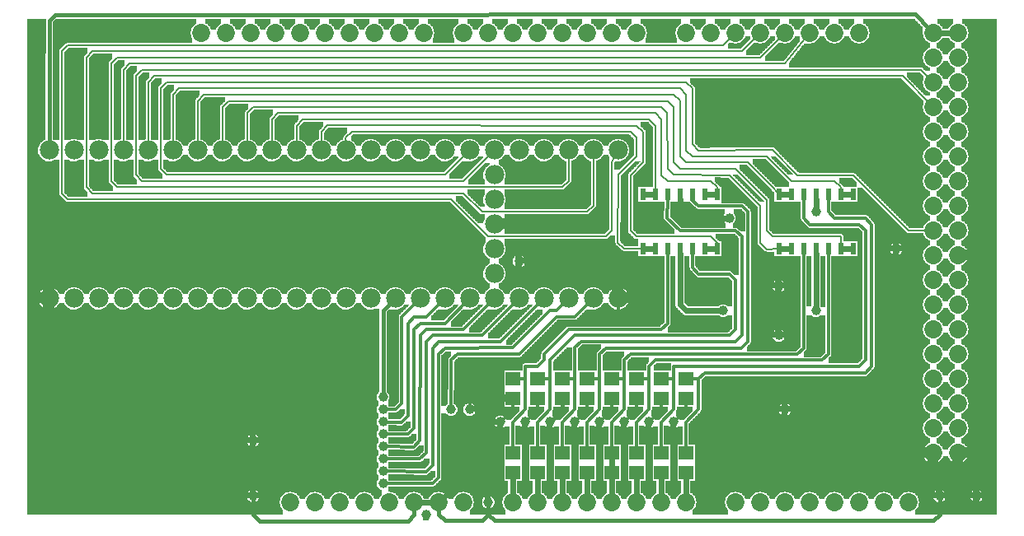
<source format=gtl>
G04 MADE WITH FRITZING*
G04 WWW.FRITZING.ORG*
G04 DOUBLE SIDED*
G04 HOLES PLATED*
G04 CONTOUR ON CENTER OF CONTOUR VECTOR*
%ASAXBY*%
%FSLAX23Y23*%
%MOIN*%
%OFA0B0*%
%SFA1.0B1.0*%
%ADD10C,0.075000*%
%ADD11C,0.039370*%
%ADD12C,0.072917*%
%ADD13C,0.078000*%
%ADD14R,0.023622X0.047244*%
%ADD15R,0.059055X0.055118*%
%ADD16C,0.024000*%
%ADD17C,0.012000*%
%ADD18C,0.008000*%
%ADD19C,0.016000*%
%LNCOPPER1*%
G90*
G70*
G54D10*
X122Y1296D03*
X2603Y2000D03*
X3510Y2000D03*
X2801Y1728D03*
X2550Y1253D03*
X3091Y1241D03*
X3034Y871D03*
X3900Y1966D03*
X2763Y953D03*
X2111Y1099D03*
G54D11*
X3228Y867D03*
X1478Y467D03*
X1478Y417D03*
X1478Y367D03*
X1478Y317D03*
X1478Y517D03*
X1478Y267D03*
X1478Y217D03*
X1478Y167D03*
X2878Y1242D03*
X3228Y1267D03*
X2053Y417D03*
X1953Y417D03*
X2153Y417D03*
X2253Y417D03*
X2353Y417D03*
X2453Y417D03*
X2553Y417D03*
X2653Y417D03*
X1753Y467D03*
X1828Y467D03*
X3078Y767D03*
X3103Y467D03*
X3078Y967D03*
X3728Y117D03*
X3878Y117D03*
X2028Y1067D03*
X953Y117D03*
X953Y342D03*
X1903Y92D03*
X3553Y1117D03*
X2853Y867D03*
G54D12*
X3003Y92D03*
X1403Y92D03*
X3103Y92D03*
X3203Y92D03*
X3303Y92D03*
X3403Y92D03*
X3703Y1492D03*
X3503Y92D03*
X3603Y92D03*
X1443Y1992D03*
X2003Y92D03*
X2103Y92D03*
X2203Y92D03*
X2303Y92D03*
X3703Y692D03*
X2403Y92D03*
X2503Y92D03*
X2603Y92D03*
X2703Y92D03*
X2203Y1992D03*
X3703Y1892D03*
X3703Y1092D03*
X3703Y292D03*
X1043Y1992D03*
X1803Y92D03*
X1803Y1992D03*
X3703Y1692D03*
X3703Y1292D03*
X3703Y892D03*
X3403Y1992D03*
X3703Y492D03*
X3303Y1992D03*
X3203Y1992D03*
X3103Y1992D03*
X3003Y1992D03*
X2903Y1992D03*
X2803Y1992D03*
X2703Y1992D03*
X843Y1992D03*
X1243Y1992D03*
X1643Y1992D03*
X1203Y92D03*
X1603Y92D03*
X2403Y1992D03*
X2003Y1992D03*
X3703Y1992D03*
X3703Y1792D03*
X3703Y1592D03*
X3703Y1392D03*
X3703Y1192D03*
X3703Y992D03*
X3703Y792D03*
X3703Y592D03*
X3703Y392D03*
X743Y1992D03*
X943Y1992D03*
X1143Y1992D03*
X1343Y1992D03*
X1543Y1992D03*
X1103Y92D03*
X1303Y92D03*
X1503Y92D03*
X1703Y92D03*
X2503Y1992D03*
X2303Y1992D03*
X2103Y1992D03*
X1903Y1992D03*
X3803Y1992D03*
X3803Y1892D03*
X3803Y1792D03*
X3803Y1692D03*
X3803Y1592D03*
X3803Y1492D03*
X3803Y1392D03*
X3803Y1292D03*
X3803Y1192D03*
X3803Y1092D03*
X3803Y992D03*
X3803Y892D03*
X3803Y792D03*
X3803Y692D03*
X3803Y592D03*
X3803Y492D03*
X3803Y392D03*
X3803Y292D03*
X2903Y92D03*
G54D13*
X2428Y1517D03*
X2328Y1517D03*
X2228Y1517D03*
X2128Y1517D03*
X2028Y1517D03*
X1928Y1517D03*
X1828Y1517D03*
X1728Y1517D03*
X1628Y1517D03*
X1528Y1517D03*
X1428Y1517D03*
X1328Y1517D03*
X1228Y1517D03*
X1128Y1517D03*
X1028Y1517D03*
X928Y1517D03*
X828Y1517D03*
X728Y1517D03*
X628Y1517D03*
X528Y1517D03*
X428Y1517D03*
X328Y1517D03*
X228Y1517D03*
X128Y1517D03*
X128Y917D03*
X228Y917D03*
X328Y917D03*
X428Y917D03*
X528Y917D03*
X628Y917D03*
X728Y917D03*
X828Y917D03*
X928Y917D03*
X1028Y917D03*
X1128Y917D03*
X1228Y917D03*
X1328Y917D03*
X1428Y917D03*
X1528Y917D03*
X1628Y917D03*
X1728Y917D03*
X1828Y917D03*
X1928Y917D03*
X2028Y917D03*
X2128Y917D03*
X2228Y917D03*
X2328Y917D03*
X2428Y917D03*
X1928Y1417D03*
X1928Y1317D03*
X1928Y1217D03*
X1928Y1117D03*
X1928Y1017D03*
G54D11*
X1653Y42D03*
G54D14*
X3078Y1117D03*
X3128Y1117D03*
X3178Y1117D03*
X3228Y1117D03*
X3278Y1117D03*
X3328Y1117D03*
X3378Y1117D03*
X3378Y1337D03*
X3328Y1337D03*
X3278Y1337D03*
X3228Y1337D03*
X3178Y1337D03*
X3128Y1337D03*
X3078Y1337D03*
X2528Y1117D03*
X2578Y1117D03*
X2628Y1117D03*
X2678Y1117D03*
X2728Y1117D03*
X2778Y1117D03*
X2828Y1117D03*
X2828Y1337D03*
X2778Y1337D03*
X2728Y1337D03*
X2678Y1337D03*
X2628Y1337D03*
X2578Y1337D03*
X2528Y1337D03*
G54D15*
X2703Y511D03*
X2703Y592D03*
X2303Y511D03*
X2303Y592D03*
X2703Y292D03*
X2703Y211D03*
X2303Y292D03*
X2303Y211D03*
X2603Y511D03*
X2603Y592D03*
X2203Y511D03*
X2203Y592D03*
X2603Y292D03*
X2603Y211D03*
X2203Y292D03*
X2203Y211D03*
X2403Y511D03*
X2403Y592D03*
X2003Y511D03*
X2003Y592D03*
X2403Y211D03*
X2403Y292D03*
X2003Y292D03*
X2003Y211D03*
X2503Y511D03*
X2503Y592D03*
X2103Y511D03*
X2103Y592D03*
X2503Y292D03*
X2503Y211D03*
X2103Y292D03*
X2103Y211D03*
G54D16*
X2572Y1117D02*
X2534Y1117D01*
D02*
X2703Y122D02*
X2703Y189D01*
D02*
X2603Y122D02*
X2603Y189D01*
D02*
X2503Y122D02*
X2503Y189D01*
D02*
X2403Y122D02*
X2403Y270D01*
G54D17*
D02*
X3153Y691D02*
X2478Y691D01*
D02*
X2478Y691D02*
X2453Y667D01*
D02*
X3253Y667D02*
X2578Y667D01*
D02*
X2578Y667D02*
X2553Y642D01*
D02*
X2778Y616D02*
X2753Y591D01*
D02*
X3429Y616D02*
X2778Y616D01*
D02*
X3402Y642D02*
X2653Y642D01*
D02*
X3429Y1242D02*
X3453Y1216D01*
D02*
X3302Y1242D02*
X3429Y1242D01*
D02*
X3402Y1216D02*
X3429Y1191D01*
D02*
X3202Y1216D02*
X3402Y1216D01*
D02*
X3278Y1267D02*
X3302Y1242D01*
D02*
X3178Y1242D02*
X3202Y1216D01*
D02*
X3453Y1216D02*
X3453Y642D01*
D02*
X3453Y642D02*
X3429Y616D01*
D02*
X3278Y1319D02*
X3278Y1267D01*
D02*
X2753Y591D02*
X2727Y591D01*
D02*
X3429Y1191D02*
X3429Y667D01*
D02*
X3429Y667D02*
X3402Y642D01*
D02*
X2653Y591D02*
X2627Y591D01*
D02*
X3178Y1319D02*
X3178Y1242D01*
D02*
X2653Y642D02*
X2653Y591D01*
D02*
X3278Y691D02*
X3253Y667D01*
D02*
X2553Y591D02*
X2527Y591D01*
D02*
X3278Y1099D02*
X3278Y691D01*
D02*
X2553Y642D02*
X2553Y591D01*
D02*
X3178Y716D02*
X3153Y691D01*
D02*
X2453Y591D02*
X2427Y591D01*
D02*
X3178Y1099D02*
X3178Y716D01*
D02*
X2453Y667D02*
X2453Y591D01*
G54D16*
D02*
X3372Y1117D02*
X3334Y1117D01*
D02*
X3122Y1117D02*
X3084Y1117D01*
D02*
X3372Y1337D02*
X3334Y1337D01*
G54D18*
D02*
X3302Y1391D02*
X3329Y1367D01*
D02*
X3129Y1391D02*
X3302Y1391D01*
D02*
X3329Y1367D02*
X3328Y1355D01*
D02*
X3029Y1491D02*
X3129Y1391D01*
D02*
X2729Y1491D02*
X3029Y1491D01*
D02*
X2702Y1516D02*
X2729Y1491D01*
D02*
X2702Y1742D02*
X2702Y1516D01*
D02*
X2953Y1467D02*
X2702Y1467D01*
D02*
X3053Y1367D02*
X2953Y1467D01*
D02*
X2702Y1467D02*
X2678Y1491D01*
D02*
X2678Y1491D02*
X2678Y1718D01*
D02*
X2678Y1718D02*
X2653Y1742D01*
D02*
X2678Y1442D02*
X2902Y1442D01*
D02*
X2653Y1467D02*
X2678Y1442D01*
D02*
X2653Y1691D02*
X2653Y1467D01*
D02*
X2902Y1442D02*
X3029Y1316D01*
D02*
X3029Y1316D02*
X3029Y1191D01*
D02*
X2627Y1667D02*
X2629Y1442D01*
D02*
X2629Y1442D02*
X2653Y1418D01*
D02*
X2653Y1418D02*
X2878Y1416D01*
D02*
X3002Y1291D02*
X3002Y1142D01*
D02*
X2878Y1416D02*
X3002Y1291D01*
D02*
X3002Y1142D02*
X3029Y1116D01*
D02*
X3053Y1167D02*
X3329Y1167D01*
D02*
X3329Y1167D02*
X3328Y1135D01*
D02*
X653Y1767D02*
X2678Y1767D01*
D02*
X729Y1716D02*
X728Y1541D01*
D02*
X829Y1691D02*
X853Y1716D01*
D02*
X929Y1667D02*
X953Y1691D01*
D02*
X3029Y1116D02*
X3072Y1117D01*
D02*
X953Y1691D02*
X2602Y1691D01*
D02*
X928Y1541D02*
X929Y1667D01*
D02*
X2602Y1691D02*
X2627Y1667D01*
D02*
X853Y1716D02*
X2629Y1716D01*
D02*
X2629Y1716D02*
X2653Y1691D01*
D02*
X828Y1541D02*
X829Y1691D01*
D02*
X3029Y1191D02*
X3053Y1167D01*
D02*
X753Y1742D02*
X729Y1716D01*
D02*
X629Y1742D02*
X653Y1767D01*
D02*
X628Y1541D02*
X629Y1742D01*
D02*
X2678Y1767D02*
X2702Y1742D01*
D02*
X3072Y1345D02*
X3053Y1367D01*
D02*
X2653Y1742D02*
X753Y1742D01*
G54D17*
D02*
X1802Y791D02*
X1653Y791D01*
D02*
X1653Y791D02*
X1629Y767D01*
D02*
X1629Y767D02*
X1627Y342D01*
D02*
X1627Y342D02*
X1602Y316D01*
D02*
X1729Y816D02*
X1629Y816D01*
D02*
X1629Y816D02*
X1602Y791D01*
D02*
X1602Y791D02*
X1602Y391D01*
D02*
X1602Y391D02*
X1578Y367D01*
D02*
X1602Y842D02*
X1578Y816D01*
D02*
X1578Y816D02*
X1578Y442D01*
D02*
X1578Y442D02*
X1553Y416D01*
D02*
X1553Y491D02*
X1529Y467D01*
D02*
X1553Y842D02*
X1553Y491D01*
D02*
X1602Y316D02*
X1491Y317D01*
D02*
X1910Y899D02*
X1802Y791D01*
D02*
X1578Y367D02*
X1491Y367D01*
D02*
X1811Y899D02*
X1729Y816D01*
D02*
X1553Y416D02*
X1491Y416D01*
D02*
X1653Y842D02*
X1602Y842D01*
D02*
X1710Y899D02*
X1653Y842D01*
D02*
X1529Y467D02*
X1491Y467D01*
D02*
X1610Y899D02*
X1553Y842D01*
G54D19*
D02*
X1478Y867D02*
X1478Y530D01*
D02*
X1510Y899D02*
X1478Y867D01*
G54D16*
D02*
X3228Y1099D02*
X3228Y886D01*
G54D17*
D02*
X2178Y867D02*
X2210Y899D01*
D02*
X2153Y867D02*
X2178Y867D01*
D02*
X2127Y842D02*
X2153Y867D01*
G54D16*
D02*
X3122Y1337D02*
X3084Y1337D01*
D02*
X3228Y1319D02*
X3228Y1286D01*
D02*
X2678Y1267D02*
X2678Y1319D01*
D02*
X2702Y1242D02*
X2678Y1267D01*
D02*
X2859Y1242D02*
X2702Y1242D01*
G54D17*
D02*
X1729Y716D02*
X2002Y718D01*
D02*
X2002Y718D02*
X2127Y842D01*
D02*
X1702Y691D02*
X1729Y716D01*
D02*
X1702Y191D02*
X1702Y691D01*
D02*
X1678Y167D02*
X1702Y191D01*
D02*
X1491Y167D02*
X1678Y167D01*
D02*
X1953Y742D02*
X2110Y899D01*
D02*
X1878Y767D02*
X2010Y899D01*
D02*
X1702Y742D02*
X1953Y742D01*
D02*
X1678Y716D02*
X1702Y742D01*
D02*
X1678Y242D02*
X1678Y716D01*
D02*
X1678Y767D02*
X1878Y767D01*
D02*
X1653Y742D02*
X1678Y767D01*
D02*
X1653Y291D02*
X1653Y742D01*
D02*
X1627Y267D02*
X1653Y291D01*
D02*
X1653Y216D02*
X1678Y242D01*
D02*
X1491Y217D02*
X1653Y216D01*
D02*
X1491Y267D02*
X1627Y267D01*
G54D16*
D02*
X1778Y416D02*
X1934Y417D01*
D02*
X1753Y142D02*
X1753Y391D01*
D02*
X1724Y113D02*
X1753Y142D01*
D02*
X1753Y391D02*
X1778Y416D01*
G54D17*
D02*
X2002Y467D02*
X1962Y426D01*
D02*
X2003Y489D02*
X2002Y467D01*
D02*
X2102Y467D02*
X2062Y426D01*
D02*
X2103Y489D02*
X2102Y467D01*
D02*
X2153Y467D02*
X2153Y591D01*
D02*
X2102Y416D02*
X2153Y467D01*
D02*
X2103Y314D02*
X2102Y416D01*
D02*
X2053Y467D02*
X2053Y591D01*
D02*
X2002Y416D02*
X2053Y467D01*
D02*
X2003Y314D02*
X2002Y416D01*
D02*
X2602Y467D02*
X2562Y426D01*
D02*
X2603Y489D02*
X2602Y467D01*
D02*
X2602Y416D02*
X2653Y467D01*
D02*
X2653Y467D02*
X2653Y591D01*
D02*
X2603Y314D02*
X2602Y416D01*
D02*
X2502Y467D02*
X2462Y426D01*
D02*
X2503Y489D02*
X2502Y467D01*
D02*
X2502Y416D02*
X2553Y467D01*
D02*
X2553Y467D02*
X2553Y591D01*
D02*
X2503Y314D02*
X2502Y416D01*
D02*
X2402Y467D02*
X2362Y426D01*
D02*
X2403Y489D02*
X2402Y467D01*
D02*
X2302Y467D02*
X2262Y426D01*
D02*
X2303Y489D02*
X2302Y467D01*
D02*
X2402Y416D02*
X2453Y467D01*
D02*
X2453Y467D02*
X2453Y591D01*
D02*
X2403Y233D02*
X2402Y416D01*
D02*
X2302Y416D02*
X2353Y467D01*
D02*
X2353Y467D02*
X2353Y591D01*
D02*
X2303Y314D02*
X2302Y416D01*
G54D19*
D02*
X2202Y467D02*
X2162Y426D01*
D02*
X2203Y489D02*
X2202Y467D01*
G54D17*
D02*
X2202Y416D02*
X2253Y467D01*
D02*
X2253Y467D02*
X2253Y591D01*
D02*
X2203Y314D02*
X2202Y416D01*
G54D18*
D02*
X2378Y1167D02*
X1903Y1167D01*
D02*
X2303Y1267D02*
X1878Y1267D01*
D02*
X2203Y1367D02*
X403Y1367D01*
D02*
X203Y1317D02*
X178Y1342D01*
D02*
X303Y1342D02*
X278Y1367D01*
D02*
X1803Y1342D02*
X303Y1342D01*
D02*
X403Y1367D02*
X378Y1392D01*
D02*
X178Y1917D02*
X203Y1942D01*
D02*
X278Y1892D02*
X303Y1917D01*
D02*
X378Y1867D02*
X403Y1892D01*
D02*
X2228Y1392D02*
X2203Y1367D01*
D02*
X378Y1392D02*
X378Y1867D01*
D02*
X403Y1892D02*
X3004Y1891D01*
D02*
X3004Y1891D02*
X3086Y1974D01*
D02*
X2228Y1492D02*
X2228Y1392D01*
D02*
X2328Y1292D02*
X2303Y1267D01*
D02*
X1903Y1167D02*
X1753Y1317D01*
D02*
X1878Y1267D02*
X1803Y1342D01*
D02*
X278Y1367D02*
X278Y1892D01*
D02*
X303Y1917D02*
X2928Y1917D01*
D02*
X2928Y1917D02*
X2985Y1974D01*
D02*
X2328Y1492D02*
X2328Y1292D01*
D02*
X2404Y1467D02*
X2403Y1192D01*
D02*
X2403Y1192D02*
X2378Y1167D01*
D02*
X2417Y1495D02*
X2404Y1467D01*
D02*
X1753Y1317D02*
X203Y1317D01*
D02*
X178Y1342D02*
X178Y1917D01*
D02*
X203Y1942D02*
X2854Y1941D01*
D02*
X2854Y1941D02*
X2886Y1974D01*
G54D17*
D02*
X2429Y842D02*
X2428Y917D01*
D02*
X1853Y667D02*
X2053Y667D01*
D02*
X1829Y642D02*
X1853Y667D01*
D02*
X2053Y667D02*
X2202Y816D01*
D02*
X2202Y816D02*
X2402Y816D01*
D02*
X2402Y816D02*
X2429Y842D01*
D02*
X1828Y480D02*
X1829Y642D01*
D02*
X2253Y842D02*
X2310Y899D01*
D02*
X2178Y842D02*
X2253Y842D01*
D02*
X2153Y816D02*
X2178Y842D01*
D02*
X2029Y691D02*
X2153Y816D01*
D02*
X1778Y691D02*
X2029Y691D01*
D02*
X1753Y667D02*
X1778Y691D01*
D02*
X1753Y480D02*
X1753Y667D01*
D02*
X2702Y467D02*
X2662Y426D01*
D02*
X2703Y489D02*
X2702Y467D01*
D02*
X2702Y416D02*
X2703Y314D01*
D02*
X2753Y467D02*
X2702Y416D01*
D02*
X2753Y591D02*
X2753Y467D01*
G54D18*
D02*
X2753Y1516D02*
X3053Y1518D01*
D02*
X2729Y1542D02*
X2753Y1516D01*
D02*
X2729Y1767D02*
X2729Y1542D01*
D02*
X3053Y1518D02*
X3153Y1416D01*
D02*
X3153Y1416D02*
X3378Y1416D01*
D02*
X3602Y1191D02*
X3678Y1192D01*
D02*
X503Y1392D02*
X478Y1417D01*
D02*
X603Y1417D02*
X578Y1442D01*
D02*
X428Y1842D02*
X453Y1867D01*
D02*
X478Y1817D02*
X503Y1842D01*
D02*
X528Y1792D02*
X553Y1817D01*
D02*
X578Y1767D02*
X603Y1792D01*
D02*
X1728Y1417D02*
X603Y1417D01*
D02*
X578Y1442D02*
X578Y1767D01*
D02*
X603Y1792D02*
X2702Y1791D01*
D02*
X2702Y1791D02*
X2729Y1767D01*
D02*
X3378Y1416D02*
X3602Y1191D01*
D02*
X1810Y1499D02*
X1728Y1417D01*
D02*
X553Y1817D02*
X3578Y1817D01*
D02*
X3578Y1817D02*
X3685Y1709D01*
D02*
X528Y1541D02*
X528Y1792D01*
D02*
X1803Y1392D02*
X503Y1392D01*
D02*
X1910Y1499D02*
X1803Y1392D01*
D02*
X478Y1417D02*
X478Y1817D01*
D02*
X503Y1842D02*
X3653Y1842D01*
D02*
X3653Y1842D02*
X3685Y1809D01*
D02*
X453Y1867D02*
X3103Y1867D01*
D02*
X3103Y1867D02*
X3187Y1972D01*
D02*
X428Y1541D02*
X428Y1842D01*
G54D19*
D02*
X1728Y17D02*
X1878Y18D01*
D02*
X1878Y18D02*
X1902Y42D01*
D02*
X1902Y42D02*
X1903Y78D01*
D02*
X1702Y42D02*
X1728Y17D01*
D02*
X1703Y67D02*
X1702Y42D01*
D02*
X978Y16D02*
X1580Y15D01*
D02*
X1580Y15D02*
X1602Y42D01*
D02*
X1602Y42D02*
X1603Y67D01*
D02*
X953Y42D02*
X978Y16D01*
D02*
X953Y103D02*
X953Y42D01*
G54D18*
D02*
X2829Y1142D02*
X2829Y1135D01*
D02*
X2502Y1167D02*
X2802Y1167D01*
D02*
X2802Y1167D02*
X2829Y1142D01*
D02*
X2478Y1191D02*
X2502Y1167D01*
D02*
X2578Y1616D02*
X2578Y1355D01*
D02*
X2553Y1642D02*
X2578Y1616D01*
D02*
X1153Y1642D02*
X2553Y1642D01*
D02*
X2578Y1667D02*
X1053Y1667D01*
D02*
X2602Y1642D02*
X2578Y1667D01*
D02*
X2629Y1391D02*
X2602Y1416D01*
D02*
X2802Y1391D02*
X2629Y1391D01*
D02*
X2602Y1416D02*
X2602Y1642D01*
D02*
X2829Y1367D02*
X2802Y1391D01*
D02*
X2828Y1355D02*
X2829Y1367D01*
D02*
X1029Y1642D02*
X1028Y1541D01*
D02*
X1053Y1667D02*
X1029Y1642D01*
D02*
X1129Y1616D02*
X1153Y1642D01*
D02*
X1128Y1541D02*
X1129Y1616D01*
D02*
X2529Y1591D02*
X2529Y1467D01*
D02*
X2478Y1416D02*
X2478Y1191D01*
D02*
X2529Y1467D02*
X2478Y1416D01*
D02*
X2502Y1616D02*
X2529Y1591D01*
D02*
X1253Y1618D02*
X2502Y1616D01*
D02*
X1229Y1591D02*
X1253Y1618D01*
D02*
X1228Y1541D02*
X1229Y1591D01*
D02*
X2502Y1567D02*
X2478Y1591D01*
D02*
X1353Y1591D02*
X1327Y1567D01*
D02*
X2502Y1491D02*
X2502Y1567D01*
D02*
X2428Y1417D02*
X2502Y1491D01*
D02*
X2478Y1591D02*
X1353Y1591D01*
D02*
X2427Y1142D02*
X2428Y1417D01*
D02*
X2453Y1118D02*
X2427Y1142D01*
D02*
X2522Y1117D02*
X2453Y1118D01*
D02*
X1327Y1567D02*
X1327Y1541D01*
G54D16*
D02*
X2784Y1117D02*
X2822Y1117D01*
D02*
X2784Y1337D02*
X2822Y1337D01*
D02*
X2534Y1337D02*
X2572Y1337D01*
G54D17*
D02*
X2629Y816D02*
X2628Y1099D01*
D02*
X2129Y691D02*
X2229Y791D01*
D02*
X2602Y791D02*
X2629Y816D01*
D02*
X2229Y791D02*
X2602Y791D01*
D02*
X2129Y667D02*
X2129Y691D01*
D02*
X2102Y642D02*
X2129Y667D01*
D02*
X2053Y642D02*
X2102Y642D01*
D02*
X2053Y591D02*
X2053Y642D01*
D02*
X2027Y591D02*
X2053Y591D01*
G54D16*
D02*
X2003Y122D02*
X2003Y189D01*
D02*
X2703Y867D02*
X2834Y867D01*
D02*
X2678Y892D02*
X2703Y867D01*
D02*
X2678Y1099D02*
X2678Y892D01*
G54D17*
D02*
X2753Y1291D02*
X2929Y1291D01*
D02*
X2727Y1316D02*
X2753Y1291D01*
D02*
X2929Y1291D02*
X2953Y1267D01*
D02*
X2953Y742D02*
X2927Y716D01*
D02*
X2953Y1267D02*
X2953Y742D01*
D02*
X2378Y716D02*
X2353Y691D01*
D02*
X2927Y716D02*
X2378Y716D01*
D02*
X2353Y691D02*
X2353Y591D01*
D02*
X2727Y1319D02*
X2727Y1316D01*
D02*
X2353Y591D02*
X2327Y591D01*
D02*
X2678Y1191D02*
X2902Y1191D01*
D02*
X2627Y1242D02*
X2678Y1191D01*
D02*
X2902Y1191D02*
X2929Y1167D01*
D02*
X2929Y767D02*
X2902Y742D01*
D02*
X2929Y1167D02*
X2929Y767D01*
D02*
X2278Y742D02*
X2253Y718D01*
D02*
X2902Y742D02*
X2278Y742D01*
D02*
X2253Y591D02*
X2227Y591D01*
D02*
X2628Y1319D02*
X2627Y1242D01*
D02*
X2253Y718D02*
X2253Y591D01*
D02*
X2253Y767D02*
X2153Y667D01*
D02*
X2878Y767D02*
X2253Y767D01*
D02*
X2153Y591D02*
X2127Y591D01*
D02*
X2878Y1016D02*
X2902Y991D01*
D02*
X2753Y1016D02*
X2878Y1016D01*
D02*
X2729Y1042D02*
X2753Y1016D01*
D02*
X2902Y791D02*
X2878Y767D01*
D02*
X2902Y991D02*
X2902Y791D01*
D02*
X2728Y1099D02*
X2729Y1042D01*
D02*
X2153Y667D02*
X2153Y591D01*
G54D16*
D02*
X2303Y122D02*
X2303Y189D01*
D02*
X2203Y122D02*
X2203Y189D01*
D02*
X2103Y122D02*
X2103Y189D01*
D02*
X3733Y1992D02*
X3773Y1992D01*
G54D19*
D02*
X153Y2066D02*
X3628Y2067D01*
D02*
X129Y2043D02*
X153Y2066D01*
D02*
X3628Y2067D02*
X3685Y2009D01*
D02*
X128Y1541D02*
X129Y2043D01*
D02*
X3728Y43D02*
X3728Y103D01*
D02*
X3702Y17D02*
X3728Y43D01*
D02*
X1928Y17D02*
X3702Y17D01*
D02*
X1904Y43D02*
X1928Y17D01*
D02*
X1903Y78D02*
X1904Y43D01*
G54D16*
D02*
X1673Y92D02*
X1633Y92D01*
G36*
X40Y2049D02*
X40Y1471D01*
X124Y1471D01*
X124Y1473D01*
X114Y1473D01*
X114Y1475D01*
X110Y1475D01*
X110Y1477D01*
X106Y1477D01*
X106Y1479D01*
X102Y1479D01*
X102Y1481D01*
X100Y1481D01*
X100Y1483D01*
X98Y1483D01*
X98Y1485D01*
X96Y1485D01*
X96Y1487D01*
X94Y1487D01*
X94Y1489D01*
X92Y1489D01*
X92Y1491D01*
X90Y1491D01*
X90Y1495D01*
X88Y1495D01*
X88Y1497D01*
X86Y1497D01*
X86Y1503D01*
X84Y1503D01*
X84Y1513D01*
X82Y1513D01*
X82Y1521D01*
X84Y1521D01*
X84Y1529D01*
X86Y1529D01*
X86Y1535D01*
X88Y1535D01*
X88Y1539D01*
X90Y1539D01*
X90Y1543D01*
X92Y1543D01*
X92Y1545D01*
X94Y1545D01*
X94Y1547D01*
X96Y1547D01*
X96Y1549D01*
X98Y1549D01*
X98Y1551D01*
X100Y1551D01*
X100Y1553D01*
X102Y1553D01*
X102Y1555D01*
X106Y1555D01*
X106Y1557D01*
X110Y1557D01*
X110Y1559D01*
X114Y1559D01*
X114Y1909D01*
X116Y1909D01*
X116Y2049D01*
X40Y2049D01*
G37*
D02*
G36*
X146Y1477D02*
X146Y1475D01*
X140Y1475D01*
X140Y1473D01*
X132Y1473D01*
X132Y1471D01*
X168Y1471D01*
X168Y1477D01*
X146Y1477D01*
G37*
D02*
G36*
X40Y1471D02*
X40Y1469D01*
X168Y1469D01*
X168Y1471D01*
X40Y1471D01*
G37*
D02*
G36*
X40Y1471D02*
X40Y1469D01*
X168Y1469D01*
X168Y1471D01*
X40Y1471D01*
G37*
D02*
G36*
X40Y1469D02*
X40Y961D01*
X1840Y961D01*
X1840Y959D01*
X1846Y959D01*
X1846Y957D01*
X1850Y957D01*
X1850Y955D01*
X1852Y955D01*
X1852Y953D01*
X1856Y953D01*
X1856Y951D01*
X1858Y951D01*
X1858Y949D01*
X1860Y949D01*
X1860Y947D01*
X1862Y947D01*
X1862Y945D01*
X1864Y945D01*
X1864Y941D01*
X1866Y941D01*
X1866Y939D01*
X1868Y939D01*
X1868Y935D01*
X1888Y935D01*
X1888Y939D01*
X1890Y939D01*
X1890Y943D01*
X1892Y943D01*
X1892Y945D01*
X1894Y945D01*
X1894Y947D01*
X1896Y947D01*
X1896Y949D01*
X1898Y949D01*
X1898Y951D01*
X1900Y951D01*
X1900Y953D01*
X1902Y953D01*
X1902Y955D01*
X1906Y955D01*
X1906Y957D01*
X1910Y957D01*
X1910Y977D01*
X1906Y977D01*
X1906Y979D01*
X1902Y979D01*
X1902Y981D01*
X1900Y981D01*
X1900Y983D01*
X1898Y983D01*
X1898Y985D01*
X1896Y985D01*
X1896Y987D01*
X1894Y987D01*
X1894Y989D01*
X1892Y989D01*
X1892Y991D01*
X1890Y991D01*
X1890Y995D01*
X1888Y995D01*
X1888Y997D01*
X1886Y997D01*
X1886Y1003D01*
X1884Y1003D01*
X1884Y1013D01*
X1882Y1013D01*
X1882Y1021D01*
X1884Y1021D01*
X1884Y1029D01*
X1886Y1029D01*
X1886Y1035D01*
X1888Y1035D01*
X1888Y1039D01*
X1890Y1039D01*
X1890Y1043D01*
X1892Y1043D01*
X1892Y1045D01*
X1894Y1045D01*
X1894Y1047D01*
X1896Y1047D01*
X1896Y1049D01*
X1898Y1049D01*
X1898Y1051D01*
X1900Y1051D01*
X1900Y1053D01*
X1902Y1053D01*
X1902Y1055D01*
X1906Y1055D01*
X1906Y1057D01*
X1910Y1057D01*
X1910Y1077D01*
X1906Y1077D01*
X1906Y1079D01*
X1902Y1079D01*
X1902Y1081D01*
X1900Y1081D01*
X1900Y1083D01*
X1898Y1083D01*
X1898Y1085D01*
X1896Y1085D01*
X1896Y1087D01*
X1894Y1087D01*
X1894Y1089D01*
X1892Y1089D01*
X1892Y1091D01*
X1890Y1091D01*
X1890Y1095D01*
X1888Y1095D01*
X1888Y1097D01*
X1886Y1097D01*
X1886Y1103D01*
X1884Y1103D01*
X1884Y1113D01*
X1882Y1113D01*
X1882Y1121D01*
X1884Y1121D01*
X1884Y1129D01*
X1886Y1129D01*
X1886Y1135D01*
X1888Y1135D01*
X1888Y1139D01*
X1890Y1139D01*
X1890Y1143D01*
X1892Y1143D01*
X1892Y1165D01*
X1890Y1165D01*
X1890Y1167D01*
X1888Y1167D01*
X1888Y1169D01*
X1886Y1169D01*
X1886Y1171D01*
X1884Y1171D01*
X1884Y1173D01*
X1882Y1173D01*
X1882Y1175D01*
X1880Y1175D01*
X1880Y1177D01*
X1878Y1177D01*
X1878Y1179D01*
X1876Y1179D01*
X1876Y1181D01*
X1874Y1181D01*
X1874Y1183D01*
X1872Y1183D01*
X1872Y1185D01*
X1870Y1185D01*
X1870Y1187D01*
X1868Y1187D01*
X1868Y1189D01*
X1866Y1189D01*
X1866Y1191D01*
X1864Y1191D01*
X1864Y1193D01*
X1862Y1193D01*
X1862Y1195D01*
X1860Y1195D01*
X1860Y1197D01*
X1858Y1197D01*
X1858Y1199D01*
X1856Y1199D01*
X1856Y1201D01*
X1854Y1201D01*
X1854Y1203D01*
X1852Y1203D01*
X1852Y1205D01*
X1850Y1205D01*
X1850Y1207D01*
X1848Y1207D01*
X1848Y1209D01*
X1846Y1209D01*
X1846Y1211D01*
X1844Y1211D01*
X1844Y1213D01*
X1842Y1213D01*
X1842Y1215D01*
X1840Y1215D01*
X1840Y1217D01*
X1838Y1217D01*
X1838Y1219D01*
X1836Y1219D01*
X1836Y1221D01*
X1834Y1221D01*
X1834Y1223D01*
X1832Y1223D01*
X1832Y1225D01*
X1830Y1225D01*
X1830Y1227D01*
X1828Y1227D01*
X1828Y1229D01*
X1826Y1229D01*
X1826Y1231D01*
X1824Y1231D01*
X1824Y1233D01*
X1822Y1233D01*
X1822Y1235D01*
X1820Y1235D01*
X1820Y1237D01*
X1818Y1237D01*
X1818Y1239D01*
X1816Y1239D01*
X1816Y1241D01*
X1814Y1241D01*
X1814Y1243D01*
X1812Y1243D01*
X1812Y1245D01*
X1810Y1245D01*
X1810Y1247D01*
X1808Y1247D01*
X1808Y1249D01*
X1806Y1249D01*
X1806Y1251D01*
X1804Y1251D01*
X1804Y1253D01*
X1802Y1253D01*
X1802Y1255D01*
X1800Y1255D01*
X1800Y1257D01*
X1798Y1257D01*
X1798Y1259D01*
X1796Y1259D01*
X1796Y1261D01*
X1794Y1261D01*
X1794Y1263D01*
X1792Y1263D01*
X1792Y1265D01*
X1790Y1265D01*
X1790Y1267D01*
X1788Y1267D01*
X1788Y1269D01*
X1786Y1269D01*
X1786Y1271D01*
X1784Y1271D01*
X1784Y1273D01*
X1782Y1273D01*
X1782Y1275D01*
X1780Y1275D01*
X1780Y1277D01*
X1778Y1277D01*
X1778Y1279D01*
X1776Y1279D01*
X1776Y1281D01*
X1774Y1281D01*
X1774Y1283D01*
X1772Y1283D01*
X1772Y1285D01*
X1770Y1285D01*
X1770Y1287D01*
X1768Y1287D01*
X1768Y1289D01*
X1766Y1289D01*
X1766Y1291D01*
X1764Y1291D01*
X1764Y1293D01*
X1762Y1293D01*
X1762Y1295D01*
X1760Y1295D01*
X1760Y1297D01*
X1758Y1297D01*
X1758Y1299D01*
X1756Y1299D01*
X1756Y1301D01*
X1754Y1301D01*
X1754Y1303D01*
X1752Y1303D01*
X1752Y1305D01*
X1750Y1305D01*
X1750Y1307D01*
X198Y1307D01*
X198Y1309D01*
X196Y1309D01*
X196Y1311D01*
X194Y1311D01*
X194Y1313D01*
X192Y1313D01*
X192Y1315D01*
X190Y1315D01*
X190Y1317D01*
X188Y1317D01*
X188Y1319D01*
X186Y1319D01*
X186Y1321D01*
X184Y1321D01*
X184Y1323D01*
X182Y1323D01*
X182Y1325D01*
X180Y1325D01*
X180Y1327D01*
X178Y1327D01*
X178Y1329D01*
X176Y1329D01*
X176Y1331D01*
X174Y1331D01*
X174Y1333D01*
X172Y1333D01*
X172Y1335D01*
X170Y1335D01*
X170Y1337D01*
X168Y1337D01*
X168Y1469D01*
X40Y1469D01*
G37*
D02*
G36*
X40Y961D02*
X40Y871D01*
X124Y871D01*
X124Y873D01*
X114Y873D01*
X114Y875D01*
X110Y875D01*
X110Y877D01*
X106Y877D01*
X106Y879D01*
X102Y879D01*
X102Y881D01*
X100Y881D01*
X100Y883D01*
X98Y883D01*
X98Y885D01*
X96Y885D01*
X96Y887D01*
X94Y887D01*
X94Y889D01*
X92Y889D01*
X92Y891D01*
X90Y891D01*
X90Y895D01*
X88Y895D01*
X88Y897D01*
X86Y897D01*
X86Y903D01*
X84Y903D01*
X84Y913D01*
X82Y913D01*
X82Y921D01*
X84Y921D01*
X84Y929D01*
X86Y929D01*
X86Y935D01*
X88Y935D01*
X88Y939D01*
X90Y939D01*
X90Y943D01*
X92Y943D01*
X92Y945D01*
X94Y945D01*
X94Y947D01*
X96Y947D01*
X96Y949D01*
X98Y949D01*
X98Y951D01*
X100Y951D01*
X100Y953D01*
X102Y953D01*
X102Y955D01*
X106Y955D01*
X106Y957D01*
X110Y957D01*
X110Y959D01*
X116Y959D01*
X116Y961D01*
X40Y961D01*
G37*
D02*
G36*
X140Y961D02*
X140Y959D01*
X146Y959D01*
X146Y957D01*
X150Y957D01*
X150Y955D01*
X152Y955D01*
X152Y953D01*
X156Y953D01*
X156Y951D01*
X158Y951D01*
X158Y949D01*
X160Y949D01*
X160Y947D01*
X162Y947D01*
X162Y945D01*
X164Y945D01*
X164Y941D01*
X166Y941D01*
X166Y939D01*
X168Y939D01*
X168Y935D01*
X188Y935D01*
X188Y939D01*
X190Y939D01*
X190Y943D01*
X192Y943D01*
X192Y945D01*
X194Y945D01*
X194Y947D01*
X196Y947D01*
X196Y949D01*
X198Y949D01*
X198Y951D01*
X200Y951D01*
X200Y953D01*
X202Y953D01*
X202Y955D01*
X206Y955D01*
X206Y957D01*
X210Y957D01*
X210Y959D01*
X216Y959D01*
X216Y961D01*
X140Y961D01*
G37*
D02*
G36*
X240Y961D02*
X240Y959D01*
X246Y959D01*
X246Y957D01*
X250Y957D01*
X250Y955D01*
X252Y955D01*
X252Y953D01*
X256Y953D01*
X256Y951D01*
X258Y951D01*
X258Y949D01*
X260Y949D01*
X260Y947D01*
X262Y947D01*
X262Y945D01*
X264Y945D01*
X264Y941D01*
X266Y941D01*
X266Y939D01*
X268Y939D01*
X268Y935D01*
X288Y935D01*
X288Y939D01*
X290Y939D01*
X290Y943D01*
X292Y943D01*
X292Y945D01*
X294Y945D01*
X294Y947D01*
X296Y947D01*
X296Y949D01*
X298Y949D01*
X298Y951D01*
X300Y951D01*
X300Y953D01*
X302Y953D01*
X302Y955D01*
X306Y955D01*
X306Y957D01*
X310Y957D01*
X310Y959D01*
X316Y959D01*
X316Y961D01*
X240Y961D01*
G37*
D02*
G36*
X340Y961D02*
X340Y959D01*
X346Y959D01*
X346Y957D01*
X350Y957D01*
X350Y955D01*
X352Y955D01*
X352Y953D01*
X356Y953D01*
X356Y951D01*
X358Y951D01*
X358Y949D01*
X360Y949D01*
X360Y947D01*
X362Y947D01*
X362Y945D01*
X364Y945D01*
X364Y941D01*
X366Y941D01*
X366Y939D01*
X368Y939D01*
X368Y935D01*
X388Y935D01*
X388Y939D01*
X390Y939D01*
X390Y943D01*
X392Y943D01*
X392Y945D01*
X394Y945D01*
X394Y947D01*
X396Y947D01*
X396Y949D01*
X398Y949D01*
X398Y951D01*
X400Y951D01*
X400Y953D01*
X402Y953D01*
X402Y955D01*
X406Y955D01*
X406Y957D01*
X410Y957D01*
X410Y959D01*
X416Y959D01*
X416Y961D01*
X340Y961D01*
G37*
D02*
G36*
X440Y961D02*
X440Y959D01*
X446Y959D01*
X446Y957D01*
X450Y957D01*
X450Y955D01*
X452Y955D01*
X452Y953D01*
X456Y953D01*
X456Y951D01*
X458Y951D01*
X458Y949D01*
X460Y949D01*
X460Y947D01*
X462Y947D01*
X462Y945D01*
X464Y945D01*
X464Y941D01*
X466Y941D01*
X466Y939D01*
X468Y939D01*
X468Y935D01*
X488Y935D01*
X488Y939D01*
X490Y939D01*
X490Y943D01*
X492Y943D01*
X492Y945D01*
X494Y945D01*
X494Y947D01*
X496Y947D01*
X496Y949D01*
X498Y949D01*
X498Y951D01*
X500Y951D01*
X500Y953D01*
X502Y953D01*
X502Y955D01*
X506Y955D01*
X506Y957D01*
X510Y957D01*
X510Y959D01*
X516Y959D01*
X516Y961D01*
X440Y961D01*
G37*
D02*
G36*
X540Y961D02*
X540Y959D01*
X546Y959D01*
X546Y957D01*
X550Y957D01*
X550Y955D01*
X552Y955D01*
X552Y953D01*
X556Y953D01*
X556Y951D01*
X558Y951D01*
X558Y949D01*
X560Y949D01*
X560Y947D01*
X562Y947D01*
X562Y945D01*
X564Y945D01*
X564Y941D01*
X566Y941D01*
X566Y939D01*
X568Y939D01*
X568Y935D01*
X588Y935D01*
X588Y939D01*
X590Y939D01*
X590Y943D01*
X592Y943D01*
X592Y945D01*
X594Y945D01*
X594Y947D01*
X596Y947D01*
X596Y949D01*
X598Y949D01*
X598Y951D01*
X600Y951D01*
X600Y953D01*
X602Y953D01*
X602Y955D01*
X606Y955D01*
X606Y957D01*
X610Y957D01*
X610Y959D01*
X616Y959D01*
X616Y961D01*
X540Y961D01*
G37*
D02*
G36*
X640Y961D02*
X640Y959D01*
X646Y959D01*
X646Y957D01*
X650Y957D01*
X650Y955D01*
X652Y955D01*
X652Y953D01*
X656Y953D01*
X656Y951D01*
X658Y951D01*
X658Y949D01*
X660Y949D01*
X660Y947D01*
X662Y947D01*
X662Y945D01*
X664Y945D01*
X664Y941D01*
X666Y941D01*
X666Y939D01*
X668Y939D01*
X668Y935D01*
X688Y935D01*
X688Y939D01*
X690Y939D01*
X690Y943D01*
X692Y943D01*
X692Y945D01*
X694Y945D01*
X694Y947D01*
X696Y947D01*
X696Y949D01*
X698Y949D01*
X698Y951D01*
X700Y951D01*
X700Y953D01*
X702Y953D01*
X702Y955D01*
X706Y955D01*
X706Y957D01*
X710Y957D01*
X710Y959D01*
X716Y959D01*
X716Y961D01*
X640Y961D01*
G37*
D02*
G36*
X740Y961D02*
X740Y959D01*
X746Y959D01*
X746Y957D01*
X750Y957D01*
X750Y955D01*
X752Y955D01*
X752Y953D01*
X756Y953D01*
X756Y951D01*
X758Y951D01*
X758Y949D01*
X760Y949D01*
X760Y947D01*
X762Y947D01*
X762Y945D01*
X764Y945D01*
X764Y941D01*
X766Y941D01*
X766Y939D01*
X768Y939D01*
X768Y935D01*
X788Y935D01*
X788Y939D01*
X790Y939D01*
X790Y943D01*
X792Y943D01*
X792Y945D01*
X794Y945D01*
X794Y947D01*
X796Y947D01*
X796Y949D01*
X798Y949D01*
X798Y951D01*
X800Y951D01*
X800Y953D01*
X802Y953D01*
X802Y955D01*
X806Y955D01*
X806Y957D01*
X810Y957D01*
X810Y959D01*
X816Y959D01*
X816Y961D01*
X740Y961D01*
G37*
D02*
G36*
X840Y961D02*
X840Y959D01*
X846Y959D01*
X846Y957D01*
X850Y957D01*
X850Y955D01*
X852Y955D01*
X852Y953D01*
X856Y953D01*
X856Y951D01*
X858Y951D01*
X858Y949D01*
X860Y949D01*
X860Y947D01*
X862Y947D01*
X862Y945D01*
X864Y945D01*
X864Y941D01*
X866Y941D01*
X866Y939D01*
X868Y939D01*
X868Y935D01*
X888Y935D01*
X888Y939D01*
X890Y939D01*
X890Y943D01*
X892Y943D01*
X892Y945D01*
X894Y945D01*
X894Y947D01*
X896Y947D01*
X896Y949D01*
X898Y949D01*
X898Y951D01*
X900Y951D01*
X900Y953D01*
X902Y953D01*
X902Y955D01*
X906Y955D01*
X906Y957D01*
X910Y957D01*
X910Y959D01*
X916Y959D01*
X916Y961D01*
X840Y961D01*
G37*
D02*
G36*
X940Y961D02*
X940Y959D01*
X946Y959D01*
X946Y957D01*
X950Y957D01*
X950Y955D01*
X952Y955D01*
X952Y953D01*
X956Y953D01*
X956Y951D01*
X958Y951D01*
X958Y949D01*
X960Y949D01*
X960Y947D01*
X962Y947D01*
X962Y945D01*
X964Y945D01*
X964Y941D01*
X966Y941D01*
X966Y939D01*
X968Y939D01*
X968Y935D01*
X988Y935D01*
X988Y939D01*
X990Y939D01*
X990Y943D01*
X992Y943D01*
X992Y945D01*
X994Y945D01*
X994Y947D01*
X996Y947D01*
X996Y949D01*
X998Y949D01*
X998Y951D01*
X1000Y951D01*
X1000Y953D01*
X1002Y953D01*
X1002Y955D01*
X1006Y955D01*
X1006Y957D01*
X1010Y957D01*
X1010Y959D01*
X1016Y959D01*
X1016Y961D01*
X940Y961D01*
G37*
D02*
G36*
X1040Y961D02*
X1040Y959D01*
X1046Y959D01*
X1046Y957D01*
X1050Y957D01*
X1050Y955D01*
X1052Y955D01*
X1052Y953D01*
X1056Y953D01*
X1056Y951D01*
X1058Y951D01*
X1058Y949D01*
X1060Y949D01*
X1060Y947D01*
X1062Y947D01*
X1062Y945D01*
X1064Y945D01*
X1064Y941D01*
X1066Y941D01*
X1066Y939D01*
X1068Y939D01*
X1068Y935D01*
X1088Y935D01*
X1088Y939D01*
X1090Y939D01*
X1090Y943D01*
X1092Y943D01*
X1092Y945D01*
X1094Y945D01*
X1094Y947D01*
X1096Y947D01*
X1096Y949D01*
X1098Y949D01*
X1098Y951D01*
X1100Y951D01*
X1100Y953D01*
X1102Y953D01*
X1102Y955D01*
X1106Y955D01*
X1106Y957D01*
X1110Y957D01*
X1110Y959D01*
X1116Y959D01*
X1116Y961D01*
X1040Y961D01*
G37*
D02*
G36*
X1140Y961D02*
X1140Y959D01*
X1146Y959D01*
X1146Y957D01*
X1150Y957D01*
X1150Y955D01*
X1152Y955D01*
X1152Y953D01*
X1156Y953D01*
X1156Y951D01*
X1158Y951D01*
X1158Y949D01*
X1160Y949D01*
X1160Y947D01*
X1162Y947D01*
X1162Y945D01*
X1164Y945D01*
X1164Y941D01*
X1166Y941D01*
X1166Y939D01*
X1168Y939D01*
X1168Y935D01*
X1188Y935D01*
X1188Y939D01*
X1190Y939D01*
X1190Y943D01*
X1192Y943D01*
X1192Y945D01*
X1194Y945D01*
X1194Y947D01*
X1196Y947D01*
X1196Y949D01*
X1198Y949D01*
X1198Y951D01*
X1200Y951D01*
X1200Y953D01*
X1202Y953D01*
X1202Y955D01*
X1206Y955D01*
X1206Y957D01*
X1210Y957D01*
X1210Y959D01*
X1216Y959D01*
X1216Y961D01*
X1140Y961D01*
G37*
D02*
G36*
X1240Y961D02*
X1240Y959D01*
X1246Y959D01*
X1246Y957D01*
X1250Y957D01*
X1250Y955D01*
X1252Y955D01*
X1252Y953D01*
X1256Y953D01*
X1256Y951D01*
X1258Y951D01*
X1258Y949D01*
X1260Y949D01*
X1260Y947D01*
X1262Y947D01*
X1262Y945D01*
X1264Y945D01*
X1264Y941D01*
X1266Y941D01*
X1266Y939D01*
X1268Y939D01*
X1268Y935D01*
X1288Y935D01*
X1288Y939D01*
X1290Y939D01*
X1290Y943D01*
X1292Y943D01*
X1292Y945D01*
X1294Y945D01*
X1294Y947D01*
X1296Y947D01*
X1296Y949D01*
X1298Y949D01*
X1298Y951D01*
X1300Y951D01*
X1300Y953D01*
X1302Y953D01*
X1302Y955D01*
X1306Y955D01*
X1306Y957D01*
X1310Y957D01*
X1310Y959D01*
X1316Y959D01*
X1316Y961D01*
X1240Y961D01*
G37*
D02*
G36*
X1340Y961D02*
X1340Y959D01*
X1346Y959D01*
X1346Y957D01*
X1350Y957D01*
X1350Y955D01*
X1352Y955D01*
X1352Y953D01*
X1356Y953D01*
X1356Y951D01*
X1358Y951D01*
X1358Y949D01*
X1360Y949D01*
X1360Y947D01*
X1362Y947D01*
X1362Y945D01*
X1364Y945D01*
X1364Y941D01*
X1366Y941D01*
X1366Y939D01*
X1368Y939D01*
X1368Y935D01*
X1388Y935D01*
X1388Y939D01*
X1390Y939D01*
X1390Y943D01*
X1392Y943D01*
X1392Y945D01*
X1394Y945D01*
X1394Y947D01*
X1396Y947D01*
X1396Y949D01*
X1398Y949D01*
X1398Y951D01*
X1400Y951D01*
X1400Y953D01*
X1402Y953D01*
X1402Y955D01*
X1406Y955D01*
X1406Y957D01*
X1410Y957D01*
X1410Y959D01*
X1416Y959D01*
X1416Y961D01*
X1340Y961D01*
G37*
D02*
G36*
X1440Y961D02*
X1440Y959D01*
X1446Y959D01*
X1446Y957D01*
X1450Y957D01*
X1450Y955D01*
X1452Y955D01*
X1452Y953D01*
X1456Y953D01*
X1456Y951D01*
X1458Y951D01*
X1458Y949D01*
X1460Y949D01*
X1460Y947D01*
X1462Y947D01*
X1462Y945D01*
X1464Y945D01*
X1464Y941D01*
X1466Y941D01*
X1466Y939D01*
X1468Y939D01*
X1468Y935D01*
X1488Y935D01*
X1488Y939D01*
X1490Y939D01*
X1490Y943D01*
X1492Y943D01*
X1492Y945D01*
X1494Y945D01*
X1494Y947D01*
X1496Y947D01*
X1496Y949D01*
X1498Y949D01*
X1498Y951D01*
X1500Y951D01*
X1500Y953D01*
X1502Y953D01*
X1502Y955D01*
X1506Y955D01*
X1506Y957D01*
X1510Y957D01*
X1510Y959D01*
X1516Y959D01*
X1516Y961D01*
X1440Y961D01*
G37*
D02*
G36*
X1540Y961D02*
X1540Y959D01*
X1546Y959D01*
X1546Y957D01*
X1550Y957D01*
X1550Y955D01*
X1552Y955D01*
X1552Y953D01*
X1556Y953D01*
X1556Y951D01*
X1558Y951D01*
X1558Y949D01*
X1560Y949D01*
X1560Y947D01*
X1562Y947D01*
X1562Y945D01*
X1564Y945D01*
X1564Y941D01*
X1566Y941D01*
X1566Y939D01*
X1568Y939D01*
X1568Y935D01*
X1588Y935D01*
X1588Y939D01*
X1590Y939D01*
X1590Y943D01*
X1592Y943D01*
X1592Y945D01*
X1594Y945D01*
X1594Y947D01*
X1596Y947D01*
X1596Y949D01*
X1598Y949D01*
X1598Y951D01*
X1600Y951D01*
X1600Y953D01*
X1602Y953D01*
X1602Y955D01*
X1606Y955D01*
X1606Y957D01*
X1610Y957D01*
X1610Y959D01*
X1616Y959D01*
X1616Y961D01*
X1540Y961D01*
G37*
D02*
G36*
X1640Y961D02*
X1640Y959D01*
X1646Y959D01*
X1646Y957D01*
X1650Y957D01*
X1650Y955D01*
X1652Y955D01*
X1652Y953D01*
X1656Y953D01*
X1656Y951D01*
X1658Y951D01*
X1658Y949D01*
X1660Y949D01*
X1660Y947D01*
X1662Y947D01*
X1662Y945D01*
X1664Y945D01*
X1664Y941D01*
X1666Y941D01*
X1666Y939D01*
X1668Y939D01*
X1668Y935D01*
X1688Y935D01*
X1688Y939D01*
X1690Y939D01*
X1690Y943D01*
X1692Y943D01*
X1692Y945D01*
X1694Y945D01*
X1694Y947D01*
X1696Y947D01*
X1696Y949D01*
X1698Y949D01*
X1698Y951D01*
X1700Y951D01*
X1700Y953D01*
X1702Y953D01*
X1702Y955D01*
X1706Y955D01*
X1706Y957D01*
X1710Y957D01*
X1710Y959D01*
X1716Y959D01*
X1716Y961D01*
X1640Y961D01*
G37*
D02*
G36*
X1740Y961D02*
X1740Y959D01*
X1746Y959D01*
X1746Y957D01*
X1750Y957D01*
X1750Y955D01*
X1752Y955D01*
X1752Y953D01*
X1756Y953D01*
X1756Y951D01*
X1758Y951D01*
X1758Y949D01*
X1760Y949D01*
X1760Y947D01*
X1762Y947D01*
X1762Y945D01*
X1764Y945D01*
X1764Y941D01*
X1766Y941D01*
X1766Y939D01*
X1768Y939D01*
X1768Y935D01*
X1788Y935D01*
X1788Y939D01*
X1790Y939D01*
X1790Y943D01*
X1792Y943D01*
X1792Y945D01*
X1794Y945D01*
X1794Y947D01*
X1796Y947D01*
X1796Y949D01*
X1798Y949D01*
X1798Y951D01*
X1800Y951D01*
X1800Y953D01*
X1802Y953D01*
X1802Y955D01*
X1806Y955D01*
X1806Y957D01*
X1810Y957D01*
X1810Y959D01*
X1816Y959D01*
X1816Y961D01*
X1740Y961D01*
G37*
D02*
G36*
X168Y897D02*
X168Y895D01*
X166Y895D01*
X166Y891D01*
X164Y891D01*
X164Y889D01*
X162Y889D01*
X162Y887D01*
X160Y887D01*
X160Y885D01*
X158Y885D01*
X158Y883D01*
X156Y883D01*
X156Y881D01*
X154Y881D01*
X154Y879D01*
X150Y879D01*
X150Y877D01*
X146Y877D01*
X146Y875D01*
X140Y875D01*
X140Y873D01*
X132Y873D01*
X132Y871D01*
X224Y871D01*
X224Y873D01*
X214Y873D01*
X214Y875D01*
X210Y875D01*
X210Y877D01*
X206Y877D01*
X206Y879D01*
X202Y879D01*
X202Y881D01*
X200Y881D01*
X200Y883D01*
X198Y883D01*
X198Y885D01*
X196Y885D01*
X196Y887D01*
X194Y887D01*
X194Y889D01*
X192Y889D01*
X192Y891D01*
X190Y891D01*
X190Y895D01*
X188Y895D01*
X188Y897D01*
X168Y897D01*
G37*
D02*
G36*
X268Y897D02*
X268Y895D01*
X266Y895D01*
X266Y891D01*
X264Y891D01*
X264Y889D01*
X262Y889D01*
X262Y887D01*
X260Y887D01*
X260Y885D01*
X258Y885D01*
X258Y883D01*
X256Y883D01*
X256Y881D01*
X254Y881D01*
X254Y879D01*
X250Y879D01*
X250Y877D01*
X246Y877D01*
X246Y875D01*
X240Y875D01*
X240Y873D01*
X232Y873D01*
X232Y871D01*
X324Y871D01*
X324Y873D01*
X314Y873D01*
X314Y875D01*
X310Y875D01*
X310Y877D01*
X306Y877D01*
X306Y879D01*
X302Y879D01*
X302Y881D01*
X300Y881D01*
X300Y883D01*
X298Y883D01*
X298Y885D01*
X296Y885D01*
X296Y887D01*
X294Y887D01*
X294Y889D01*
X292Y889D01*
X292Y891D01*
X290Y891D01*
X290Y895D01*
X288Y895D01*
X288Y897D01*
X268Y897D01*
G37*
D02*
G36*
X368Y897D02*
X368Y895D01*
X366Y895D01*
X366Y891D01*
X364Y891D01*
X364Y889D01*
X362Y889D01*
X362Y887D01*
X360Y887D01*
X360Y885D01*
X358Y885D01*
X358Y883D01*
X356Y883D01*
X356Y881D01*
X354Y881D01*
X354Y879D01*
X350Y879D01*
X350Y877D01*
X346Y877D01*
X346Y875D01*
X340Y875D01*
X340Y873D01*
X332Y873D01*
X332Y871D01*
X424Y871D01*
X424Y873D01*
X414Y873D01*
X414Y875D01*
X410Y875D01*
X410Y877D01*
X406Y877D01*
X406Y879D01*
X402Y879D01*
X402Y881D01*
X400Y881D01*
X400Y883D01*
X398Y883D01*
X398Y885D01*
X396Y885D01*
X396Y887D01*
X394Y887D01*
X394Y889D01*
X392Y889D01*
X392Y891D01*
X390Y891D01*
X390Y895D01*
X388Y895D01*
X388Y897D01*
X368Y897D01*
G37*
D02*
G36*
X468Y897D02*
X468Y895D01*
X466Y895D01*
X466Y891D01*
X464Y891D01*
X464Y889D01*
X462Y889D01*
X462Y887D01*
X460Y887D01*
X460Y885D01*
X458Y885D01*
X458Y883D01*
X456Y883D01*
X456Y881D01*
X454Y881D01*
X454Y879D01*
X450Y879D01*
X450Y877D01*
X446Y877D01*
X446Y875D01*
X440Y875D01*
X440Y873D01*
X432Y873D01*
X432Y871D01*
X524Y871D01*
X524Y873D01*
X514Y873D01*
X514Y875D01*
X510Y875D01*
X510Y877D01*
X506Y877D01*
X506Y879D01*
X502Y879D01*
X502Y881D01*
X500Y881D01*
X500Y883D01*
X498Y883D01*
X498Y885D01*
X496Y885D01*
X496Y887D01*
X494Y887D01*
X494Y889D01*
X492Y889D01*
X492Y891D01*
X490Y891D01*
X490Y895D01*
X488Y895D01*
X488Y897D01*
X468Y897D01*
G37*
D02*
G36*
X568Y897D02*
X568Y895D01*
X566Y895D01*
X566Y891D01*
X564Y891D01*
X564Y889D01*
X562Y889D01*
X562Y887D01*
X560Y887D01*
X560Y885D01*
X558Y885D01*
X558Y883D01*
X556Y883D01*
X556Y881D01*
X554Y881D01*
X554Y879D01*
X550Y879D01*
X550Y877D01*
X546Y877D01*
X546Y875D01*
X540Y875D01*
X540Y873D01*
X532Y873D01*
X532Y871D01*
X624Y871D01*
X624Y873D01*
X614Y873D01*
X614Y875D01*
X610Y875D01*
X610Y877D01*
X606Y877D01*
X606Y879D01*
X602Y879D01*
X602Y881D01*
X600Y881D01*
X600Y883D01*
X598Y883D01*
X598Y885D01*
X596Y885D01*
X596Y887D01*
X594Y887D01*
X594Y889D01*
X592Y889D01*
X592Y891D01*
X590Y891D01*
X590Y895D01*
X588Y895D01*
X588Y897D01*
X568Y897D01*
G37*
D02*
G36*
X668Y897D02*
X668Y895D01*
X666Y895D01*
X666Y891D01*
X664Y891D01*
X664Y889D01*
X662Y889D01*
X662Y887D01*
X660Y887D01*
X660Y885D01*
X658Y885D01*
X658Y883D01*
X656Y883D01*
X656Y881D01*
X654Y881D01*
X654Y879D01*
X650Y879D01*
X650Y877D01*
X646Y877D01*
X646Y875D01*
X640Y875D01*
X640Y873D01*
X632Y873D01*
X632Y871D01*
X724Y871D01*
X724Y873D01*
X714Y873D01*
X714Y875D01*
X710Y875D01*
X710Y877D01*
X706Y877D01*
X706Y879D01*
X702Y879D01*
X702Y881D01*
X700Y881D01*
X700Y883D01*
X698Y883D01*
X698Y885D01*
X696Y885D01*
X696Y887D01*
X694Y887D01*
X694Y889D01*
X692Y889D01*
X692Y891D01*
X690Y891D01*
X690Y895D01*
X688Y895D01*
X688Y897D01*
X668Y897D01*
G37*
D02*
G36*
X768Y897D02*
X768Y895D01*
X766Y895D01*
X766Y891D01*
X764Y891D01*
X764Y889D01*
X762Y889D01*
X762Y887D01*
X760Y887D01*
X760Y885D01*
X758Y885D01*
X758Y883D01*
X756Y883D01*
X756Y881D01*
X754Y881D01*
X754Y879D01*
X750Y879D01*
X750Y877D01*
X746Y877D01*
X746Y875D01*
X740Y875D01*
X740Y873D01*
X732Y873D01*
X732Y871D01*
X824Y871D01*
X824Y873D01*
X814Y873D01*
X814Y875D01*
X810Y875D01*
X810Y877D01*
X806Y877D01*
X806Y879D01*
X802Y879D01*
X802Y881D01*
X800Y881D01*
X800Y883D01*
X798Y883D01*
X798Y885D01*
X796Y885D01*
X796Y887D01*
X794Y887D01*
X794Y889D01*
X792Y889D01*
X792Y891D01*
X790Y891D01*
X790Y895D01*
X788Y895D01*
X788Y897D01*
X768Y897D01*
G37*
D02*
G36*
X868Y897D02*
X868Y895D01*
X866Y895D01*
X866Y891D01*
X864Y891D01*
X864Y889D01*
X862Y889D01*
X862Y887D01*
X860Y887D01*
X860Y885D01*
X858Y885D01*
X858Y883D01*
X856Y883D01*
X856Y881D01*
X854Y881D01*
X854Y879D01*
X850Y879D01*
X850Y877D01*
X846Y877D01*
X846Y875D01*
X840Y875D01*
X840Y873D01*
X832Y873D01*
X832Y871D01*
X924Y871D01*
X924Y873D01*
X914Y873D01*
X914Y875D01*
X910Y875D01*
X910Y877D01*
X906Y877D01*
X906Y879D01*
X902Y879D01*
X902Y881D01*
X900Y881D01*
X900Y883D01*
X898Y883D01*
X898Y885D01*
X896Y885D01*
X896Y887D01*
X894Y887D01*
X894Y889D01*
X892Y889D01*
X892Y891D01*
X890Y891D01*
X890Y895D01*
X888Y895D01*
X888Y897D01*
X868Y897D01*
G37*
D02*
G36*
X968Y897D02*
X968Y895D01*
X966Y895D01*
X966Y891D01*
X964Y891D01*
X964Y889D01*
X962Y889D01*
X962Y887D01*
X960Y887D01*
X960Y885D01*
X958Y885D01*
X958Y883D01*
X956Y883D01*
X956Y881D01*
X954Y881D01*
X954Y879D01*
X950Y879D01*
X950Y877D01*
X946Y877D01*
X946Y875D01*
X940Y875D01*
X940Y873D01*
X932Y873D01*
X932Y871D01*
X1024Y871D01*
X1024Y873D01*
X1014Y873D01*
X1014Y875D01*
X1010Y875D01*
X1010Y877D01*
X1006Y877D01*
X1006Y879D01*
X1002Y879D01*
X1002Y881D01*
X1000Y881D01*
X1000Y883D01*
X998Y883D01*
X998Y885D01*
X996Y885D01*
X996Y887D01*
X994Y887D01*
X994Y889D01*
X992Y889D01*
X992Y891D01*
X990Y891D01*
X990Y895D01*
X988Y895D01*
X988Y897D01*
X968Y897D01*
G37*
D02*
G36*
X1068Y897D02*
X1068Y895D01*
X1066Y895D01*
X1066Y891D01*
X1064Y891D01*
X1064Y889D01*
X1062Y889D01*
X1062Y887D01*
X1060Y887D01*
X1060Y885D01*
X1058Y885D01*
X1058Y883D01*
X1056Y883D01*
X1056Y881D01*
X1054Y881D01*
X1054Y879D01*
X1050Y879D01*
X1050Y877D01*
X1046Y877D01*
X1046Y875D01*
X1040Y875D01*
X1040Y873D01*
X1032Y873D01*
X1032Y871D01*
X1124Y871D01*
X1124Y873D01*
X1114Y873D01*
X1114Y875D01*
X1110Y875D01*
X1110Y877D01*
X1106Y877D01*
X1106Y879D01*
X1102Y879D01*
X1102Y881D01*
X1100Y881D01*
X1100Y883D01*
X1098Y883D01*
X1098Y885D01*
X1096Y885D01*
X1096Y887D01*
X1094Y887D01*
X1094Y889D01*
X1092Y889D01*
X1092Y891D01*
X1090Y891D01*
X1090Y895D01*
X1088Y895D01*
X1088Y897D01*
X1068Y897D01*
G37*
D02*
G36*
X1168Y897D02*
X1168Y895D01*
X1166Y895D01*
X1166Y891D01*
X1164Y891D01*
X1164Y889D01*
X1162Y889D01*
X1162Y887D01*
X1160Y887D01*
X1160Y885D01*
X1158Y885D01*
X1158Y883D01*
X1156Y883D01*
X1156Y881D01*
X1154Y881D01*
X1154Y879D01*
X1150Y879D01*
X1150Y877D01*
X1146Y877D01*
X1146Y875D01*
X1140Y875D01*
X1140Y873D01*
X1132Y873D01*
X1132Y871D01*
X1224Y871D01*
X1224Y873D01*
X1214Y873D01*
X1214Y875D01*
X1210Y875D01*
X1210Y877D01*
X1206Y877D01*
X1206Y879D01*
X1202Y879D01*
X1202Y881D01*
X1200Y881D01*
X1200Y883D01*
X1198Y883D01*
X1198Y885D01*
X1196Y885D01*
X1196Y887D01*
X1194Y887D01*
X1194Y889D01*
X1192Y889D01*
X1192Y891D01*
X1190Y891D01*
X1190Y895D01*
X1188Y895D01*
X1188Y897D01*
X1168Y897D01*
G37*
D02*
G36*
X1268Y897D02*
X1268Y895D01*
X1266Y895D01*
X1266Y891D01*
X1264Y891D01*
X1264Y889D01*
X1262Y889D01*
X1262Y887D01*
X1260Y887D01*
X1260Y885D01*
X1258Y885D01*
X1258Y883D01*
X1256Y883D01*
X1256Y881D01*
X1254Y881D01*
X1254Y879D01*
X1250Y879D01*
X1250Y877D01*
X1246Y877D01*
X1246Y875D01*
X1240Y875D01*
X1240Y873D01*
X1232Y873D01*
X1232Y871D01*
X1324Y871D01*
X1324Y873D01*
X1314Y873D01*
X1314Y875D01*
X1310Y875D01*
X1310Y877D01*
X1306Y877D01*
X1306Y879D01*
X1302Y879D01*
X1302Y881D01*
X1300Y881D01*
X1300Y883D01*
X1298Y883D01*
X1298Y885D01*
X1296Y885D01*
X1296Y887D01*
X1294Y887D01*
X1294Y889D01*
X1292Y889D01*
X1292Y891D01*
X1290Y891D01*
X1290Y895D01*
X1288Y895D01*
X1288Y897D01*
X1268Y897D01*
G37*
D02*
G36*
X1368Y897D02*
X1368Y895D01*
X1366Y895D01*
X1366Y891D01*
X1364Y891D01*
X1364Y889D01*
X1362Y889D01*
X1362Y887D01*
X1360Y887D01*
X1360Y885D01*
X1358Y885D01*
X1358Y883D01*
X1356Y883D01*
X1356Y881D01*
X1354Y881D01*
X1354Y879D01*
X1350Y879D01*
X1350Y877D01*
X1346Y877D01*
X1346Y875D01*
X1340Y875D01*
X1340Y873D01*
X1332Y873D01*
X1332Y871D01*
X1424Y871D01*
X1424Y873D01*
X1414Y873D01*
X1414Y875D01*
X1410Y875D01*
X1410Y877D01*
X1406Y877D01*
X1406Y879D01*
X1402Y879D01*
X1402Y881D01*
X1400Y881D01*
X1400Y883D01*
X1398Y883D01*
X1398Y885D01*
X1396Y885D01*
X1396Y887D01*
X1394Y887D01*
X1394Y889D01*
X1392Y889D01*
X1392Y891D01*
X1390Y891D01*
X1390Y895D01*
X1388Y895D01*
X1388Y897D01*
X1368Y897D01*
G37*
D02*
G36*
X1440Y875D02*
X1440Y873D01*
X1432Y873D01*
X1432Y871D01*
X1464Y871D01*
X1464Y875D01*
X1440Y875D01*
G37*
D02*
G36*
X40Y871D02*
X40Y869D01*
X1464Y869D01*
X1464Y871D01*
X40Y871D01*
G37*
D02*
G36*
X40Y871D02*
X40Y869D01*
X1464Y869D01*
X1464Y871D01*
X40Y871D01*
G37*
D02*
G36*
X40Y871D02*
X40Y869D01*
X1464Y869D01*
X1464Y871D01*
X40Y871D01*
G37*
D02*
G36*
X40Y871D02*
X40Y869D01*
X1464Y869D01*
X1464Y871D01*
X40Y871D01*
G37*
D02*
G36*
X40Y871D02*
X40Y869D01*
X1464Y869D01*
X1464Y871D01*
X40Y871D01*
G37*
D02*
G36*
X40Y871D02*
X40Y869D01*
X1464Y869D01*
X1464Y871D01*
X40Y871D01*
G37*
D02*
G36*
X40Y871D02*
X40Y869D01*
X1464Y869D01*
X1464Y871D01*
X40Y871D01*
G37*
D02*
G36*
X40Y871D02*
X40Y869D01*
X1464Y869D01*
X1464Y871D01*
X40Y871D01*
G37*
D02*
G36*
X40Y871D02*
X40Y869D01*
X1464Y869D01*
X1464Y871D01*
X40Y871D01*
G37*
D02*
G36*
X40Y871D02*
X40Y869D01*
X1464Y869D01*
X1464Y871D01*
X40Y871D01*
G37*
D02*
G36*
X40Y871D02*
X40Y869D01*
X1464Y869D01*
X1464Y871D01*
X40Y871D01*
G37*
D02*
G36*
X40Y871D02*
X40Y869D01*
X1464Y869D01*
X1464Y871D01*
X40Y871D01*
G37*
D02*
G36*
X40Y871D02*
X40Y869D01*
X1464Y869D01*
X1464Y871D01*
X40Y871D01*
G37*
D02*
G36*
X40Y871D02*
X40Y869D01*
X1464Y869D01*
X1464Y871D01*
X40Y871D01*
G37*
D02*
G36*
X40Y871D02*
X40Y869D01*
X1464Y869D01*
X1464Y871D01*
X40Y871D01*
G37*
D02*
G36*
X40Y869D02*
X40Y367D01*
X960Y367D01*
X960Y365D01*
X966Y365D01*
X966Y363D01*
X968Y363D01*
X968Y361D01*
X970Y361D01*
X970Y359D01*
X972Y359D01*
X972Y357D01*
X974Y357D01*
X974Y355D01*
X976Y355D01*
X976Y349D01*
X978Y349D01*
X978Y335D01*
X976Y335D01*
X976Y329D01*
X974Y329D01*
X974Y327D01*
X972Y327D01*
X972Y323D01*
X968Y323D01*
X968Y321D01*
X966Y321D01*
X966Y319D01*
X962Y319D01*
X962Y317D01*
X1452Y317D01*
X1452Y323D01*
X1454Y323D01*
X1454Y327D01*
X1456Y327D01*
X1456Y331D01*
X1458Y331D01*
X1458Y351D01*
X1456Y351D01*
X1456Y355D01*
X1454Y355D01*
X1454Y361D01*
X1452Y361D01*
X1452Y373D01*
X1454Y373D01*
X1454Y377D01*
X1456Y377D01*
X1456Y381D01*
X1458Y381D01*
X1458Y401D01*
X1456Y401D01*
X1456Y405D01*
X1454Y405D01*
X1454Y411D01*
X1452Y411D01*
X1452Y423D01*
X1454Y423D01*
X1454Y427D01*
X1456Y427D01*
X1456Y431D01*
X1458Y431D01*
X1458Y451D01*
X1456Y451D01*
X1456Y455D01*
X1454Y455D01*
X1454Y461D01*
X1452Y461D01*
X1452Y473D01*
X1454Y473D01*
X1454Y477D01*
X1456Y477D01*
X1456Y481D01*
X1458Y481D01*
X1458Y501D01*
X1456Y501D01*
X1456Y505D01*
X1454Y505D01*
X1454Y511D01*
X1452Y511D01*
X1452Y523D01*
X1454Y523D01*
X1454Y527D01*
X1456Y527D01*
X1456Y531D01*
X1458Y531D01*
X1458Y535D01*
X1460Y535D01*
X1460Y537D01*
X1464Y537D01*
X1464Y869D01*
X40Y869D01*
G37*
D02*
G36*
X40Y367D02*
X40Y317D01*
X944Y317D01*
X944Y319D01*
X940Y319D01*
X940Y321D01*
X936Y321D01*
X936Y323D01*
X934Y323D01*
X934Y325D01*
X932Y325D01*
X932Y329D01*
X930Y329D01*
X930Y333D01*
X928Y333D01*
X928Y351D01*
X930Y351D01*
X930Y355D01*
X932Y355D01*
X932Y357D01*
X934Y357D01*
X934Y361D01*
X938Y361D01*
X938Y363D01*
X940Y363D01*
X940Y365D01*
X946Y365D01*
X946Y367D01*
X40Y367D01*
G37*
D02*
G36*
X40Y317D02*
X40Y315D01*
X1452Y315D01*
X1452Y317D01*
X40Y317D01*
G37*
D02*
G36*
X40Y317D02*
X40Y315D01*
X1452Y315D01*
X1452Y317D01*
X40Y317D01*
G37*
D02*
G36*
X40Y315D02*
X40Y143D01*
X956Y143D01*
X956Y141D01*
X964Y141D01*
X964Y139D01*
X966Y139D01*
X966Y137D01*
X970Y137D01*
X970Y135D01*
X1406Y135D01*
X1406Y133D01*
X1416Y133D01*
X1416Y131D01*
X1420Y131D01*
X1420Y129D01*
X1424Y129D01*
X1424Y127D01*
X1428Y127D01*
X1428Y125D01*
X1430Y125D01*
X1430Y123D01*
X1432Y123D01*
X1432Y121D01*
X1434Y121D01*
X1434Y119D01*
X1436Y119D01*
X1436Y117D01*
X1438Y117D01*
X1438Y113D01*
X1440Y113D01*
X1440Y109D01*
X1442Y109D01*
X1442Y105D01*
X1462Y105D01*
X1462Y107D01*
X1464Y107D01*
X1464Y111D01*
X1466Y111D01*
X1466Y115D01*
X1468Y115D01*
X1468Y117D01*
X1470Y117D01*
X1470Y119D01*
X1472Y119D01*
X1472Y121D01*
X1474Y121D01*
X1474Y141D01*
X1472Y141D01*
X1472Y143D01*
X1466Y143D01*
X1466Y145D01*
X1462Y145D01*
X1462Y147D01*
X1460Y147D01*
X1460Y149D01*
X1458Y149D01*
X1458Y151D01*
X1456Y151D01*
X1456Y155D01*
X1454Y155D01*
X1454Y161D01*
X1452Y161D01*
X1452Y173D01*
X1454Y173D01*
X1454Y179D01*
X1456Y179D01*
X1456Y181D01*
X1458Y181D01*
X1458Y201D01*
X1456Y201D01*
X1456Y205D01*
X1454Y205D01*
X1454Y211D01*
X1452Y211D01*
X1452Y223D01*
X1454Y223D01*
X1454Y229D01*
X1456Y229D01*
X1456Y231D01*
X1458Y231D01*
X1458Y251D01*
X1456Y251D01*
X1456Y255D01*
X1454Y255D01*
X1454Y261D01*
X1452Y261D01*
X1452Y273D01*
X1454Y273D01*
X1454Y279D01*
X1456Y279D01*
X1456Y281D01*
X1458Y281D01*
X1458Y301D01*
X1456Y301D01*
X1456Y305D01*
X1454Y305D01*
X1454Y311D01*
X1452Y311D01*
X1452Y315D01*
X40Y315D01*
G37*
D02*
G36*
X40Y143D02*
X40Y91D01*
X946Y91D01*
X946Y93D01*
X942Y93D01*
X942Y95D01*
X938Y95D01*
X938Y97D01*
X936Y97D01*
X936Y99D01*
X934Y99D01*
X934Y101D01*
X932Y101D01*
X932Y103D01*
X930Y103D01*
X930Y107D01*
X928Y107D01*
X928Y125D01*
X930Y125D01*
X930Y129D01*
X932Y129D01*
X932Y133D01*
X934Y133D01*
X934Y135D01*
X936Y135D01*
X936Y137D01*
X938Y137D01*
X938Y139D01*
X942Y139D01*
X942Y141D01*
X948Y141D01*
X948Y143D01*
X40Y143D01*
G37*
D02*
G36*
X972Y135D02*
X972Y133D01*
X974Y133D01*
X974Y129D01*
X976Y129D01*
X976Y125D01*
X978Y125D01*
X978Y109D01*
X976Y109D01*
X976Y105D01*
X974Y105D01*
X974Y101D01*
X972Y101D01*
X972Y99D01*
X970Y99D01*
X970Y97D01*
X968Y97D01*
X968Y95D01*
X964Y95D01*
X964Y93D01*
X958Y93D01*
X958Y91D01*
X1060Y91D01*
X1060Y99D01*
X1062Y99D01*
X1062Y107D01*
X1064Y107D01*
X1064Y111D01*
X1066Y111D01*
X1066Y115D01*
X1068Y115D01*
X1068Y117D01*
X1070Y117D01*
X1070Y119D01*
X1072Y119D01*
X1072Y121D01*
X1074Y121D01*
X1074Y123D01*
X1076Y123D01*
X1076Y125D01*
X1078Y125D01*
X1078Y127D01*
X1080Y127D01*
X1080Y129D01*
X1084Y129D01*
X1084Y131D01*
X1090Y131D01*
X1090Y133D01*
X1098Y133D01*
X1098Y135D01*
X972Y135D01*
G37*
D02*
G36*
X1106Y135D02*
X1106Y133D01*
X1116Y133D01*
X1116Y131D01*
X1120Y131D01*
X1120Y129D01*
X1124Y129D01*
X1124Y127D01*
X1128Y127D01*
X1128Y125D01*
X1130Y125D01*
X1130Y123D01*
X1132Y123D01*
X1132Y121D01*
X1134Y121D01*
X1134Y119D01*
X1136Y119D01*
X1136Y117D01*
X1138Y117D01*
X1138Y113D01*
X1140Y113D01*
X1140Y109D01*
X1142Y109D01*
X1142Y105D01*
X1162Y105D01*
X1162Y107D01*
X1164Y107D01*
X1164Y111D01*
X1166Y111D01*
X1166Y115D01*
X1168Y115D01*
X1168Y117D01*
X1170Y117D01*
X1170Y119D01*
X1172Y119D01*
X1172Y121D01*
X1174Y121D01*
X1174Y123D01*
X1176Y123D01*
X1176Y125D01*
X1178Y125D01*
X1178Y127D01*
X1180Y127D01*
X1180Y129D01*
X1184Y129D01*
X1184Y131D01*
X1190Y131D01*
X1190Y133D01*
X1198Y133D01*
X1198Y135D01*
X1106Y135D01*
G37*
D02*
G36*
X1206Y135D02*
X1206Y133D01*
X1216Y133D01*
X1216Y131D01*
X1220Y131D01*
X1220Y129D01*
X1224Y129D01*
X1224Y127D01*
X1228Y127D01*
X1228Y125D01*
X1230Y125D01*
X1230Y123D01*
X1232Y123D01*
X1232Y121D01*
X1234Y121D01*
X1234Y119D01*
X1236Y119D01*
X1236Y117D01*
X1238Y117D01*
X1238Y113D01*
X1240Y113D01*
X1240Y109D01*
X1242Y109D01*
X1242Y105D01*
X1262Y105D01*
X1262Y107D01*
X1264Y107D01*
X1264Y111D01*
X1266Y111D01*
X1266Y115D01*
X1268Y115D01*
X1268Y117D01*
X1270Y117D01*
X1270Y119D01*
X1272Y119D01*
X1272Y121D01*
X1274Y121D01*
X1274Y123D01*
X1276Y123D01*
X1276Y125D01*
X1278Y125D01*
X1278Y127D01*
X1280Y127D01*
X1280Y129D01*
X1284Y129D01*
X1284Y131D01*
X1290Y131D01*
X1290Y133D01*
X1298Y133D01*
X1298Y135D01*
X1206Y135D01*
G37*
D02*
G36*
X1306Y135D02*
X1306Y133D01*
X1316Y133D01*
X1316Y131D01*
X1320Y131D01*
X1320Y129D01*
X1324Y129D01*
X1324Y127D01*
X1328Y127D01*
X1328Y125D01*
X1330Y125D01*
X1330Y123D01*
X1332Y123D01*
X1332Y121D01*
X1334Y121D01*
X1334Y119D01*
X1336Y119D01*
X1336Y117D01*
X1338Y117D01*
X1338Y113D01*
X1340Y113D01*
X1340Y109D01*
X1342Y109D01*
X1342Y105D01*
X1362Y105D01*
X1362Y107D01*
X1364Y107D01*
X1364Y111D01*
X1366Y111D01*
X1366Y115D01*
X1368Y115D01*
X1368Y117D01*
X1370Y117D01*
X1370Y119D01*
X1372Y119D01*
X1372Y121D01*
X1374Y121D01*
X1374Y123D01*
X1376Y123D01*
X1376Y125D01*
X1378Y125D01*
X1378Y127D01*
X1380Y127D01*
X1380Y129D01*
X1384Y129D01*
X1384Y131D01*
X1390Y131D01*
X1390Y133D01*
X1398Y133D01*
X1398Y135D01*
X1306Y135D01*
G37*
D02*
G36*
X40Y91D02*
X40Y89D01*
X1060Y89D01*
X1060Y91D01*
X40Y91D01*
G37*
D02*
G36*
X40Y91D02*
X40Y89D01*
X1060Y89D01*
X1060Y91D01*
X40Y91D01*
G37*
D02*
G36*
X40Y89D02*
X40Y41D01*
X1074Y41D01*
X1074Y61D01*
X1072Y61D01*
X1072Y63D01*
X1070Y63D01*
X1070Y67D01*
X1068Y67D01*
X1068Y69D01*
X1066Y69D01*
X1066Y73D01*
X1064Y73D01*
X1064Y77D01*
X1062Y77D01*
X1062Y85D01*
X1060Y85D01*
X1060Y89D01*
X40Y89D01*
G37*
D02*
G36*
X154Y2049D02*
X154Y2047D01*
X152Y2047D01*
X152Y2045D01*
X150Y2045D01*
X150Y2043D01*
X148Y2043D01*
X148Y2041D01*
X146Y2041D01*
X146Y2039D01*
X144Y2039D01*
X144Y1905D01*
X142Y1905D01*
X142Y1559D01*
X146Y1559D01*
X146Y1557D01*
X168Y1557D01*
X168Y1921D01*
X170Y1921D01*
X170Y1925D01*
X172Y1925D01*
X172Y1927D01*
X174Y1927D01*
X174Y1929D01*
X176Y1929D01*
X176Y1931D01*
X178Y1931D01*
X178Y1933D01*
X180Y1933D01*
X180Y1935D01*
X182Y1935D01*
X182Y1937D01*
X184Y1937D01*
X184Y1939D01*
X186Y1939D01*
X186Y1941D01*
X188Y1941D01*
X188Y1943D01*
X190Y1943D01*
X190Y1945D01*
X192Y1945D01*
X192Y1947D01*
X194Y1947D01*
X194Y1949D01*
X198Y1949D01*
X198Y1951D01*
X706Y1951D01*
X706Y1973D01*
X704Y1973D01*
X704Y1977D01*
X702Y1977D01*
X702Y1985D01*
X700Y1985D01*
X700Y1999D01*
X702Y1999D01*
X702Y2007D01*
X704Y2007D01*
X704Y2011D01*
X706Y2011D01*
X706Y2015D01*
X708Y2015D01*
X708Y2017D01*
X710Y2017D01*
X710Y2019D01*
X712Y2019D01*
X712Y2021D01*
X714Y2021D01*
X714Y2023D01*
X716Y2023D01*
X716Y2025D01*
X718Y2025D01*
X718Y2027D01*
X722Y2027D01*
X722Y2029D01*
X724Y2029D01*
X724Y2049D01*
X154Y2049D01*
G37*
D02*
G36*
X760Y2049D02*
X760Y2029D01*
X764Y2029D01*
X764Y2027D01*
X768Y2027D01*
X768Y2025D01*
X770Y2025D01*
X770Y2023D01*
X772Y2023D01*
X772Y2021D01*
X774Y2021D01*
X774Y2019D01*
X776Y2019D01*
X776Y2017D01*
X778Y2017D01*
X778Y2013D01*
X780Y2013D01*
X780Y2009D01*
X782Y2009D01*
X782Y2005D01*
X802Y2005D01*
X802Y2007D01*
X804Y2007D01*
X804Y2011D01*
X806Y2011D01*
X806Y2015D01*
X808Y2015D01*
X808Y2017D01*
X810Y2017D01*
X810Y2019D01*
X812Y2019D01*
X812Y2021D01*
X814Y2021D01*
X814Y2023D01*
X816Y2023D01*
X816Y2025D01*
X818Y2025D01*
X818Y2027D01*
X822Y2027D01*
X822Y2029D01*
X824Y2029D01*
X824Y2049D01*
X760Y2049D01*
G37*
D02*
G36*
X860Y2049D02*
X860Y2029D01*
X864Y2029D01*
X864Y2027D01*
X868Y2027D01*
X868Y2025D01*
X870Y2025D01*
X870Y2023D01*
X872Y2023D01*
X872Y2021D01*
X874Y2021D01*
X874Y2019D01*
X876Y2019D01*
X876Y2017D01*
X878Y2017D01*
X878Y2013D01*
X880Y2013D01*
X880Y2009D01*
X882Y2009D01*
X882Y2005D01*
X902Y2005D01*
X902Y2007D01*
X904Y2007D01*
X904Y2011D01*
X906Y2011D01*
X906Y2015D01*
X908Y2015D01*
X908Y2017D01*
X910Y2017D01*
X910Y2019D01*
X912Y2019D01*
X912Y2021D01*
X914Y2021D01*
X914Y2023D01*
X916Y2023D01*
X916Y2025D01*
X918Y2025D01*
X918Y2027D01*
X922Y2027D01*
X922Y2029D01*
X924Y2029D01*
X924Y2049D01*
X860Y2049D01*
G37*
D02*
G36*
X960Y2049D02*
X960Y2029D01*
X964Y2029D01*
X964Y2027D01*
X968Y2027D01*
X968Y2025D01*
X970Y2025D01*
X970Y2023D01*
X972Y2023D01*
X972Y2021D01*
X974Y2021D01*
X974Y2019D01*
X976Y2019D01*
X976Y2017D01*
X978Y2017D01*
X978Y2013D01*
X980Y2013D01*
X980Y2009D01*
X982Y2009D01*
X982Y2005D01*
X1002Y2005D01*
X1002Y2007D01*
X1004Y2007D01*
X1004Y2011D01*
X1006Y2011D01*
X1006Y2015D01*
X1008Y2015D01*
X1008Y2017D01*
X1010Y2017D01*
X1010Y2019D01*
X1012Y2019D01*
X1012Y2021D01*
X1014Y2021D01*
X1014Y2023D01*
X1016Y2023D01*
X1016Y2025D01*
X1018Y2025D01*
X1018Y2027D01*
X1022Y2027D01*
X1022Y2029D01*
X1024Y2029D01*
X1024Y2049D01*
X960Y2049D01*
G37*
D02*
G36*
X1060Y2049D02*
X1060Y2029D01*
X1064Y2029D01*
X1064Y2027D01*
X1068Y2027D01*
X1068Y2025D01*
X1070Y2025D01*
X1070Y2023D01*
X1072Y2023D01*
X1072Y2021D01*
X1074Y2021D01*
X1074Y2019D01*
X1076Y2019D01*
X1076Y2017D01*
X1078Y2017D01*
X1078Y2013D01*
X1080Y2013D01*
X1080Y2009D01*
X1082Y2009D01*
X1082Y2005D01*
X1102Y2005D01*
X1102Y2007D01*
X1104Y2007D01*
X1104Y2011D01*
X1106Y2011D01*
X1106Y2015D01*
X1108Y2015D01*
X1108Y2017D01*
X1110Y2017D01*
X1110Y2019D01*
X1112Y2019D01*
X1112Y2021D01*
X1114Y2021D01*
X1114Y2023D01*
X1116Y2023D01*
X1116Y2025D01*
X1118Y2025D01*
X1118Y2027D01*
X1122Y2027D01*
X1122Y2029D01*
X1124Y2029D01*
X1124Y2049D01*
X1060Y2049D01*
G37*
D02*
G36*
X1160Y2049D02*
X1160Y2029D01*
X1164Y2029D01*
X1164Y2027D01*
X1168Y2027D01*
X1168Y2025D01*
X1170Y2025D01*
X1170Y2023D01*
X1172Y2023D01*
X1172Y2021D01*
X1174Y2021D01*
X1174Y2019D01*
X1176Y2019D01*
X1176Y2017D01*
X1178Y2017D01*
X1178Y2013D01*
X1180Y2013D01*
X1180Y2009D01*
X1182Y2009D01*
X1182Y2005D01*
X1202Y2005D01*
X1202Y2007D01*
X1204Y2007D01*
X1204Y2011D01*
X1206Y2011D01*
X1206Y2015D01*
X1208Y2015D01*
X1208Y2017D01*
X1210Y2017D01*
X1210Y2019D01*
X1212Y2019D01*
X1212Y2021D01*
X1214Y2021D01*
X1214Y2023D01*
X1216Y2023D01*
X1216Y2025D01*
X1218Y2025D01*
X1218Y2027D01*
X1222Y2027D01*
X1222Y2029D01*
X1224Y2029D01*
X1224Y2049D01*
X1160Y2049D01*
G37*
D02*
G36*
X1260Y2049D02*
X1260Y2029D01*
X1264Y2029D01*
X1264Y2027D01*
X1268Y2027D01*
X1268Y2025D01*
X1270Y2025D01*
X1270Y2023D01*
X1272Y2023D01*
X1272Y2021D01*
X1274Y2021D01*
X1274Y2019D01*
X1276Y2019D01*
X1276Y2017D01*
X1278Y2017D01*
X1278Y2013D01*
X1280Y2013D01*
X1280Y2009D01*
X1282Y2009D01*
X1282Y2005D01*
X1302Y2005D01*
X1302Y2007D01*
X1304Y2007D01*
X1304Y2011D01*
X1306Y2011D01*
X1306Y2015D01*
X1308Y2015D01*
X1308Y2017D01*
X1310Y2017D01*
X1310Y2019D01*
X1312Y2019D01*
X1312Y2021D01*
X1314Y2021D01*
X1314Y2023D01*
X1316Y2023D01*
X1316Y2025D01*
X1318Y2025D01*
X1318Y2027D01*
X1322Y2027D01*
X1322Y2029D01*
X1324Y2029D01*
X1324Y2049D01*
X1260Y2049D01*
G37*
D02*
G36*
X1360Y2049D02*
X1360Y2029D01*
X1364Y2029D01*
X1364Y2027D01*
X1368Y2027D01*
X1368Y2025D01*
X1370Y2025D01*
X1370Y2023D01*
X1372Y2023D01*
X1372Y2021D01*
X1374Y2021D01*
X1374Y2019D01*
X1376Y2019D01*
X1376Y2017D01*
X1378Y2017D01*
X1378Y2013D01*
X1380Y2013D01*
X1380Y2009D01*
X1382Y2009D01*
X1382Y2005D01*
X1402Y2005D01*
X1402Y2007D01*
X1404Y2007D01*
X1404Y2011D01*
X1406Y2011D01*
X1406Y2015D01*
X1408Y2015D01*
X1408Y2017D01*
X1410Y2017D01*
X1410Y2019D01*
X1412Y2019D01*
X1412Y2021D01*
X1414Y2021D01*
X1414Y2023D01*
X1416Y2023D01*
X1416Y2025D01*
X1418Y2025D01*
X1418Y2027D01*
X1422Y2027D01*
X1422Y2029D01*
X1424Y2029D01*
X1424Y2049D01*
X1360Y2049D01*
G37*
D02*
G36*
X1460Y2049D02*
X1460Y2029D01*
X1464Y2029D01*
X1464Y2027D01*
X1468Y2027D01*
X1468Y2025D01*
X1470Y2025D01*
X1470Y2023D01*
X1472Y2023D01*
X1472Y2021D01*
X1474Y2021D01*
X1474Y2019D01*
X1476Y2019D01*
X1476Y2017D01*
X1478Y2017D01*
X1478Y2013D01*
X1480Y2013D01*
X1480Y2009D01*
X1482Y2009D01*
X1482Y2005D01*
X1502Y2005D01*
X1502Y2007D01*
X1504Y2007D01*
X1504Y2011D01*
X1506Y2011D01*
X1506Y2015D01*
X1508Y2015D01*
X1508Y2017D01*
X1510Y2017D01*
X1510Y2019D01*
X1512Y2019D01*
X1512Y2021D01*
X1514Y2021D01*
X1514Y2023D01*
X1516Y2023D01*
X1516Y2025D01*
X1518Y2025D01*
X1518Y2027D01*
X1522Y2027D01*
X1522Y2029D01*
X1524Y2029D01*
X1524Y2049D01*
X1460Y2049D01*
G37*
D02*
G36*
X1560Y2049D02*
X1560Y2029D01*
X1564Y2029D01*
X1564Y2027D01*
X1568Y2027D01*
X1568Y2025D01*
X1570Y2025D01*
X1570Y2023D01*
X1572Y2023D01*
X1572Y2021D01*
X1574Y2021D01*
X1574Y2019D01*
X1576Y2019D01*
X1576Y2017D01*
X1578Y2017D01*
X1578Y2013D01*
X1580Y2013D01*
X1580Y2009D01*
X1582Y2009D01*
X1582Y2005D01*
X1602Y2005D01*
X1602Y2007D01*
X1604Y2007D01*
X1604Y2011D01*
X1606Y2011D01*
X1606Y2015D01*
X1608Y2015D01*
X1608Y2017D01*
X1610Y2017D01*
X1610Y2019D01*
X1612Y2019D01*
X1612Y2021D01*
X1614Y2021D01*
X1614Y2023D01*
X1616Y2023D01*
X1616Y2025D01*
X1618Y2025D01*
X1618Y2027D01*
X1622Y2027D01*
X1622Y2029D01*
X1624Y2029D01*
X1624Y2049D01*
X1560Y2049D01*
G37*
D02*
G36*
X1660Y2049D02*
X1660Y2029D01*
X1664Y2029D01*
X1664Y2027D01*
X1668Y2027D01*
X1668Y2025D01*
X1670Y2025D01*
X1670Y2023D01*
X1672Y2023D01*
X1672Y2021D01*
X1674Y2021D01*
X1674Y2019D01*
X1676Y2019D01*
X1676Y2017D01*
X1678Y2017D01*
X1678Y2013D01*
X1680Y2013D01*
X1680Y2009D01*
X1682Y2009D01*
X1682Y2005D01*
X1684Y2005D01*
X1684Y1995D01*
X1686Y1995D01*
X1686Y1987D01*
X1684Y1987D01*
X1684Y1979D01*
X1682Y1979D01*
X1682Y1973D01*
X1680Y1973D01*
X1680Y1951D01*
X1766Y1951D01*
X1766Y1973D01*
X1764Y1973D01*
X1764Y1977D01*
X1762Y1977D01*
X1762Y1985D01*
X1760Y1985D01*
X1760Y1999D01*
X1762Y1999D01*
X1762Y2007D01*
X1764Y2007D01*
X1764Y2011D01*
X1766Y2011D01*
X1766Y2015D01*
X1768Y2015D01*
X1768Y2017D01*
X1770Y2017D01*
X1770Y2019D01*
X1772Y2019D01*
X1772Y2021D01*
X1774Y2021D01*
X1774Y2023D01*
X1776Y2023D01*
X1776Y2025D01*
X1778Y2025D01*
X1778Y2027D01*
X1782Y2027D01*
X1782Y2029D01*
X1784Y2029D01*
X1784Y2049D01*
X1660Y2049D01*
G37*
D02*
G36*
X1820Y2049D02*
X1820Y2029D01*
X1824Y2029D01*
X1824Y2027D01*
X1828Y2027D01*
X1828Y2025D01*
X1830Y2025D01*
X1830Y2023D01*
X1832Y2023D01*
X1832Y2021D01*
X1834Y2021D01*
X1834Y2019D01*
X1836Y2019D01*
X1836Y2017D01*
X1838Y2017D01*
X1838Y2013D01*
X1840Y2013D01*
X1840Y2009D01*
X1842Y2009D01*
X1842Y2005D01*
X1862Y2005D01*
X1862Y2007D01*
X1864Y2007D01*
X1864Y2011D01*
X1866Y2011D01*
X1866Y2015D01*
X1868Y2015D01*
X1868Y2017D01*
X1870Y2017D01*
X1870Y2019D01*
X1872Y2019D01*
X1872Y2021D01*
X1874Y2021D01*
X1874Y2023D01*
X1876Y2023D01*
X1876Y2025D01*
X1878Y2025D01*
X1878Y2027D01*
X1882Y2027D01*
X1882Y2029D01*
X1884Y2029D01*
X1884Y2049D01*
X1820Y2049D01*
G37*
D02*
G36*
X1920Y2049D02*
X1920Y2029D01*
X1924Y2029D01*
X1924Y2027D01*
X1928Y2027D01*
X1928Y2025D01*
X1930Y2025D01*
X1930Y2023D01*
X1932Y2023D01*
X1932Y2021D01*
X1934Y2021D01*
X1934Y2019D01*
X1936Y2019D01*
X1936Y2017D01*
X1938Y2017D01*
X1938Y2013D01*
X1940Y2013D01*
X1940Y2009D01*
X1942Y2009D01*
X1942Y2005D01*
X1962Y2005D01*
X1962Y2007D01*
X1964Y2007D01*
X1964Y2011D01*
X1966Y2011D01*
X1966Y2015D01*
X1968Y2015D01*
X1968Y2017D01*
X1970Y2017D01*
X1970Y2019D01*
X1972Y2019D01*
X1972Y2021D01*
X1974Y2021D01*
X1974Y2023D01*
X1976Y2023D01*
X1976Y2025D01*
X1978Y2025D01*
X1978Y2027D01*
X1982Y2027D01*
X1982Y2029D01*
X1984Y2029D01*
X1984Y2049D01*
X1920Y2049D01*
G37*
D02*
G36*
X2020Y2049D02*
X2020Y2029D01*
X2024Y2029D01*
X2024Y2027D01*
X2028Y2027D01*
X2028Y2025D01*
X2030Y2025D01*
X2030Y2023D01*
X2032Y2023D01*
X2032Y2021D01*
X2034Y2021D01*
X2034Y2019D01*
X2036Y2019D01*
X2036Y2017D01*
X2038Y2017D01*
X2038Y2013D01*
X2040Y2013D01*
X2040Y2009D01*
X2042Y2009D01*
X2042Y2005D01*
X2062Y2005D01*
X2062Y2007D01*
X2064Y2007D01*
X2064Y2011D01*
X2066Y2011D01*
X2066Y2015D01*
X2068Y2015D01*
X2068Y2017D01*
X2070Y2017D01*
X2070Y2019D01*
X2072Y2019D01*
X2072Y2021D01*
X2074Y2021D01*
X2074Y2023D01*
X2076Y2023D01*
X2076Y2025D01*
X2078Y2025D01*
X2078Y2027D01*
X2080Y2027D01*
X2080Y2029D01*
X2084Y2029D01*
X2084Y2049D01*
X2020Y2049D01*
G37*
D02*
G36*
X2120Y2049D02*
X2120Y2029D01*
X2124Y2029D01*
X2124Y2027D01*
X2128Y2027D01*
X2128Y2025D01*
X2130Y2025D01*
X2130Y2023D01*
X2132Y2023D01*
X2132Y2021D01*
X2134Y2021D01*
X2134Y2019D01*
X2136Y2019D01*
X2136Y2017D01*
X2138Y2017D01*
X2138Y2013D01*
X2140Y2013D01*
X2140Y2009D01*
X2142Y2009D01*
X2142Y2005D01*
X2162Y2005D01*
X2162Y2007D01*
X2164Y2007D01*
X2164Y2011D01*
X2166Y2011D01*
X2166Y2015D01*
X2168Y2015D01*
X2168Y2017D01*
X2170Y2017D01*
X2170Y2019D01*
X2172Y2019D01*
X2172Y2021D01*
X2174Y2021D01*
X2174Y2023D01*
X2176Y2023D01*
X2176Y2025D01*
X2178Y2025D01*
X2178Y2027D01*
X2182Y2027D01*
X2182Y2029D01*
X2184Y2029D01*
X2184Y2049D01*
X2120Y2049D01*
G37*
D02*
G36*
X2220Y2049D02*
X2220Y2029D01*
X2224Y2029D01*
X2224Y2027D01*
X2228Y2027D01*
X2228Y2025D01*
X2230Y2025D01*
X2230Y2023D01*
X2232Y2023D01*
X2232Y2021D01*
X2234Y2021D01*
X2234Y2019D01*
X2236Y2019D01*
X2236Y2017D01*
X2238Y2017D01*
X2238Y2013D01*
X2240Y2013D01*
X2240Y2009D01*
X2242Y2009D01*
X2242Y2005D01*
X2262Y2005D01*
X2262Y2007D01*
X2264Y2007D01*
X2264Y2011D01*
X2266Y2011D01*
X2266Y2015D01*
X2268Y2015D01*
X2268Y2017D01*
X2270Y2017D01*
X2270Y2019D01*
X2272Y2019D01*
X2272Y2021D01*
X2274Y2021D01*
X2274Y2023D01*
X2276Y2023D01*
X2276Y2025D01*
X2278Y2025D01*
X2278Y2027D01*
X2282Y2027D01*
X2282Y2029D01*
X2284Y2029D01*
X2284Y2049D01*
X2220Y2049D01*
G37*
D02*
G36*
X2320Y2049D02*
X2320Y2029D01*
X2324Y2029D01*
X2324Y2027D01*
X2328Y2027D01*
X2328Y2025D01*
X2330Y2025D01*
X2330Y2023D01*
X2332Y2023D01*
X2332Y2021D01*
X2334Y2021D01*
X2334Y2019D01*
X2336Y2019D01*
X2336Y2017D01*
X2338Y2017D01*
X2338Y2013D01*
X2340Y2013D01*
X2340Y2009D01*
X2342Y2009D01*
X2342Y2005D01*
X2362Y2005D01*
X2362Y2007D01*
X2364Y2007D01*
X2364Y2011D01*
X2366Y2011D01*
X2366Y2015D01*
X2368Y2015D01*
X2368Y2017D01*
X2370Y2017D01*
X2370Y2019D01*
X2372Y2019D01*
X2372Y2021D01*
X2374Y2021D01*
X2374Y2023D01*
X2376Y2023D01*
X2376Y2025D01*
X2378Y2025D01*
X2378Y2027D01*
X2382Y2027D01*
X2382Y2029D01*
X2384Y2029D01*
X2384Y2049D01*
X2320Y2049D01*
G37*
D02*
G36*
X2420Y2049D02*
X2420Y2029D01*
X2424Y2029D01*
X2424Y2027D01*
X2428Y2027D01*
X2428Y2025D01*
X2430Y2025D01*
X2430Y2023D01*
X2432Y2023D01*
X2432Y2021D01*
X2434Y2021D01*
X2434Y2019D01*
X2436Y2019D01*
X2436Y2017D01*
X2438Y2017D01*
X2438Y2013D01*
X2440Y2013D01*
X2440Y2009D01*
X2442Y2009D01*
X2442Y2005D01*
X2462Y2005D01*
X2462Y2007D01*
X2464Y2007D01*
X2464Y2011D01*
X2466Y2011D01*
X2466Y2015D01*
X2468Y2015D01*
X2468Y2017D01*
X2470Y2017D01*
X2470Y2019D01*
X2472Y2019D01*
X2472Y2021D01*
X2474Y2021D01*
X2474Y2023D01*
X2476Y2023D01*
X2476Y2025D01*
X2478Y2025D01*
X2478Y2027D01*
X2482Y2027D01*
X2482Y2029D01*
X2484Y2029D01*
X2484Y2049D01*
X2420Y2049D01*
G37*
D02*
G36*
X2520Y2049D02*
X2520Y2029D01*
X2524Y2029D01*
X2524Y2027D01*
X2528Y2027D01*
X2528Y2025D01*
X2530Y2025D01*
X2530Y2023D01*
X2532Y2023D01*
X2532Y2021D01*
X2534Y2021D01*
X2534Y2019D01*
X2536Y2019D01*
X2536Y2017D01*
X2538Y2017D01*
X2538Y2013D01*
X2540Y2013D01*
X2540Y2009D01*
X2542Y2009D01*
X2542Y2005D01*
X2544Y2005D01*
X2544Y1995D01*
X2546Y1995D01*
X2546Y1987D01*
X2544Y1987D01*
X2544Y1979D01*
X2542Y1979D01*
X2542Y1973D01*
X2540Y1973D01*
X2540Y1951D01*
X2666Y1951D01*
X2666Y1973D01*
X2664Y1973D01*
X2664Y1977D01*
X2662Y1977D01*
X2662Y1985D01*
X2660Y1985D01*
X2660Y1999D01*
X2662Y1999D01*
X2662Y2007D01*
X2664Y2007D01*
X2664Y2011D01*
X2666Y2011D01*
X2666Y2015D01*
X2668Y2015D01*
X2668Y2017D01*
X2670Y2017D01*
X2670Y2019D01*
X2672Y2019D01*
X2672Y2021D01*
X2674Y2021D01*
X2674Y2023D01*
X2676Y2023D01*
X2676Y2025D01*
X2678Y2025D01*
X2678Y2027D01*
X2682Y2027D01*
X2682Y2029D01*
X2684Y2029D01*
X2684Y2049D01*
X2520Y2049D01*
G37*
D02*
G36*
X2720Y2049D02*
X2720Y2029D01*
X2724Y2029D01*
X2724Y2027D01*
X2728Y2027D01*
X2728Y2025D01*
X2730Y2025D01*
X2730Y2023D01*
X2732Y2023D01*
X2732Y2021D01*
X2734Y2021D01*
X2734Y2019D01*
X2736Y2019D01*
X2736Y2017D01*
X2738Y2017D01*
X2738Y2013D01*
X2740Y2013D01*
X2740Y2009D01*
X2742Y2009D01*
X2742Y2005D01*
X2762Y2005D01*
X2762Y2007D01*
X2764Y2007D01*
X2764Y2011D01*
X2766Y2011D01*
X2766Y2015D01*
X2768Y2015D01*
X2768Y2017D01*
X2770Y2017D01*
X2770Y2019D01*
X2772Y2019D01*
X2772Y2021D01*
X2774Y2021D01*
X2774Y2023D01*
X2776Y2023D01*
X2776Y2025D01*
X2778Y2025D01*
X2778Y2027D01*
X2782Y2027D01*
X2782Y2029D01*
X2784Y2029D01*
X2784Y2049D01*
X2720Y2049D01*
G37*
D02*
G36*
X2820Y2049D02*
X2820Y2029D01*
X2824Y2029D01*
X2824Y2027D01*
X2828Y2027D01*
X2828Y2025D01*
X2830Y2025D01*
X2830Y2023D01*
X2832Y2023D01*
X2832Y2021D01*
X2834Y2021D01*
X2834Y2019D01*
X2836Y2019D01*
X2836Y2017D01*
X2838Y2017D01*
X2838Y2013D01*
X2840Y2013D01*
X2840Y2009D01*
X2842Y2009D01*
X2842Y2005D01*
X2862Y2005D01*
X2862Y2007D01*
X2864Y2007D01*
X2864Y2011D01*
X2866Y2011D01*
X2866Y2015D01*
X2868Y2015D01*
X2868Y2017D01*
X2870Y2017D01*
X2870Y2019D01*
X2872Y2019D01*
X2872Y2021D01*
X2874Y2021D01*
X2874Y2023D01*
X2876Y2023D01*
X2876Y2025D01*
X2878Y2025D01*
X2878Y2027D01*
X2882Y2027D01*
X2882Y2029D01*
X2884Y2029D01*
X2884Y2049D01*
X2820Y2049D01*
G37*
D02*
G36*
X2920Y2049D02*
X2920Y2029D01*
X2924Y2029D01*
X2924Y2027D01*
X2928Y2027D01*
X2928Y2025D01*
X2930Y2025D01*
X2930Y2023D01*
X2932Y2023D01*
X2932Y2021D01*
X2934Y2021D01*
X2934Y2019D01*
X2936Y2019D01*
X2936Y2017D01*
X2938Y2017D01*
X2938Y2013D01*
X2940Y2013D01*
X2940Y2009D01*
X2942Y2009D01*
X2942Y2005D01*
X2962Y2005D01*
X2962Y2007D01*
X2964Y2007D01*
X2964Y2011D01*
X2966Y2011D01*
X2966Y2015D01*
X2968Y2015D01*
X2968Y2017D01*
X2970Y2017D01*
X2970Y2019D01*
X2972Y2019D01*
X2972Y2021D01*
X2974Y2021D01*
X2974Y2023D01*
X2976Y2023D01*
X2976Y2025D01*
X2978Y2025D01*
X2978Y2027D01*
X2982Y2027D01*
X2982Y2029D01*
X2984Y2029D01*
X2984Y2049D01*
X2920Y2049D01*
G37*
D02*
G36*
X3020Y2049D02*
X3020Y2029D01*
X3024Y2029D01*
X3024Y2027D01*
X3028Y2027D01*
X3028Y2025D01*
X3030Y2025D01*
X3030Y2023D01*
X3032Y2023D01*
X3032Y2021D01*
X3034Y2021D01*
X3034Y2019D01*
X3036Y2019D01*
X3036Y2017D01*
X3038Y2017D01*
X3038Y2013D01*
X3040Y2013D01*
X3040Y2009D01*
X3042Y2009D01*
X3042Y2005D01*
X3062Y2005D01*
X3062Y2007D01*
X3064Y2007D01*
X3064Y2011D01*
X3066Y2011D01*
X3066Y2015D01*
X3068Y2015D01*
X3068Y2017D01*
X3070Y2017D01*
X3070Y2019D01*
X3072Y2019D01*
X3072Y2021D01*
X3074Y2021D01*
X3074Y2023D01*
X3076Y2023D01*
X3076Y2025D01*
X3078Y2025D01*
X3078Y2027D01*
X3080Y2027D01*
X3080Y2029D01*
X3084Y2029D01*
X3084Y2049D01*
X3020Y2049D01*
G37*
D02*
G36*
X3120Y2049D02*
X3120Y2029D01*
X3124Y2029D01*
X3124Y2027D01*
X3128Y2027D01*
X3128Y2025D01*
X3130Y2025D01*
X3130Y2023D01*
X3132Y2023D01*
X3132Y2021D01*
X3134Y2021D01*
X3134Y2019D01*
X3136Y2019D01*
X3136Y2017D01*
X3138Y2017D01*
X3138Y2013D01*
X3140Y2013D01*
X3140Y2009D01*
X3142Y2009D01*
X3142Y2005D01*
X3162Y2005D01*
X3162Y2007D01*
X3164Y2007D01*
X3164Y2011D01*
X3166Y2011D01*
X3166Y2015D01*
X3168Y2015D01*
X3168Y2017D01*
X3170Y2017D01*
X3170Y2019D01*
X3172Y2019D01*
X3172Y2021D01*
X3174Y2021D01*
X3174Y2023D01*
X3176Y2023D01*
X3176Y2025D01*
X3178Y2025D01*
X3178Y2027D01*
X3182Y2027D01*
X3182Y2029D01*
X3184Y2029D01*
X3184Y2049D01*
X3120Y2049D01*
G37*
D02*
G36*
X3220Y2049D02*
X3220Y2029D01*
X3224Y2029D01*
X3224Y2027D01*
X3228Y2027D01*
X3228Y2025D01*
X3230Y2025D01*
X3230Y2023D01*
X3232Y2023D01*
X3232Y2021D01*
X3234Y2021D01*
X3234Y2019D01*
X3236Y2019D01*
X3236Y2017D01*
X3238Y2017D01*
X3238Y2013D01*
X3240Y2013D01*
X3240Y2009D01*
X3242Y2009D01*
X3242Y2005D01*
X3262Y2005D01*
X3262Y2007D01*
X3264Y2007D01*
X3264Y2011D01*
X3266Y2011D01*
X3266Y2015D01*
X3268Y2015D01*
X3268Y2017D01*
X3270Y2017D01*
X3270Y2019D01*
X3272Y2019D01*
X3272Y2021D01*
X3274Y2021D01*
X3274Y2023D01*
X3276Y2023D01*
X3276Y2025D01*
X3278Y2025D01*
X3278Y2027D01*
X3282Y2027D01*
X3282Y2029D01*
X3284Y2029D01*
X3284Y2049D01*
X3220Y2049D01*
G37*
D02*
G36*
X3320Y2049D02*
X3320Y2029D01*
X3324Y2029D01*
X3324Y2027D01*
X3328Y2027D01*
X3328Y2025D01*
X3330Y2025D01*
X3330Y2023D01*
X3332Y2023D01*
X3332Y2021D01*
X3334Y2021D01*
X3334Y2019D01*
X3336Y2019D01*
X3336Y2017D01*
X3338Y2017D01*
X3338Y2013D01*
X3340Y2013D01*
X3340Y2009D01*
X3342Y2009D01*
X3342Y2005D01*
X3362Y2005D01*
X3362Y2007D01*
X3364Y2007D01*
X3364Y2011D01*
X3366Y2011D01*
X3366Y2015D01*
X3368Y2015D01*
X3368Y2017D01*
X3370Y2017D01*
X3370Y2019D01*
X3372Y2019D01*
X3372Y2021D01*
X3374Y2021D01*
X3374Y2023D01*
X3376Y2023D01*
X3376Y2025D01*
X3378Y2025D01*
X3378Y2027D01*
X3382Y2027D01*
X3382Y2029D01*
X3384Y2029D01*
X3384Y2049D01*
X3320Y2049D01*
G37*
D02*
G36*
X3720Y2049D02*
X3720Y2029D01*
X3724Y2029D01*
X3724Y2027D01*
X3728Y2027D01*
X3728Y2025D01*
X3730Y2025D01*
X3730Y2023D01*
X3732Y2023D01*
X3732Y2021D01*
X3734Y2021D01*
X3734Y2019D01*
X3736Y2019D01*
X3736Y2017D01*
X3738Y2017D01*
X3738Y2013D01*
X3740Y2013D01*
X3740Y2009D01*
X3764Y2009D01*
X3764Y2011D01*
X3766Y2011D01*
X3766Y2015D01*
X3768Y2015D01*
X3768Y2017D01*
X3770Y2017D01*
X3770Y2019D01*
X3772Y2019D01*
X3772Y2021D01*
X3774Y2021D01*
X3774Y2023D01*
X3776Y2023D01*
X3776Y2025D01*
X3778Y2025D01*
X3778Y2027D01*
X3782Y2027D01*
X3782Y2029D01*
X3784Y2029D01*
X3784Y2049D01*
X3720Y2049D01*
G37*
D02*
G36*
X3420Y2049D02*
X3420Y2029D01*
X3424Y2029D01*
X3424Y2027D01*
X3428Y2027D01*
X3428Y2025D01*
X3430Y2025D01*
X3430Y2023D01*
X3432Y2023D01*
X3432Y2021D01*
X3434Y2021D01*
X3434Y2019D01*
X3436Y2019D01*
X3436Y2017D01*
X3438Y2017D01*
X3438Y2013D01*
X3440Y2013D01*
X3440Y2009D01*
X3442Y2009D01*
X3442Y2005D01*
X3444Y2005D01*
X3444Y1995D01*
X3446Y1995D01*
X3446Y1987D01*
X3444Y1987D01*
X3444Y1979D01*
X3442Y1979D01*
X3442Y1973D01*
X3440Y1973D01*
X3440Y1969D01*
X3438Y1969D01*
X3438Y1967D01*
X3436Y1967D01*
X3436Y1965D01*
X3434Y1965D01*
X3434Y1963D01*
X3432Y1963D01*
X3432Y1961D01*
X3430Y1961D01*
X3430Y1959D01*
X3428Y1959D01*
X3428Y1957D01*
X3426Y1957D01*
X3426Y1955D01*
X3422Y1955D01*
X3422Y1953D01*
X3418Y1953D01*
X3418Y1951D01*
X3410Y1951D01*
X3410Y1949D01*
X3690Y1949D01*
X3690Y1951D01*
X3688Y1951D01*
X3688Y1953D01*
X3684Y1953D01*
X3684Y1955D01*
X3680Y1955D01*
X3680Y1957D01*
X3678Y1957D01*
X3678Y1959D01*
X3674Y1959D01*
X3674Y1961D01*
X3672Y1961D01*
X3672Y1963D01*
X3670Y1963D01*
X3670Y1967D01*
X3668Y1967D01*
X3668Y1969D01*
X3666Y1969D01*
X3666Y1973D01*
X3664Y1973D01*
X3664Y1977D01*
X3662Y1977D01*
X3662Y1985D01*
X3660Y1985D01*
X3660Y2015D01*
X3658Y2015D01*
X3658Y2017D01*
X3656Y2017D01*
X3656Y2019D01*
X3654Y2019D01*
X3654Y2021D01*
X3652Y2021D01*
X3652Y2023D01*
X3650Y2023D01*
X3650Y2025D01*
X3648Y2025D01*
X3648Y2027D01*
X3646Y2027D01*
X3646Y2029D01*
X3644Y2029D01*
X3644Y2031D01*
X3642Y2031D01*
X3642Y2033D01*
X3640Y2033D01*
X3640Y2035D01*
X3638Y2035D01*
X3638Y2037D01*
X3636Y2037D01*
X3636Y2039D01*
X3634Y2039D01*
X3634Y2041D01*
X3632Y2041D01*
X3632Y2043D01*
X3630Y2043D01*
X3630Y2045D01*
X3628Y2045D01*
X3628Y2047D01*
X3626Y2047D01*
X3626Y2049D01*
X3420Y2049D01*
G37*
D02*
G36*
X3242Y1979D02*
X3242Y1973D01*
X3240Y1973D01*
X3240Y1969D01*
X3238Y1969D01*
X3238Y1967D01*
X3236Y1967D01*
X3236Y1965D01*
X3234Y1965D01*
X3234Y1963D01*
X3232Y1963D01*
X3232Y1961D01*
X3230Y1961D01*
X3230Y1959D01*
X3228Y1959D01*
X3228Y1957D01*
X3226Y1957D01*
X3226Y1955D01*
X3222Y1955D01*
X3222Y1953D01*
X3218Y1953D01*
X3218Y1951D01*
X3210Y1951D01*
X3210Y1949D01*
X3296Y1949D01*
X3296Y1951D01*
X3288Y1951D01*
X3288Y1953D01*
X3284Y1953D01*
X3284Y1955D01*
X3280Y1955D01*
X3280Y1957D01*
X3278Y1957D01*
X3278Y1959D01*
X3274Y1959D01*
X3274Y1961D01*
X3272Y1961D01*
X3272Y1963D01*
X3270Y1963D01*
X3270Y1967D01*
X3268Y1967D01*
X3268Y1969D01*
X3266Y1969D01*
X3266Y1973D01*
X3264Y1973D01*
X3264Y1977D01*
X3262Y1977D01*
X3262Y1979D01*
X3242Y1979D01*
G37*
D02*
G36*
X3342Y1979D02*
X3342Y1973D01*
X3340Y1973D01*
X3340Y1969D01*
X3338Y1969D01*
X3338Y1967D01*
X3336Y1967D01*
X3336Y1965D01*
X3334Y1965D01*
X3334Y1963D01*
X3332Y1963D01*
X3332Y1961D01*
X3330Y1961D01*
X3330Y1959D01*
X3328Y1959D01*
X3328Y1957D01*
X3326Y1957D01*
X3326Y1955D01*
X3322Y1955D01*
X3322Y1953D01*
X3318Y1953D01*
X3318Y1951D01*
X3310Y1951D01*
X3310Y1949D01*
X3396Y1949D01*
X3396Y1951D01*
X3388Y1951D01*
X3388Y1953D01*
X3384Y1953D01*
X3384Y1955D01*
X3380Y1955D01*
X3380Y1957D01*
X3378Y1957D01*
X3378Y1959D01*
X3374Y1959D01*
X3374Y1961D01*
X3372Y1961D01*
X3372Y1963D01*
X3370Y1963D01*
X3370Y1967D01*
X3368Y1967D01*
X3368Y1969D01*
X3366Y1969D01*
X3366Y1973D01*
X3364Y1973D01*
X3364Y1977D01*
X3362Y1977D01*
X3362Y1979D01*
X3342Y1979D01*
G37*
D02*
G36*
X3180Y1949D02*
X3180Y1947D01*
X3690Y1947D01*
X3690Y1949D01*
X3180Y1949D01*
G37*
D02*
G36*
X3180Y1949D02*
X3180Y1947D01*
X3690Y1947D01*
X3690Y1949D01*
X3180Y1949D01*
G37*
D02*
G36*
X3180Y1949D02*
X3180Y1947D01*
X3690Y1947D01*
X3690Y1949D01*
X3180Y1949D01*
G37*
D02*
G36*
X3178Y1947D02*
X3178Y1943D01*
X3176Y1943D01*
X3176Y1941D01*
X3174Y1941D01*
X3174Y1939D01*
X3172Y1939D01*
X3172Y1937D01*
X3170Y1937D01*
X3170Y1933D01*
X3168Y1933D01*
X3168Y1931D01*
X3166Y1931D01*
X3166Y1929D01*
X3164Y1929D01*
X3164Y1927D01*
X3162Y1927D01*
X3162Y1923D01*
X3160Y1923D01*
X3160Y1921D01*
X3158Y1921D01*
X3158Y1919D01*
X3156Y1919D01*
X3156Y1917D01*
X3154Y1917D01*
X3154Y1913D01*
X3152Y1913D01*
X3152Y1911D01*
X3150Y1911D01*
X3150Y1909D01*
X3148Y1909D01*
X3148Y1907D01*
X3146Y1907D01*
X3146Y1903D01*
X3144Y1903D01*
X3144Y1901D01*
X3142Y1901D01*
X3142Y1899D01*
X3140Y1899D01*
X3140Y1897D01*
X3138Y1897D01*
X3138Y1893D01*
X3136Y1893D01*
X3136Y1891D01*
X3134Y1891D01*
X3134Y1889D01*
X3132Y1889D01*
X3132Y1887D01*
X3130Y1887D01*
X3130Y1883D01*
X3128Y1883D01*
X3128Y1881D01*
X3126Y1881D01*
X3126Y1879D01*
X3124Y1879D01*
X3124Y1877D01*
X3122Y1877D01*
X3122Y1873D01*
X3120Y1873D01*
X3120Y1871D01*
X3118Y1871D01*
X3118Y1851D01*
X3658Y1851D01*
X3658Y1849D01*
X3660Y1849D01*
X3660Y1847D01*
X3662Y1847D01*
X3662Y1845D01*
X3664Y1845D01*
X3664Y1843D01*
X3666Y1843D01*
X3666Y1841D01*
X3668Y1841D01*
X3668Y1839D01*
X3670Y1839D01*
X3670Y1837D01*
X3690Y1837D01*
X3690Y1851D01*
X3688Y1851D01*
X3688Y1853D01*
X3684Y1853D01*
X3684Y1855D01*
X3680Y1855D01*
X3680Y1857D01*
X3678Y1857D01*
X3678Y1859D01*
X3674Y1859D01*
X3674Y1861D01*
X3672Y1861D01*
X3672Y1863D01*
X3670Y1863D01*
X3670Y1867D01*
X3668Y1867D01*
X3668Y1869D01*
X3666Y1869D01*
X3666Y1873D01*
X3664Y1873D01*
X3664Y1877D01*
X3662Y1877D01*
X3662Y1885D01*
X3660Y1885D01*
X3660Y1899D01*
X3662Y1899D01*
X3662Y1907D01*
X3664Y1907D01*
X3664Y1911D01*
X3666Y1911D01*
X3666Y1915D01*
X3668Y1915D01*
X3668Y1917D01*
X3670Y1917D01*
X3670Y1919D01*
X3672Y1919D01*
X3672Y1921D01*
X3674Y1921D01*
X3674Y1923D01*
X3676Y1923D01*
X3676Y1925D01*
X3678Y1925D01*
X3678Y1927D01*
X3682Y1927D01*
X3682Y1929D01*
X3684Y1929D01*
X3684Y1931D01*
X3690Y1931D01*
X3690Y1947D01*
X3178Y1947D01*
G37*
D02*
G36*
X3740Y1973D02*
X3740Y1969D01*
X3738Y1969D01*
X3738Y1967D01*
X3736Y1967D01*
X3736Y1965D01*
X3734Y1965D01*
X3734Y1963D01*
X3732Y1963D01*
X3732Y1961D01*
X3730Y1961D01*
X3730Y1959D01*
X3728Y1959D01*
X3728Y1957D01*
X3726Y1957D01*
X3726Y1955D01*
X3722Y1955D01*
X3722Y1953D01*
X3718Y1953D01*
X3718Y1951D01*
X3716Y1951D01*
X3716Y1931D01*
X3720Y1931D01*
X3720Y1929D01*
X3724Y1929D01*
X3724Y1927D01*
X3728Y1927D01*
X3728Y1925D01*
X3730Y1925D01*
X3730Y1923D01*
X3732Y1923D01*
X3732Y1921D01*
X3734Y1921D01*
X3734Y1919D01*
X3736Y1919D01*
X3736Y1917D01*
X3738Y1917D01*
X3738Y1913D01*
X3740Y1913D01*
X3740Y1909D01*
X3742Y1909D01*
X3742Y1905D01*
X3762Y1905D01*
X3762Y1907D01*
X3764Y1907D01*
X3764Y1911D01*
X3766Y1911D01*
X3766Y1915D01*
X3768Y1915D01*
X3768Y1917D01*
X3770Y1917D01*
X3770Y1919D01*
X3772Y1919D01*
X3772Y1921D01*
X3774Y1921D01*
X3774Y1923D01*
X3776Y1923D01*
X3776Y1925D01*
X3778Y1925D01*
X3778Y1927D01*
X3782Y1927D01*
X3782Y1929D01*
X3784Y1929D01*
X3784Y1931D01*
X3790Y1931D01*
X3790Y1951D01*
X3788Y1951D01*
X3788Y1953D01*
X3784Y1953D01*
X3784Y1955D01*
X3780Y1955D01*
X3780Y1957D01*
X3778Y1957D01*
X3778Y1959D01*
X3774Y1959D01*
X3774Y1961D01*
X3772Y1961D01*
X3772Y1963D01*
X3770Y1963D01*
X3770Y1967D01*
X3768Y1967D01*
X3768Y1969D01*
X3766Y1969D01*
X3766Y1973D01*
X3740Y1973D01*
G37*
D02*
G36*
X2942Y1979D02*
X2942Y1973D01*
X2940Y1973D01*
X2940Y1969D01*
X2938Y1969D01*
X2938Y1967D01*
X2936Y1967D01*
X2936Y1965D01*
X2934Y1965D01*
X2934Y1963D01*
X2932Y1963D01*
X2932Y1961D01*
X2930Y1961D01*
X2930Y1959D01*
X2928Y1959D01*
X2928Y1957D01*
X2926Y1957D01*
X2926Y1955D01*
X2922Y1955D01*
X2922Y1953D01*
X2918Y1953D01*
X2918Y1951D01*
X2910Y1951D01*
X2910Y1949D01*
X2946Y1949D01*
X2946Y1951D01*
X2948Y1951D01*
X2948Y1953D01*
X2950Y1953D01*
X2950Y1955D01*
X2952Y1955D01*
X2952Y1957D01*
X2954Y1957D01*
X2954Y1959D01*
X2956Y1959D01*
X2956Y1961D01*
X2958Y1961D01*
X2958Y1963D01*
X2960Y1963D01*
X2960Y1965D01*
X2962Y1965D01*
X2962Y1979D01*
X2942Y1979D01*
G37*
D02*
G36*
X2876Y1951D02*
X2876Y1949D01*
X2896Y1949D01*
X2896Y1951D01*
X2876Y1951D01*
G37*
D02*
G36*
X2874Y1949D02*
X2874Y1947D01*
X2944Y1947D01*
X2944Y1949D01*
X2874Y1949D01*
G37*
D02*
G36*
X2874Y1949D02*
X2874Y1947D01*
X2944Y1947D01*
X2944Y1949D01*
X2874Y1949D01*
G37*
D02*
G36*
X2872Y1947D02*
X2872Y1927D01*
X2924Y1927D01*
X2924Y1929D01*
X2926Y1929D01*
X2926Y1931D01*
X2928Y1931D01*
X2928Y1933D01*
X2930Y1933D01*
X2930Y1935D01*
X2932Y1935D01*
X2932Y1937D01*
X2934Y1937D01*
X2934Y1939D01*
X2936Y1939D01*
X2936Y1941D01*
X2938Y1941D01*
X2938Y1943D01*
X2940Y1943D01*
X2940Y1945D01*
X2942Y1945D01*
X2942Y1947D01*
X2872Y1947D01*
G37*
D02*
G36*
X3042Y1979D02*
X3042Y1973D01*
X3040Y1973D01*
X3040Y1969D01*
X3038Y1969D01*
X3038Y1967D01*
X3036Y1967D01*
X3036Y1965D01*
X3034Y1965D01*
X3034Y1963D01*
X3032Y1963D01*
X3032Y1961D01*
X3030Y1961D01*
X3030Y1959D01*
X3028Y1959D01*
X3028Y1957D01*
X3026Y1957D01*
X3026Y1955D01*
X3022Y1955D01*
X3022Y1953D01*
X3018Y1953D01*
X3018Y1951D01*
X3010Y1951D01*
X3010Y1949D01*
X3048Y1949D01*
X3048Y1951D01*
X3050Y1951D01*
X3050Y1953D01*
X3052Y1953D01*
X3052Y1955D01*
X3054Y1955D01*
X3054Y1957D01*
X3056Y1957D01*
X3056Y1959D01*
X3058Y1959D01*
X3058Y1961D01*
X3060Y1961D01*
X3060Y1963D01*
X3062Y1963D01*
X3062Y1979D01*
X3042Y1979D01*
G37*
D02*
G36*
X2976Y1951D02*
X2976Y1949D01*
X2996Y1949D01*
X2996Y1951D01*
X2976Y1951D01*
G37*
D02*
G36*
X2974Y1949D02*
X2974Y1947D01*
X3046Y1947D01*
X3046Y1949D01*
X2974Y1949D01*
G37*
D02*
G36*
X2974Y1949D02*
X2974Y1947D01*
X3046Y1947D01*
X3046Y1949D01*
X2974Y1949D01*
G37*
D02*
G36*
X2972Y1947D02*
X2972Y1945D01*
X2970Y1945D01*
X2970Y1943D01*
X2968Y1943D01*
X2968Y1941D01*
X2966Y1941D01*
X2966Y1939D01*
X2964Y1939D01*
X2964Y1937D01*
X2962Y1937D01*
X2962Y1935D01*
X2960Y1935D01*
X2960Y1933D01*
X2958Y1933D01*
X2958Y1931D01*
X2956Y1931D01*
X2956Y1929D01*
X2954Y1929D01*
X2954Y1927D01*
X2952Y1927D01*
X2952Y1925D01*
X2950Y1925D01*
X2950Y1923D01*
X2948Y1923D01*
X2948Y1921D01*
X2946Y1921D01*
X2946Y1901D01*
X3000Y1901D01*
X3000Y1903D01*
X3002Y1903D01*
X3002Y1905D01*
X3004Y1905D01*
X3004Y1907D01*
X3006Y1907D01*
X3006Y1909D01*
X3008Y1909D01*
X3008Y1911D01*
X3010Y1911D01*
X3010Y1913D01*
X3012Y1913D01*
X3012Y1915D01*
X3014Y1915D01*
X3014Y1917D01*
X3016Y1917D01*
X3016Y1919D01*
X3018Y1919D01*
X3018Y1921D01*
X3020Y1921D01*
X3020Y1923D01*
X3022Y1923D01*
X3022Y1925D01*
X3024Y1925D01*
X3024Y1927D01*
X3026Y1927D01*
X3026Y1929D01*
X3028Y1929D01*
X3028Y1931D01*
X3030Y1931D01*
X3030Y1933D01*
X3032Y1933D01*
X3032Y1935D01*
X3034Y1935D01*
X3034Y1937D01*
X3036Y1937D01*
X3036Y1939D01*
X3038Y1939D01*
X3038Y1941D01*
X3040Y1941D01*
X3040Y1943D01*
X3042Y1943D01*
X3042Y1945D01*
X3044Y1945D01*
X3044Y1947D01*
X2972Y1947D01*
G37*
D02*
G36*
X3142Y1979D02*
X3142Y1973D01*
X3140Y1973D01*
X3140Y1971D01*
X3138Y1971D01*
X3138Y1967D01*
X3136Y1967D01*
X3136Y1965D01*
X3134Y1965D01*
X3134Y1963D01*
X3132Y1963D01*
X3132Y1961D01*
X3130Y1961D01*
X3130Y1959D01*
X3128Y1959D01*
X3128Y1957D01*
X3126Y1957D01*
X3126Y1955D01*
X3122Y1955D01*
X3122Y1953D01*
X3118Y1953D01*
X3118Y1951D01*
X3110Y1951D01*
X3110Y1949D01*
X3156Y1949D01*
X3156Y1951D01*
X3158Y1951D01*
X3158Y1953D01*
X3160Y1953D01*
X3160Y1955D01*
X3162Y1955D01*
X3162Y1979D01*
X3142Y1979D01*
G37*
D02*
G36*
X3076Y1951D02*
X3076Y1949D01*
X3096Y1949D01*
X3096Y1951D01*
X3076Y1951D01*
G37*
D02*
G36*
X3074Y1949D02*
X3074Y1947D01*
X3154Y1947D01*
X3154Y1949D01*
X3074Y1949D01*
G37*
D02*
G36*
X3074Y1949D02*
X3074Y1947D01*
X3154Y1947D01*
X3154Y1949D01*
X3074Y1949D01*
G37*
D02*
G36*
X3072Y1947D02*
X3072Y1945D01*
X3070Y1945D01*
X3070Y1943D01*
X3068Y1943D01*
X3068Y1941D01*
X3066Y1941D01*
X3066Y1939D01*
X3064Y1939D01*
X3064Y1937D01*
X3062Y1937D01*
X3062Y1935D01*
X3060Y1935D01*
X3060Y1933D01*
X3058Y1933D01*
X3058Y1931D01*
X3056Y1931D01*
X3056Y1929D01*
X3054Y1929D01*
X3054Y1927D01*
X3052Y1927D01*
X3052Y1925D01*
X3050Y1925D01*
X3050Y1923D01*
X3048Y1923D01*
X3048Y1921D01*
X3046Y1921D01*
X3046Y1919D01*
X3044Y1919D01*
X3044Y1917D01*
X3042Y1917D01*
X3042Y1915D01*
X3040Y1915D01*
X3040Y1913D01*
X3038Y1913D01*
X3038Y1911D01*
X3036Y1911D01*
X3036Y1909D01*
X3034Y1909D01*
X3034Y1907D01*
X3032Y1907D01*
X3032Y1905D01*
X3030Y1905D01*
X3030Y1903D01*
X3028Y1903D01*
X3028Y1901D01*
X3026Y1901D01*
X3026Y1899D01*
X3024Y1899D01*
X3024Y1897D01*
X3022Y1897D01*
X3022Y1877D01*
X3098Y1877D01*
X3098Y1879D01*
X3100Y1879D01*
X3100Y1881D01*
X3102Y1881D01*
X3102Y1883D01*
X3104Y1883D01*
X3104Y1885D01*
X3106Y1885D01*
X3106Y1889D01*
X3108Y1889D01*
X3108Y1891D01*
X3110Y1891D01*
X3110Y1893D01*
X3112Y1893D01*
X3112Y1895D01*
X3114Y1895D01*
X3114Y1899D01*
X3116Y1899D01*
X3116Y1901D01*
X3118Y1901D01*
X3118Y1903D01*
X3120Y1903D01*
X3120Y1905D01*
X3122Y1905D01*
X3122Y1909D01*
X3124Y1909D01*
X3124Y1911D01*
X3126Y1911D01*
X3126Y1913D01*
X3128Y1913D01*
X3128Y1915D01*
X3130Y1915D01*
X3130Y1919D01*
X3132Y1919D01*
X3132Y1921D01*
X3134Y1921D01*
X3134Y1923D01*
X3136Y1923D01*
X3136Y1925D01*
X3138Y1925D01*
X3138Y1929D01*
X3140Y1929D01*
X3140Y1931D01*
X3142Y1931D01*
X3142Y1933D01*
X3144Y1933D01*
X3144Y1935D01*
X3146Y1935D01*
X3146Y1939D01*
X3148Y1939D01*
X3148Y1941D01*
X3150Y1941D01*
X3150Y1943D01*
X3152Y1943D01*
X3152Y1945D01*
X3154Y1945D01*
X3154Y1947D01*
X3072Y1947D01*
G37*
D02*
G36*
X206Y1931D02*
X206Y1929D01*
X204Y1929D01*
X204Y1927D01*
X202Y1927D01*
X202Y1925D01*
X200Y1925D01*
X200Y1923D01*
X198Y1923D01*
X198Y1921D01*
X196Y1921D01*
X196Y1919D01*
X194Y1919D01*
X194Y1917D01*
X192Y1917D01*
X192Y1915D01*
X190Y1915D01*
X190Y1913D01*
X188Y1913D01*
X188Y1561D01*
X240Y1561D01*
X240Y1559D01*
X246Y1559D01*
X246Y1557D01*
X268Y1557D01*
X268Y1897D01*
X270Y1897D01*
X270Y1899D01*
X272Y1899D01*
X272Y1901D01*
X274Y1901D01*
X274Y1903D01*
X276Y1903D01*
X276Y1905D01*
X278Y1905D01*
X278Y1907D01*
X280Y1907D01*
X280Y1909D01*
X282Y1909D01*
X282Y1911D01*
X284Y1911D01*
X284Y1931D01*
X206Y1931D01*
G37*
D02*
G36*
X188Y1561D02*
X188Y1557D01*
X210Y1557D01*
X210Y1559D01*
X216Y1559D01*
X216Y1561D01*
X188Y1561D01*
G37*
D02*
G36*
X306Y1907D02*
X306Y1905D01*
X304Y1905D01*
X304Y1903D01*
X302Y1903D01*
X302Y1901D01*
X300Y1901D01*
X300Y1899D01*
X298Y1899D01*
X298Y1897D01*
X296Y1897D01*
X296Y1895D01*
X294Y1895D01*
X294Y1893D01*
X292Y1893D01*
X292Y1891D01*
X290Y1891D01*
X290Y1889D01*
X288Y1889D01*
X288Y1561D01*
X340Y1561D01*
X340Y1559D01*
X346Y1559D01*
X346Y1557D01*
X368Y1557D01*
X368Y1871D01*
X370Y1871D01*
X370Y1875D01*
X372Y1875D01*
X372Y1877D01*
X374Y1877D01*
X374Y1879D01*
X376Y1879D01*
X376Y1881D01*
X378Y1881D01*
X378Y1883D01*
X380Y1883D01*
X380Y1885D01*
X382Y1885D01*
X382Y1887D01*
X384Y1887D01*
X384Y1907D01*
X306Y1907D01*
G37*
D02*
G36*
X288Y1561D02*
X288Y1557D01*
X310Y1557D01*
X310Y1559D01*
X316Y1559D01*
X316Y1561D01*
X288Y1561D01*
G37*
D02*
G36*
X406Y1881D02*
X406Y1879D01*
X404Y1879D01*
X404Y1877D01*
X402Y1877D01*
X402Y1875D01*
X400Y1875D01*
X400Y1873D01*
X398Y1873D01*
X398Y1871D01*
X396Y1871D01*
X396Y1869D01*
X394Y1869D01*
X394Y1867D01*
X392Y1867D01*
X392Y1865D01*
X390Y1865D01*
X390Y1863D01*
X388Y1863D01*
X388Y1557D01*
X410Y1557D01*
X410Y1559D01*
X416Y1559D01*
X416Y1561D01*
X418Y1561D01*
X418Y1847D01*
X420Y1847D01*
X420Y1849D01*
X422Y1849D01*
X422Y1851D01*
X424Y1851D01*
X424Y1853D01*
X426Y1853D01*
X426Y1855D01*
X428Y1855D01*
X428Y1857D01*
X430Y1857D01*
X430Y1859D01*
X432Y1859D01*
X432Y1861D01*
X434Y1861D01*
X434Y1881D01*
X406Y1881D01*
G37*
D02*
G36*
X3742Y1879D02*
X3742Y1873D01*
X3740Y1873D01*
X3740Y1869D01*
X3738Y1869D01*
X3738Y1867D01*
X3736Y1867D01*
X3736Y1865D01*
X3734Y1865D01*
X3734Y1863D01*
X3732Y1863D01*
X3732Y1861D01*
X3730Y1861D01*
X3730Y1859D01*
X3728Y1859D01*
X3728Y1857D01*
X3726Y1857D01*
X3726Y1855D01*
X3722Y1855D01*
X3722Y1853D01*
X3718Y1853D01*
X3718Y1851D01*
X3716Y1851D01*
X3716Y1831D01*
X3720Y1831D01*
X3720Y1829D01*
X3724Y1829D01*
X3724Y1827D01*
X3728Y1827D01*
X3728Y1825D01*
X3730Y1825D01*
X3730Y1823D01*
X3732Y1823D01*
X3732Y1821D01*
X3734Y1821D01*
X3734Y1819D01*
X3736Y1819D01*
X3736Y1817D01*
X3738Y1817D01*
X3738Y1813D01*
X3740Y1813D01*
X3740Y1809D01*
X3742Y1809D01*
X3742Y1805D01*
X3762Y1805D01*
X3762Y1807D01*
X3764Y1807D01*
X3764Y1811D01*
X3766Y1811D01*
X3766Y1815D01*
X3768Y1815D01*
X3768Y1817D01*
X3770Y1817D01*
X3770Y1819D01*
X3772Y1819D01*
X3772Y1821D01*
X3774Y1821D01*
X3774Y1823D01*
X3776Y1823D01*
X3776Y1825D01*
X3778Y1825D01*
X3778Y1827D01*
X3782Y1827D01*
X3782Y1829D01*
X3784Y1829D01*
X3784Y1831D01*
X3790Y1831D01*
X3790Y1851D01*
X3788Y1851D01*
X3788Y1853D01*
X3784Y1853D01*
X3784Y1855D01*
X3780Y1855D01*
X3780Y1857D01*
X3778Y1857D01*
X3778Y1859D01*
X3774Y1859D01*
X3774Y1861D01*
X3772Y1861D01*
X3772Y1863D01*
X3770Y1863D01*
X3770Y1867D01*
X3768Y1867D01*
X3768Y1869D01*
X3766Y1869D01*
X3766Y1873D01*
X3764Y1873D01*
X3764Y1877D01*
X3762Y1877D01*
X3762Y1879D01*
X3742Y1879D01*
G37*
D02*
G36*
X456Y1857D02*
X456Y1855D01*
X454Y1855D01*
X454Y1853D01*
X452Y1853D01*
X452Y1851D01*
X450Y1851D01*
X450Y1849D01*
X448Y1849D01*
X448Y1847D01*
X446Y1847D01*
X446Y1845D01*
X444Y1845D01*
X444Y1843D01*
X442Y1843D01*
X442Y1841D01*
X440Y1841D01*
X440Y1839D01*
X438Y1839D01*
X438Y1561D01*
X440Y1561D01*
X440Y1559D01*
X446Y1559D01*
X446Y1557D01*
X468Y1557D01*
X468Y1821D01*
X470Y1821D01*
X470Y1825D01*
X472Y1825D01*
X472Y1827D01*
X474Y1827D01*
X474Y1829D01*
X476Y1829D01*
X476Y1831D01*
X478Y1831D01*
X478Y1833D01*
X480Y1833D01*
X480Y1835D01*
X482Y1835D01*
X482Y1837D01*
X484Y1837D01*
X484Y1857D01*
X456Y1857D01*
G37*
D02*
G36*
X506Y1831D02*
X506Y1829D01*
X504Y1829D01*
X504Y1827D01*
X502Y1827D01*
X502Y1825D01*
X500Y1825D01*
X500Y1823D01*
X498Y1823D01*
X498Y1821D01*
X496Y1821D01*
X496Y1819D01*
X494Y1819D01*
X494Y1817D01*
X492Y1817D01*
X492Y1815D01*
X490Y1815D01*
X490Y1813D01*
X488Y1813D01*
X488Y1557D01*
X510Y1557D01*
X510Y1559D01*
X516Y1559D01*
X516Y1561D01*
X518Y1561D01*
X518Y1797D01*
X520Y1797D01*
X520Y1799D01*
X522Y1799D01*
X522Y1801D01*
X524Y1801D01*
X524Y1803D01*
X526Y1803D01*
X526Y1805D01*
X528Y1805D01*
X528Y1807D01*
X530Y1807D01*
X530Y1809D01*
X532Y1809D01*
X532Y1811D01*
X534Y1811D01*
X534Y1831D01*
X506Y1831D01*
G37*
D02*
G36*
X3596Y1831D02*
X3596Y1811D01*
X3598Y1811D01*
X3598Y1809D01*
X3600Y1809D01*
X3600Y1807D01*
X3602Y1807D01*
X3602Y1805D01*
X3604Y1805D01*
X3604Y1803D01*
X3606Y1803D01*
X3606Y1801D01*
X3608Y1801D01*
X3608Y1799D01*
X3610Y1799D01*
X3610Y1797D01*
X3612Y1797D01*
X3612Y1795D01*
X3614Y1795D01*
X3614Y1793D01*
X3616Y1793D01*
X3616Y1791D01*
X3618Y1791D01*
X3618Y1789D01*
X3620Y1789D01*
X3620Y1787D01*
X3622Y1787D01*
X3622Y1785D01*
X3624Y1785D01*
X3624Y1783D01*
X3626Y1783D01*
X3626Y1781D01*
X3628Y1781D01*
X3628Y1779D01*
X3630Y1779D01*
X3630Y1777D01*
X3632Y1777D01*
X3632Y1775D01*
X3634Y1775D01*
X3634Y1773D01*
X3636Y1773D01*
X3636Y1771D01*
X3638Y1771D01*
X3638Y1769D01*
X3640Y1769D01*
X3640Y1767D01*
X3642Y1767D01*
X3642Y1765D01*
X3644Y1765D01*
X3644Y1763D01*
X3646Y1763D01*
X3646Y1761D01*
X3648Y1761D01*
X3648Y1759D01*
X3650Y1759D01*
X3650Y1757D01*
X3652Y1757D01*
X3652Y1755D01*
X3654Y1755D01*
X3654Y1753D01*
X3656Y1753D01*
X3656Y1751D01*
X3658Y1751D01*
X3658Y1749D01*
X3660Y1749D01*
X3660Y1747D01*
X3662Y1747D01*
X3662Y1745D01*
X3664Y1745D01*
X3664Y1743D01*
X3666Y1743D01*
X3666Y1741D01*
X3668Y1741D01*
X3668Y1739D01*
X3670Y1739D01*
X3670Y1737D01*
X3690Y1737D01*
X3690Y1751D01*
X3688Y1751D01*
X3688Y1753D01*
X3684Y1753D01*
X3684Y1755D01*
X3680Y1755D01*
X3680Y1757D01*
X3678Y1757D01*
X3678Y1759D01*
X3674Y1759D01*
X3674Y1761D01*
X3672Y1761D01*
X3672Y1763D01*
X3670Y1763D01*
X3670Y1767D01*
X3668Y1767D01*
X3668Y1769D01*
X3666Y1769D01*
X3666Y1773D01*
X3664Y1773D01*
X3664Y1777D01*
X3662Y1777D01*
X3662Y1785D01*
X3660Y1785D01*
X3660Y1799D01*
X3662Y1799D01*
X3662Y1819D01*
X3660Y1819D01*
X3660Y1821D01*
X3658Y1821D01*
X3658Y1823D01*
X3656Y1823D01*
X3656Y1825D01*
X3654Y1825D01*
X3654Y1827D01*
X3652Y1827D01*
X3652Y1829D01*
X3650Y1829D01*
X3650Y1831D01*
X3596Y1831D01*
G37*
D02*
G36*
X556Y1807D02*
X556Y1805D01*
X554Y1805D01*
X554Y1803D01*
X552Y1803D01*
X552Y1801D01*
X550Y1801D01*
X550Y1799D01*
X548Y1799D01*
X548Y1797D01*
X546Y1797D01*
X546Y1795D01*
X544Y1795D01*
X544Y1793D01*
X542Y1793D01*
X542Y1791D01*
X540Y1791D01*
X540Y1789D01*
X538Y1789D01*
X538Y1561D01*
X540Y1561D01*
X540Y1559D01*
X546Y1559D01*
X546Y1557D01*
X568Y1557D01*
X568Y1771D01*
X570Y1771D01*
X570Y1775D01*
X572Y1775D01*
X572Y1777D01*
X574Y1777D01*
X574Y1779D01*
X576Y1779D01*
X576Y1781D01*
X578Y1781D01*
X578Y1783D01*
X580Y1783D01*
X580Y1785D01*
X582Y1785D01*
X582Y1787D01*
X584Y1787D01*
X584Y1807D01*
X556Y1807D01*
G37*
D02*
G36*
X2720Y1807D02*
X2720Y1787D01*
X2722Y1787D01*
X2722Y1785D01*
X2724Y1785D01*
X2724Y1783D01*
X2728Y1783D01*
X2728Y1781D01*
X2730Y1781D01*
X2730Y1779D01*
X2732Y1779D01*
X2732Y1777D01*
X2734Y1777D01*
X2734Y1775D01*
X2736Y1775D01*
X2736Y1773D01*
X2738Y1773D01*
X2738Y1547D01*
X2740Y1547D01*
X2740Y1543D01*
X2742Y1543D01*
X2742Y1541D01*
X2744Y1541D01*
X2744Y1539D01*
X2746Y1539D01*
X2746Y1537D01*
X2748Y1537D01*
X2748Y1535D01*
X2750Y1535D01*
X2750Y1533D01*
X2752Y1533D01*
X2752Y1531D01*
X2754Y1531D01*
X2754Y1529D01*
X2756Y1529D01*
X2756Y1527D01*
X3058Y1527D01*
X3058Y1525D01*
X3062Y1525D01*
X3062Y1523D01*
X3064Y1523D01*
X3064Y1521D01*
X3066Y1521D01*
X3066Y1519D01*
X3068Y1519D01*
X3068Y1517D01*
X3070Y1517D01*
X3070Y1515D01*
X3072Y1515D01*
X3072Y1513D01*
X3074Y1513D01*
X3074Y1511D01*
X3076Y1511D01*
X3076Y1507D01*
X3078Y1507D01*
X3078Y1505D01*
X3080Y1505D01*
X3080Y1503D01*
X3082Y1503D01*
X3082Y1501D01*
X3084Y1501D01*
X3084Y1499D01*
X3086Y1499D01*
X3086Y1497D01*
X3088Y1497D01*
X3088Y1495D01*
X3090Y1495D01*
X3090Y1493D01*
X3092Y1493D01*
X3092Y1491D01*
X3094Y1491D01*
X3094Y1489D01*
X3096Y1489D01*
X3096Y1487D01*
X3098Y1487D01*
X3098Y1485D01*
X3100Y1485D01*
X3100Y1483D01*
X3102Y1483D01*
X3102Y1481D01*
X3104Y1481D01*
X3104Y1479D01*
X3106Y1479D01*
X3106Y1477D01*
X3108Y1477D01*
X3108Y1475D01*
X3110Y1475D01*
X3110Y1473D01*
X3112Y1473D01*
X3112Y1471D01*
X3114Y1471D01*
X3114Y1469D01*
X3116Y1469D01*
X3116Y1467D01*
X3118Y1467D01*
X3118Y1465D01*
X3120Y1465D01*
X3120Y1463D01*
X3122Y1463D01*
X3122Y1461D01*
X3124Y1461D01*
X3124Y1459D01*
X3126Y1459D01*
X3126Y1457D01*
X3128Y1457D01*
X3128Y1455D01*
X3130Y1455D01*
X3130Y1453D01*
X3132Y1453D01*
X3132Y1451D01*
X3134Y1451D01*
X3134Y1449D01*
X3136Y1449D01*
X3136Y1447D01*
X3138Y1447D01*
X3138Y1445D01*
X3140Y1445D01*
X3140Y1443D01*
X3142Y1443D01*
X3142Y1441D01*
X3144Y1441D01*
X3144Y1439D01*
X3146Y1439D01*
X3146Y1437D01*
X3148Y1437D01*
X3148Y1435D01*
X3150Y1435D01*
X3150Y1433D01*
X3152Y1433D01*
X3152Y1431D01*
X3154Y1431D01*
X3154Y1429D01*
X3156Y1429D01*
X3156Y1427D01*
X3158Y1427D01*
X3158Y1425D01*
X3384Y1425D01*
X3384Y1423D01*
X3386Y1423D01*
X3386Y1421D01*
X3388Y1421D01*
X3388Y1419D01*
X3390Y1419D01*
X3390Y1417D01*
X3392Y1417D01*
X3392Y1415D01*
X3394Y1415D01*
X3394Y1413D01*
X3396Y1413D01*
X3396Y1411D01*
X3398Y1411D01*
X3398Y1409D01*
X3400Y1409D01*
X3400Y1407D01*
X3402Y1407D01*
X3402Y1405D01*
X3404Y1405D01*
X3404Y1403D01*
X3406Y1403D01*
X3406Y1401D01*
X3408Y1401D01*
X3408Y1399D01*
X3410Y1399D01*
X3410Y1397D01*
X3412Y1397D01*
X3412Y1395D01*
X3414Y1395D01*
X3414Y1393D01*
X3416Y1393D01*
X3416Y1391D01*
X3418Y1391D01*
X3418Y1389D01*
X3420Y1389D01*
X3420Y1387D01*
X3422Y1387D01*
X3422Y1385D01*
X3424Y1385D01*
X3424Y1383D01*
X3426Y1383D01*
X3426Y1381D01*
X3428Y1381D01*
X3428Y1379D01*
X3430Y1379D01*
X3430Y1377D01*
X3432Y1377D01*
X3432Y1375D01*
X3434Y1375D01*
X3434Y1373D01*
X3436Y1373D01*
X3436Y1371D01*
X3438Y1371D01*
X3438Y1369D01*
X3440Y1369D01*
X3440Y1367D01*
X3442Y1367D01*
X3442Y1365D01*
X3444Y1365D01*
X3444Y1363D01*
X3446Y1363D01*
X3446Y1361D01*
X3448Y1361D01*
X3448Y1359D01*
X3450Y1359D01*
X3450Y1357D01*
X3452Y1357D01*
X3452Y1355D01*
X3454Y1355D01*
X3454Y1353D01*
X3456Y1353D01*
X3456Y1351D01*
X3458Y1351D01*
X3458Y1349D01*
X3460Y1349D01*
X3460Y1347D01*
X3462Y1347D01*
X3462Y1345D01*
X3464Y1345D01*
X3464Y1343D01*
X3466Y1343D01*
X3466Y1341D01*
X3468Y1341D01*
X3468Y1339D01*
X3470Y1339D01*
X3470Y1337D01*
X3472Y1337D01*
X3472Y1335D01*
X3474Y1335D01*
X3474Y1333D01*
X3476Y1333D01*
X3476Y1331D01*
X3478Y1331D01*
X3478Y1329D01*
X3480Y1329D01*
X3480Y1327D01*
X3482Y1327D01*
X3482Y1325D01*
X3484Y1325D01*
X3484Y1323D01*
X3486Y1323D01*
X3486Y1321D01*
X3488Y1321D01*
X3488Y1319D01*
X3490Y1319D01*
X3490Y1317D01*
X3492Y1317D01*
X3492Y1315D01*
X3494Y1315D01*
X3494Y1313D01*
X3496Y1313D01*
X3496Y1311D01*
X3498Y1311D01*
X3498Y1309D01*
X3500Y1309D01*
X3500Y1307D01*
X3502Y1307D01*
X3502Y1305D01*
X3504Y1305D01*
X3504Y1303D01*
X3506Y1303D01*
X3506Y1301D01*
X3508Y1301D01*
X3508Y1299D01*
X3510Y1299D01*
X3510Y1297D01*
X3512Y1297D01*
X3512Y1295D01*
X3514Y1295D01*
X3514Y1293D01*
X3516Y1293D01*
X3516Y1291D01*
X3518Y1291D01*
X3518Y1289D01*
X3520Y1289D01*
X3520Y1287D01*
X3522Y1287D01*
X3522Y1285D01*
X3524Y1285D01*
X3524Y1283D01*
X3526Y1283D01*
X3526Y1281D01*
X3528Y1281D01*
X3528Y1279D01*
X3530Y1279D01*
X3530Y1277D01*
X3532Y1277D01*
X3532Y1275D01*
X3534Y1275D01*
X3534Y1273D01*
X3536Y1273D01*
X3536Y1271D01*
X3538Y1271D01*
X3538Y1269D01*
X3540Y1269D01*
X3540Y1267D01*
X3542Y1267D01*
X3542Y1265D01*
X3544Y1265D01*
X3544Y1263D01*
X3546Y1263D01*
X3546Y1261D01*
X3548Y1261D01*
X3548Y1259D01*
X3550Y1259D01*
X3550Y1257D01*
X3552Y1257D01*
X3552Y1255D01*
X3554Y1255D01*
X3554Y1253D01*
X3556Y1253D01*
X3556Y1251D01*
X3558Y1251D01*
X3558Y1249D01*
X3560Y1249D01*
X3560Y1247D01*
X3562Y1247D01*
X3562Y1245D01*
X3564Y1245D01*
X3564Y1243D01*
X3566Y1243D01*
X3566Y1241D01*
X3568Y1241D01*
X3568Y1239D01*
X3570Y1239D01*
X3570Y1237D01*
X3572Y1237D01*
X3572Y1235D01*
X3574Y1235D01*
X3574Y1233D01*
X3576Y1233D01*
X3576Y1231D01*
X3578Y1231D01*
X3578Y1229D01*
X3580Y1229D01*
X3580Y1227D01*
X3582Y1227D01*
X3582Y1225D01*
X3584Y1225D01*
X3584Y1223D01*
X3586Y1223D01*
X3586Y1221D01*
X3588Y1221D01*
X3588Y1219D01*
X3590Y1219D01*
X3590Y1217D01*
X3592Y1217D01*
X3592Y1215D01*
X3594Y1215D01*
X3594Y1213D01*
X3596Y1213D01*
X3596Y1211D01*
X3598Y1211D01*
X3598Y1209D01*
X3600Y1209D01*
X3600Y1207D01*
X3602Y1207D01*
X3602Y1205D01*
X3604Y1205D01*
X3604Y1203D01*
X3606Y1203D01*
X3606Y1201D01*
X3662Y1201D01*
X3662Y1207D01*
X3664Y1207D01*
X3664Y1211D01*
X3666Y1211D01*
X3666Y1215D01*
X3668Y1215D01*
X3668Y1217D01*
X3670Y1217D01*
X3670Y1219D01*
X3672Y1219D01*
X3672Y1221D01*
X3674Y1221D01*
X3674Y1223D01*
X3676Y1223D01*
X3676Y1225D01*
X3678Y1225D01*
X3678Y1227D01*
X3682Y1227D01*
X3682Y1229D01*
X3684Y1229D01*
X3684Y1231D01*
X3690Y1231D01*
X3690Y1251D01*
X3688Y1251D01*
X3688Y1253D01*
X3684Y1253D01*
X3684Y1255D01*
X3680Y1255D01*
X3680Y1257D01*
X3678Y1257D01*
X3678Y1259D01*
X3674Y1259D01*
X3674Y1261D01*
X3672Y1261D01*
X3672Y1263D01*
X3670Y1263D01*
X3670Y1267D01*
X3668Y1267D01*
X3668Y1269D01*
X3666Y1269D01*
X3666Y1273D01*
X3664Y1273D01*
X3664Y1277D01*
X3662Y1277D01*
X3662Y1285D01*
X3660Y1285D01*
X3660Y1299D01*
X3662Y1299D01*
X3662Y1307D01*
X3664Y1307D01*
X3664Y1311D01*
X3666Y1311D01*
X3666Y1315D01*
X3668Y1315D01*
X3668Y1317D01*
X3670Y1317D01*
X3670Y1319D01*
X3672Y1319D01*
X3672Y1321D01*
X3674Y1321D01*
X3674Y1323D01*
X3676Y1323D01*
X3676Y1325D01*
X3678Y1325D01*
X3678Y1327D01*
X3682Y1327D01*
X3682Y1329D01*
X3684Y1329D01*
X3684Y1331D01*
X3690Y1331D01*
X3690Y1351D01*
X3688Y1351D01*
X3688Y1353D01*
X3684Y1353D01*
X3684Y1355D01*
X3680Y1355D01*
X3680Y1357D01*
X3678Y1357D01*
X3678Y1359D01*
X3674Y1359D01*
X3674Y1361D01*
X3672Y1361D01*
X3672Y1363D01*
X3670Y1363D01*
X3670Y1367D01*
X3668Y1367D01*
X3668Y1369D01*
X3666Y1369D01*
X3666Y1373D01*
X3664Y1373D01*
X3664Y1377D01*
X3662Y1377D01*
X3662Y1385D01*
X3660Y1385D01*
X3660Y1399D01*
X3662Y1399D01*
X3662Y1407D01*
X3664Y1407D01*
X3664Y1411D01*
X3666Y1411D01*
X3666Y1415D01*
X3668Y1415D01*
X3668Y1417D01*
X3670Y1417D01*
X3670Y1419D01*
X3672Y1419D01*
X3672Y1421D01*
X3674Y1421D01*
X3674Y1423D01*
X3676Y1423D01*
X3676Y1425D01*
X3678Y1425D01*
X3678Y1427D01*
X3682Y1427D01*
X3682Y1429D01*
X3684Y1429D01*
X3684Y1431D01*
X3690Y1431D01*
X3690Y1451D01*
X3688Y1451D01*
X3688Y1453D01*
X3684Y1453D01*
X3684Y1455D01*
X3680Y1455D01*
X3680Y1457D01*
X3678Y1457D01*
X3678Y1459D01*
X3674Y1459D01*
X3674Y1461D01*
X3672Y1461D01*
X3672Y1463D01*
X3670Y1463D01*
X3670Y1467D01*
X3668Y1467D01*
X3668Y1469D01*
X3666Y1469D01*
X3666Y1473D01*
X3664Y1473D01*
X3664Y1477D01*
X3662Y1477D01*
X3662Y1485D01*
X3660Y1485D01*
X3660Y1499D01*
X3662Y1499D01*
X3662Y1507D01*
X3664Y1507D01*
X3664Y1511D01*
X3666Y1511D01*
X3666Y1515D01*
X3668Y1515D01*
X3668Y1517D01*
X3670Y1517D01*
X3670Y1519D01*
X3672Y1519D01*
X3672Y1521D01*
X3674Y1521D01*
X3674Y1523D01*
X3676Y1523D01*
X3676Y1525D01*
X3678Y1525D01*
X3678Y1527D01*
X3682Y1527D01*
X3682Y1529D01*
X3684Y1529D01*
X3684Y1531D01*
X3690Y1531D01*
X3690Y1551D01*
X3688Y1551D01*
X3688Y1553D01*
X3684Y1553D01*
X3684Y1555D01*
X3680Y1555D01*
X3680Y1557D01*
X3678Y1557D01*
X3678Y1559D01*
X3674Y1559D01*
X3674Y1561D01*
X3672Y1561D01*
X3672Y1563D01*
X3670Y1563D01*
X3670Y1567D01*
X3668Y1567D01*
X3668Y1569D01*
X3666Y1569D01*
X3666Y1573D01*
X3664Y1573D01*
X3664Y1577D01*
X3662Y1577D01*
X3662Y1585D01*
X3660Y1585D01*
X3660Y1599D01*
X3662Y1599D01*
X3662Y1607D01*
X3664Y1607D01*
X3664Y1611D01*
X3666Y1611D01*
X3666Y1615D01*
X3668Y1615D01*
X3668Y1617D01*
X3670Y1617D01*
X3670Y1619D01*
X3672Y1619D01*
X3672Y1621D01*
X3674Y1621D01*
X3674Y1623D01*
X3676Y1623D01*
X3676Y1625D01*
X3678Y1625D01*
X3678Y1627D01*
X3682Y1627D01*
X3682Y1629D01*
X3684Y1629D01*
X3684Y1631D01*
X3690Y1631D01*
X3690Y1651D01*
X3688Y1651D01*
X3688Y1653D01*
X3684Y1653D01*
X3684Y1655D01*
X3680Y1655D01*
X3680Y1657D01*
X3678Y1657D01*
X3678Y1659D01*
X3674Y1659D01*
X3674Y1661D01*
X3672Y1661D01*
X3672Y1663D01*
X3670Y1663D01*
X3670Y1667D01*
X3668Y1667D01*
X3668Y1669D01*
X3666Y1669D01*
X3666Y1673D01*
X3664Y1673D01*
X3664Y1677D01*
X3662Y1677D01*
X3662Y1685D01*
X3660Y1685D01*
X3660Y1699D01*
X3662Y1699D01*
X3662Y1719D01*
X3660Y1719D01*
X3660Y1721D01*
X3658Y1721D01*
X3658Y1723D01*
X3656Y1723D01*
X3656Y1725D01*
X3654Y1725D01*
X3654Y1727D01*
X3652Y1727D01*
X3652Y1729D01*
X3650Y1729D01*
X3650Y1731D01*
X3648Y1731D01*
X3648Y1733D01*
X3646Y1733D01*
X3646Y1735D01*
X3644Y1735D01*
X3644Y1737D01*
X3642Y1737D01*
X3642Y1739D01*
X3640Y1739D01*
X3640Y1741D01*
X3638Y1741D01*
X3638Y1743D01*
X3636Y1743D01*
X3636Y1745D01*
X3634Y1745D01*
X3634Y1747D01*
X3632Y1747D01*
X3632Y1749D01*
X3630Y1749D01*
X3630Y1751D01*
X3628Y1751D01*
X3628Y1753D01*
X3626Y1753D01*
X3626Y1755D01*
X3624Y1755D01*
X3624Y1757D01*
X3622Y1757D01*
X3622Y1759D01*
X3620Y1759D01*
X3620Y1761D01*
X3618Y1761D01*
X3618Y1763D01*
X3616Y1763D01*
X3616Y1765D01*
X3614Y1765D01*
X3614Y1767D01*
X3612Y1767D01*
X3612Y1769D01*
X3610Y1769D01*
X3610Y1771D01*
X3608Y1771D01*
X3608Y1773D01*
X3606Y1773D01*
X3606Y1775D01*
X3604Y1775D01*
X3604Y1777D01*
X3602Y1777D01*
X3602Y1779D01*
X3600Y1779D01*
X3600Y1781D01*
X3598Y1781D01*
X3598Y1783D01*
X3596Y1783D01*
X3596Y1785D01*
X3594Y1785D01*
X3594Y1787D01*
X3592Y1787D01*
X3592Y1789D01*
X3590Y1789D01*
X3590Y1791D01*
X3588Y1791D01*
X3588Y1793D01*
X3586Y1793D01*
X3586Y1795D01*
X3584Y1795D01*
X3584Y1797D01*
X3582Y1797D01*
X3582Y1799D01*
X3580Y1799D01*
X3580Y1801D01*
X3578Y1801D01*
X3578Y1803D01*
X3576Y1803D01*
X3576Y1805D01*
X3574Y1805D01*
X3574Y1807D01*
X2720Y1807D01*
G37*
D02*
G36*
X2758Y1527D02*
X2758Y1525D01*
X2798Y1525D01*
X2798Y1527D01*
X2758Y1527D01*
G37*
D02*
G36*
X606Y1781D02*
X606Y1779D01*
X604Y1779D01*
X604Y1777D01*
X602Y1777D01*
X602Y1775D01*
X600Y1775D01*
X600Y1773D01*
X598Y1773D01*
X598Y1771D01*
X596Y1771D01*
X596Y1769D01*
X594Y1769D01*
X594Y1767D01*
X592Y1767D01*
X592Y1765D01*
X590Y1765D01*
X590Y1763D01*
X588Y1763D01*
X588Y1557D01*
X610Y1557D01*
X610Y1559D01*
X616Y1559D01*
X616Y1561D01*
X618Y1561D01*
X618Y1743D01*
X620Y1743D01*
X620Y1749D01*
X622Y1749D01*
X622Y1751D01*
X624Y1751D01*
X624Y1753D01*
X626Y1753D01*
X626Y1755D01*
X628Y1755D01*
X628Y1757D01*
X630Y1757D01*
X630Y1759D01*
X632Y1759D01*
X632Y1761D01*
X634Y1761D01*
X634Y1781D01*
X606Y1781D01*
G37*
D02*
G36*
X3742Y1779D02*
X3742Y1773D01*
X3740Y1773D01*
X3740Y1769D01*
X3738Y1769D01*
X3738Y1767D01*
X3736Y1767D01*
X3736Y1765D01*
X3734Y1765D01*
X3734Y1763D01*
X3732Y1763D01*
X3732Y1761D01*
X3730Y1761D01*
X3730Y1759D01*
X3728Y1759D01*
X3728Y1757D01*
X3726Y1757D01*
X3726Y1755D01*
X3722Y1755D01*
X3722Y1753D01*
X3718Y1753D01*
X3718Y1751D01*
X3716Y1751D01*
X3716Y1731D01*
X3720Y1731D01*
X3720Y1729D01*
X3724Y1729D01*
X3724Y1727D01*
X3728Y1727D01*
X3728Y1725D01*
X3730Y1725D01*
X3730Y1723D01*
X3732Y1723D01*
X3732Y1721D01*
X3734Y1721D01*
X3734Y1719D01*
X3736Y1719D01*
X3736Y1717D01*
X3738Y1717D01*
X3738Y1713D01*
X3740Y1713D01*
X3740Y1709D01*
X3742Y1709D01*
X3742Y1705D01*
X3762Y1705D01*
X3762Y1707D01*
X3764Y1707D01*
X3764Y1711D01*
X3766Y1711D01*
X3766Y1715D01*
X3768Y1715D01*
X3768Y1717D01*
X3770Y1717D01*
X3770Y1719D01*
X3772Y1719D01*
X3772Y1721D01*
X3774Y1721D01*
X3774Y1723D01*
X3776Y1723D01*
X3776Y1725D01*
X3778Y1725D01*
X3778Y1727D01*
X3782Y1727D01*
X3782Y1729D01*
X3784Y1729D01*
X3784Y1731D01*
X3790Y1731D01*
X3790Y1751D01*
X3788Y1751D01*
X3788Y1753D01*
X3784Y1753D01*
X3784Y1755D01*
X3780Y1755D01*
X3780Y1757D01*
X3778Y1757D01*
X3778Y1759D01*
X3774Y1759D01*
X3774Y1761D01*
X3772Y1761D01*
X3772Y1763D01*
X3770Y1763D01*
X3770Y1767D01*
X3768Y1767D01*
X3768Y1769D01*
X3766Y1769D01*
X3766Y1773D01*
X3764Y1773D01*
X3764Y1777D01*
X3762Y1777D01*
X3762Y1779D01*
X3742Y1779D01*
G37*
D02*
G36*
X656Y1757D02*
X656Y1755D01*
X654Y1755D01*
X654Y1753D01*
X652Y1753D01*
X652Y1751D01*
X650Y1751D01*
X650Y1749D01*
X648Y1749D01*
X648Y1747D01*
X646Y1747D01*
X646Y1745D01*
X644Y1745D01*
X644Y1743D01*
X642Y1743D01*
X642Y1741D01*
X640Y1741D01*
X640Y1739D01*
X638Y1739D01*
X638Y1561D01*
X640Y1561D01*
X640Y1559D01*
X646Y1559D01*
X646Y1557D01*
X650Y1557D01*
X650Y1555D01*
X652Y1555D01*
X652Y1553D01*
X656Y1553D01*
X656Y1551D01*
X658Y1551D01*
X658Y1549D01*
X660Y1549D01*
X660Y1547D01*
X662Y1547D01*
X662Y1545D01*
X664Y1545D01*
X664Y1541D01*
X666Y1541D01*
X666Y1539D01*
X668Y1539D01*
X668Y1535D01*
X688Y1535D01*
X688Y1539D01*
X690Y1539D01*
X690Y1543D01*
X692Y1543D01*
X692Y1545D01*
X694Y1545D01*
X694Y1547D01*
X696Y1547D01*
X696Y1549D01*
X698Y1549D01*
X698Y1551D01*
X700Y1551D01*
X700Y1553D01*
X702Y1553D01*
X702Y1555D01*
X706Y1555D01*
X706Y1557D01*
X710Y1557D01*
X710Y1559D01*
X716Y1559D01*
X716Y1561D01*
X718Y1561D01*
X718Y1717D01*
X720Y1717D01*
X720Y1721D01*
X722Y1721D01*
X722Y1725D01*
X724Y1725D01*
X724Y1727D01*
X726Y1727D01*
X726Y1729D01*
X728Y1729D01*
X728Y1731D01*
X730Y1731D01*
X730Y1733D01*
X732Y1733D01*
X732Y1735D01*
X734Y1735D01*
X734Y1737D01*
X736Y1737D01*
X736Y1757D01*
X656Y1757D01*
G37*
D02*
G36*
X758Y1733D02*
X758Y1731D01*
X756Y1731D01*
X756Y1729D01*
X754Y1729D01*
X754Y1727D01*
X752Y1727D01*
X752Y1725D01*
X750Y1725D01*
X750Y1723D01*
X748Y1723D01*
X748Y1721D01*
X746Y1721D01*
X746Y1719D01*
X744Y1719D01*
X744Y1717D01*
X742Y1717D01*
X742Y1715D01*
X740Y1715D01*
X740Y1711D01*
X738Y1711D01*
X738Y1561D01*
X740Y1561D01*
X740Y1559D01*
X746Y1559D01*
X746Y1557D01*
X750Y1557D01*
X750Y1555D01*
X752Y1555D01*
X752Y1553D01*
X756Y1553D01*
X756Y1551D01*
X758Y1551D01*
X758Y1549D01*
X760Y1549D01*
X760Y1547D01*
X762Y1547D01*
X762Y1545D01*
X764Y1545D01*
X764Y1541D01*
X766Y1541D01*
X766Y1539D01*
X768Y1539D01*
X768Y1535D01*
X788Y1535D01*
X788Y1539D01*
X790Y1539D01*
X790Y1543D01*
X792Y1543D01*
X792Y1545D01*
X794Y1545D01*
X794Y1547D01*
X796Y1547D01*
X796Y1549D01*
X798Y1549D01*
X798Y1551D01*
X800Y1551D01*
X800Y1553D01*
X802Y1553D01*
X802Y1555D01*
X806Y1555D01*
X806Y1557D01*
X810Y1557D01*
X810Y1559D01*
X816Y1559D01*
X816Y1561D01*
X818Y1561D01*
X818Y1691D01*
X820Y1691D01*
X820Y1697D01*
X822Y1697D01*
X822Y1699D01*
X824Y1699D01*
X824Y1701D01*
X826Y1701D01*
X826Y1703D01*
X828Y1703D01*
X828Y1705D01*
X830Y1705D01*
X830Y1707D01*
X832Y1707D01*
X832Y1709D01*
X834Y1709D01*
X834Y1711D01*
X836Y1711D01*
X836Y1713D01*
X838Y1713D01*
X838Y1733D01*
X758Y1733D01*
G37*
D02*
G36*
X856Y1705D02*
X856Y1703D01*
X854Y1703D01*
X854Y1701D01*
X852Y1701D01*
X852Y1699D01*
X850Y1699D01*
X850Y1697D01*
X848Y1697D01*
X848Y1695D01*
X846Y1695D01*
X846Y1693D01*
X844Y1693D01*
X844Y1691D01*
X842Y1691D01*
X842Y1689D01*
X840Y1689D01*
X840Y1687D01*
X838Y1687D01*
X838Y1561D01*
X840Y1561D01*
X840Y1559D01*
X846Y1559D01*
X846Y1557D01*
X850Y1557D01*
X850Y1555D01*
X852Y1555D01*
X852Y1553D01*
X856Y1553D01*
X856Y1551D01*
X858Y1551D01*
X858Y1549D01*
X860Y1549D01*
X860Y1547D01*
X862Y1547D01*
X862Y1545D01*
X864Y1545D01*
X864Y1541D01*
X866Y1541D01*
X866Y1539D01*
X868Y1539D01*
X868Y1535D01*
X888Y1535D01*
X888Y1539D01*
X890Y1539D01*
X890Y1543D01*
X892Y1543D01*
X892Y1545D01*
X894Y1545D01*
X894Y1547D01*
X896Y1547D01*
X896Y1549D01*
X898Y1549D01*
X898Y1551D01*
X900Y1551D01*
X900Y1553D01*
X902Y1553D01*
X902Y1555D01*
X906Y1555D01*
X906Y1557D01*
X910Y1557D01*
X910Y1559D01*
X916Y1559D01*
X916Y1561D01*
X918Y1561D01*
X918Y1667D01*
X920Y1667D01*
X920Y1673D01*
X922Y1673D01*
X922Y1675D01*
X924Y1675D01*
X924Y1677D01*
X926Y1677D01*
X926Y1679D01*
X928Y1679D01*
X928Y1681D01*
X930Y1681D01*
X930Y1683D01*
X932Y1683D01*
X932Y1685D01*
X934Y1685D01*
X934Y1705D01*
X856Y1705D01*
G37*
D02*
G36*
X956Y1681D02*
X956Y1679D01*
X954Y1679D01*
X954Y1677D01*
X952Y1677D01*
X952Y1675D01*
X950Y1675D01*
X950Y1673D01*
X948Y1673D01*
X948Y1671D01*
X946Y1671D01*
X946Y1669D01*
X944Y1669D01*
X944Y1667D01*
X942Y1667D01*
X942Y1665D01*
X940Y1665D01*
X940Y1663D01*
X938Y1663D01*
X938Y1561D01*
X940Y1561D01*
X940Y1559D01*
X946Y1559D01*
X946Y1557D01*
X950Y1557D01*
X950Y1555D01*
X952Y1555D01*
X952Y1553D01*
X956Y1553D01*
X956Y1551D01*
X958Y1551D01*
X958Y1549D01*
X960Y1549D01*
X960Y1547D01*
X962Y1547D01*
X962Y1545D01*
X964Y1545D01*
X964Y1541D01*
X966Y1541D01*
X966Y1539D01*
X968Y1539D01*
X968Y1535D01*
X988Y1535D01*
X988Y1539D01*
X990Y1539D01*
X990Y1543D01*
X992Y1543D01*
X992Y1545D01*
X994Y1545D01*
X994Y1547D01*
X996Y1547D01*
X996Y1549D01*
X998Y1549D01*
X998Y1551D01*
X1000Y1551D01*
X1000Y1553D01*
X1002Y1553D01*
X1002Y1555D01*
X1006Y1555D01*
X1006Y1557D01*
X1010Y1557D01*
X1010Y1559D01*
X1016Y1559D01*
X1016Y1561D01*
X1018Y1561D01*
X1018Y1643D01*
X1020Y1643D01*
X1020Y1649D01*
X1022Y1649D01*
X1022Y1651D01*
X1024Y1651D01*
X1024Y1653D01*
X1026Y1653D01*
X1026Y1655D01*
X1028Y1655D01*
X1028Y1657D01*
X1030Y1657D01*
X1030Y1659D01*
X1032Y1659D01*
X1032Y1661D01*
X1034Y1661D01*
X1034Y1681D01*
X956Y1681D01*
G37*
D02*
G36*
X3742Y1679D02*
X3742Y1673D01*
X3740Y1673D01*
X3740Y1669D01*
X3738Y1669D01*
X3738Y1667D01*
X3736Y1667D01*
X3736Y1665D01*
X3734Y1665D01*
X3734Y1663D01*
X3732Y1663D01*
X3732Y1661D01*
X3730Y1661D01*
X3730Y1659D01*
X3728Y1659D01*
X3728Y1657D01*
X3726Y1657D01*
X3726Y1655D01*
X3722Y1655D01*
X3722Y1653D01*
X3718Y1653D01*
X3718Y1651D01*
X3716Y1651D01*
X3716Y1631D01*
X3720Y1631D01*
X3720Y1629D01*
X3724Y1629D01*
X3724Y1627D01*
X3728Y1627D01*
X3728Y1625D01*
X3730Y1625D01*
X3730Y1623D01*
X3732Y1623D01*
X3732Y1621D01*
X3734Y1621D01*
X3734Y1619D01*
X3736Y1619D01*
X3736Y1617D01*
X3738Y1617D01*
X3738Y1613D01*
X3740Y1613D01*
X3740Y1609D01*
X3742Y1609D01*
X3742Y1605D01*
X3762Y1605D01*
X3762Y1607D01*
X3764Y1607D01*
X3764Y1611D01*
X3766Y1611D01*
X3766Y1615D01*
X3768Y1615D01*
X3768Y1617D01*
X3770Y1617D01*
X3770Y1619D01*
X3772Y1619D01*
X3772Y1621D01*
X3774Y1621D01*
X3774Y1623D01*
X3776Y1623D01*
X3776Y1625D01*
X3778Y1625D01*
X3778Y1627D01*
X3782Y1627D01*
X3782Y1629D01*
X3784Y1629D01*
X3784Y1631D01*
X3790Y1631D01*
X3790Y1651D01*
X3788Y1651D01*
X3788Y1653D01*
X3784Y1653D01*
X3784Y1655D01*
X3780Y1655D01*
X3780Y1657D01*
X3778Y1657D01*
X3778Y1659D01*
X3774Y1659D01*
X3774Y1661D01*
X3772Y1661D01*
X3772Y1663D01*
X3770Y1663D01*
X3770Y1667D01*
X3768Y1667D01*
X3768Y1669D01*
X3766Y1669D01*
X3766Y1673D01*
X3764Y1673D01*
X3764Y1677D01*
X3762Y1677D01*
X3762Y1679D01*
X3742Y1679D01*
G37*
D02*
G36*
X1056Y1657D02*
X1056Y1655D01*
X1054Y1655D01*
X1054Y1653D01*
X1052Y1653D01*
X1052Y1651D01*
X1050Y1651D01*
X1050Y1649D01*
X1048Y1649D01*
X1048Y1647D01*
X1046Y1647D01*
X1046Y1645D01*
X1044Y1645D01*
X1044Y1643D01*
X1042Y1643D01*
X1042Y1641D01*
X1040Y1641D01*
X1040Y1639D01*
X1038Y1639D01*
X1038Y1561D01*
X1040Y1561D01*
X1040Y1559D01*
X1046Y1559D01*
X1046Y1557D01*
X1050Y1557D01*
X1050Y1555D01*
X1052Y1555D01*
X1052Y1553D01*
X1056Y1553D01*
X1056Y1551D01*
X1058Y1551D01*
X1058Y1549D01*
X1060Y1549D01*
X1060Y1547D01*
X1062Y1547D01*
X1062Y1545D01*
X1064Y1545D01*
X1064Y1541D01*
X1066Y1541D01*
X1066Y1539D01*
X1068Y1539D01*
X1068Y1535D01*
X1088Y1535D01*
X1088Y1539D01*
X1090Y1539D01*
X1090Y1543D01*
X1092Y1543D01*
X1092Y1545D01*
X1094Y1545D01*
X1094Y1547D01*
X1096Y1547D01*
X1096Y1549D01*
X1098Y1549D01*
X1098Y1551D01*
X1100Y1551D01*
X1100Y1553D01*
X1102Y1553D01*
X1102Y1555D01*
X1106Y1555D01*
X1106Y1557D01*
X1110Y1557D01*
X1110Y1559D01*
X1116Y1559D01*
X1116Y1561D01*
X1118Y1561D01*
X1118Y1617D01*
X1120Y1617D01*
X1120Y1621D01*
X1122Y1621D01*
X1122Y1625D01*
X1124Y1625D01*
X1124Y1627D01*
X1126Y1627D01*
X1126Y1629D01*
X1128Y1629D01*
X1128Y1631D01*
X1130Y1631D01*
X1130Y1633D01*
X1132Y1633D01*
X1132Y1635D01*
X1134Y1635D01*
X1134Y1637D01*
X1136Y1637D01*
X1136Y1657D01*
X1056Y1657D01*
G37*
D02*
G36*
X1158Y1633D02*
X1158Y1631D01*
X1156Y1631D01*
X1156Y1629D01*
X1154Y1629D01*
X1154Y1627D01*
X1152Y1627D01*
X1152Y1625D01*
X1150Y1625D01*
X1150Y1623D01*
X1148Y1623D01*
X1148Y1621D01*
X1146Y1621D01*
X1146Y1619D01*
X1144Y1619D01*
X1144Y1617D01*
X1142Y1617D01*
X1142Y1615D01*
X1140Y1615D01*
X1140Y1611D01*
X1138Y1611D01*
X1138Y1561D01*
X1140Y1561D01*
X1140Y1559D01*
X1146Y1559D01*
X1146Y1557D01*
X1150Y1557D01*
X1150Y1555D01*
X1152Y1555D01*
X1152Y1553D01*
X1156Y1553D01*
X1156Y1551D01*
X1158Y1551D01*
X1158Y1549D01*
X1160Y1549D01*
X1160Y1547D01*
X1162Y1547D01*
X1162Y1545D01*
X1164Y1545D01*
X1164Y1541D01*
X1166Y1541D01*
X1166Y1539D01*
X1168Y1539D01*
X1168Y1535D01*
X1188Y1535D01*
X1188Y1539D01*
X1190Y1539D01*
X1190Y1543D01*
X1192Y1543D01*
X1192Y1545D01*
X1194Y1545D01*
X1194Y1547D01*
X1196Y1547D01*
X1196Y1549D01*
X1198Y1549D01*
X1198Y1551D01*
X1200Y1551D01*
X1200Y1553D01*
X1202Y1553D01*
X1202Y1555D01*
X1206Y1555D01*
X1206Y1557D01*
X1210Y1557D01*
X1210Y1559D01*
X1216Y1559D01*
X1216Y1561D01*
X1218Y1561D01*
X1218Y1591D01*
X1220Y1591D01*
X1220Y1597D01*
X1222Y1597D01*
X1222Y1599D01*
X1224Y1599D01*
X1224Y1601D01*
X1226Y1601D01*
X1226Y1603D01*
X1228Y1603D01*
X1228Y1607D01*
X1230Y1607D01*
X1230Y1609D01*
X1232Y1609D01*
X1232Y1611D01*
X1234Y1611D01*
X1234Y1613D01*
X1236Y1613D01*
X1236Y1633D01*
X1158Y1633D01*
G37*
D02*
G36*
X2518Y1633D02*
X2518Y1613D01*
X2522Y1613D01*
X2522Y1611D01*
X2524Y1611D01*
X2524Y1609D01*
X2526Y1609D01*
X2526Y1607D01*
X2528Y1607D01*
X2528Y1605D01*
X2530Y1605D01*
X2530Y1603D01*
X2532Y1603D01*
X2532Y1601D01*
X2534Y1601D01*
X2534Y1599D01*
X2536Y1599D01*
X2536Y1597D01*
X2538Y1597D01*
X2538Y1461D01*
X2536Y1461D01*
X2536Y1459D01*
X2534Y1459D01*
X2534Y1457D01*
X2532Y1457D01*
X2532Y1455D01*
X2530Y1455D01*
X2530Y1453D01*
X2528Y1453D01*
X2528Y1451D01*
X2526Y1451D01*
X2526Y1449D01*
X2524Y1449D01*
X2524Y1447D01*
X2522Y1447D01*
X2522Y1445D01*
X2520Y1445D01*
X2520Y1443D01*
X2518Y1443D01*
X2518Y1441D01*
X2516Y1441D01*
X2516Y1439D01*
X2514Y1439D01*
X2514Y1437D01*
X2512Y1437D01*
X2512Y1435D01*
X2510Y1435D01*
X2510Y1433D01*
X2508Y1433D01*
X2508Y1431D01*
X2506Y1431D01*
X2506Y1429D01*
X2504Y1429D01*
X2504Y1427D01*
X2502Y1427D01*
X2502Y1425D01*
X2500Y1425D01*
X2500Y1423D01*
X2498Y1423D01*
X2498Y1421D01*
X2496Y1421D01*
X2496Y1419D01*
X2494Y1419D01*
X2494Y1417D01*
X2492Y1417D01*
X2492Y1415D01*
X2490Y1415D01*
X2490Y1413D01*
X2488Y1413D01*
X2488Y1195D01*
X2490Y1195D01*
X2490Y1193D01*
X2492Y1193D01*
X2492Y1191D01*
X2494Y1191D01*
X2494Y1189D01*
X2496Y1189D01*
X2496Y1187D01*
X2498Y1187D01*
X2498Y1185D01*
X2500Y1185D01*
X2500Y1183D01*
X2502Y1183D01*
X2502Y1181D01*
X2504Y1181D01*
X2504Y1179D01*
X2506Y1179D01*
X2506Y1177D01*
X2656Y1177D01*
X2656Y1197D01*
X2654Y1197D01*
X2654Y1199D01*
X2652Y1199D01*
X2652Y1201D01*
X2650Y1201D01*
X2650Y1203D01*
X2648Y1203D01*
X2648Y1205D01*
X2646Y1205D01*
X2646Y1207D01*
X2644Y1207D01*
X2644Y1209D01*
X2642Y1209D01*
X2642Y1211D01*
X2640Y1211D01*
X2640Y1213D01*
X2638Y1213D01*
X2638Y1215D01*
X2636Y1215D01*
X2636Y1217D01*
X2634Y1217D01*
X2634Y1219D01*
X2632Y1219D01*
X2632Y1221D01*
X2630Y1221D01*
X2630Y1223D01*
X2628Y1223D01*
X2628Y1225D01*
X2626Y1225D01*
X2626Y1227D01*
X2624Y1227D01*
X2624Y1229D01*
X2622Y1229D01*
X2622Y1231D01*
X2620Y1231D01*
X2620Y1233D01*
X2618Y1233D01*
X2618Y1235D01*
X2616Y1235D01*
X2616Y1239D01*
X2614Y1239D01*
X2614Y1273D01*
X2616Y1273D01*
X2616Y1307D01*
X2510Y1307D01*
X2510Y1367D01*
X2568Y1367D01*
X2568Y1613D01*
X2566Y1613D01*
X2566Y1615D01*
X2564Y1615D01*
X2564Y1617D01*
X2562Y1617D01*
X2562Y1619D01*
X2560Y1619D01*
X2560Y1621D01*
X2558Y1621D01*
X2558Y1623D01*
X2556Y1623D01*
X2556Y1625D01*
X2554Y1625D01*
X2554Y1627D01*
X2552Y1627D01*
X2552Y1631D01*
X2550Y1631D01*
X2550Y1633D01*
X2518Y1633D01*
G37*
D02*
G36*
X1256Y1607D02*
X1256Y1605D01*
X1254Y1605D01*
X1254Y1603D01*
X1252Y1603D01*
X1252Y1601D01*
X1250Y1601D01*
X1250Y1599D01*
X1248Y1599D01*
X1248Y1597D01*
X1246Y1597D01*
X1246Y1595D01*
X1244Y1595D01*
X1244Y1591D01*
X1242Y1591D01*
X1242Y1589D01*
X1240Y1589D01*
X1240Y1587D01*
X1238Y1587D01*
X1238Y1561D01*
X1240Y1561D01*
X1240Y1559D01*
X1246Y1559D01*
X1246Y1557D01*
X1250Y1557D01*
X1250Y1555D01*
X1252Y1555D01*
X1252Y1553D01*
X1256Y1553D01*
X1256Y1551D01*
X1258Y1551D01*
X1258Y1549D01*
X1260Y1549D01*
X1260Y1547D01*
X1262Y1547D01*
X1262Y1545D01*
X1264Y1545D01*
X1264Y1541D01*
X1266Y1541D01*
X1266Y1539D01*
X1268Y1539D01*
X1268Y1535D01*
X1288Y1535D01*
X1288Y1539D01*
X1290Y1539D01*
X1290Y1543D01*
X1292Y1543D01*
X1292Y1545D01*
X1294Y1545D01*
X1294Y1547D01*
X1296Y1547D01*
X1296Y1549D01*
X1298Y1549D01*
X1298Y1551D01*
X1300Y1551D01*
X1300Y1553D01*
X1302Y1553D01*
X1302Y1555D01*
X1306Y1555D01*
X1306Y1557D01*
X1310Y1557D01*
X1310Y1559D01*
X1316Y1559D01*
X1316Y1569D01*
X1318Y1569D01*
X1318Y1573D01*
X1320Y1573D01*
X1320Y1575D01*
X1322Y1575D01*
X1322Y1577D01*
X1324Y1577D01*
X1324Y1579D01*
X1326Y1579D01*
X1326Y1581D01*
X1328Y1581D01*
X1328Y1583D01*
X1330Y1583D01*
X1330Y1585D01*
X1332Y1585D01*
X1332Y1587D01*
X1334Y1587D01*
X1334Y1607D01*
X1256Y1607D01*
G37*
D02*
G36*
X1356Y1581D02*
X1356Y1579D01*
X1354Y1579D01*
X1354Y1577D01*
X1352Y1577D01*
X1352Y1575D01*
X1350Y1575D01*
X1350Y1561D01*
X2440Y1561D01*
X2440Y1559D01*
X2446Y1559D01*
X2446Y1557D01*
X2450Y1557D01*
X2450Y1555D01*
X2452Y1555D01*
X2452Y1553D01*
X2456Y1553D01*
X2456Y1551D01*
X2458Y1551D01*
X2458Y1549D01*
X2460Y1549D01*
X2460Y1547D01*
X2462Y1547D01*
X2462Y1545D01*
X2464Y1545D01*
X2464Y1541D01*
X2466Y1541D01*
X2466Y1539D01*
X2468Y1539D01*
X2468Y1535D01*
X2470Y1535D01*
X2470Y1529D01*
X2472Y1529D01*
X2472Y1505D01*
X2470Y1505D01*
X2470Y1499D01*
X2468Y1499D01*
X2468Y1495D01*
X2466Y1495D01*
X2466Y1491D01*
X2464Y1491D01*
X2464Y1489D01*
X2462Y1489D01*
X2462Y1487D01*
X2460Y1487D01*
X2460Y1485D01*
X2458Y1485D01*
X2458Y1483D01*
X2456Y1483D01*
X2456Y1481D01*
X2454Y1481D01*
X2454Y1479D01*
X2450Y1479D01*
X2450Y1477D01*
X2446Y1477D01*
X2446Y1475D01*
X2440Y1475D01*
X2440Y1473D01*
X2432Y1473D01*
X2432Y1471D01*
X2416Y1471D01*
X2416Y1467D01*
X2414Y1467D01*
X2414Y1437D01*
X2434Y1437D01*
X2434Y1439D01*
X2436Y1439D01*
X2436Y1441D01*
X2438Y1441D01*
X2438Y1443D01*
X2440Y1443D01*
X2440Y1445D01*
X2442Y1445D01*
X2442Y1447D01*
X2444Y1447D01*
X2444Y1449D01*
X2446Y1449D01*
X2446Y1451D01*
X2448Y1451D01*
X2448Y1453D01*
X2450Y1453D01*
X2450Y1455D01*
X2452Y1455D01*
X2452Y1457D01*
X2454Y1457D01*
X2454Y1459D01*
X2456Y1459D01*
X2456Y1461D01*
X2458Y1461D01*
X2458Y1463D01*
X2460Y1463D01*
X2460Y1465D01*
X2462Y1465D01*
X2462Y1467D01*
X2464Y1467D01*
X2464Y1469D01*
X2466Y1469D01*
X2466Y1471D01*
X2468Y1471D01*
X2468Y1473D01*
X2470Y1473D01*
X2470Y1475D01*
X2472Y1475D01*
X2472Y1477D01*
X2474Y1477D01*
X2474Y1479D01*
X2476Y1479D01*
X2476Y1481D01*
X2478Y1481D01*
X2478Y1483D01*
X2480Y1483D01*
X2480Y1485D01*
X2482Y1485D01*
X2482Y1487D01*
X2484Y1487D01*
X2484Y1489D01*
X2486Y1489D01*
X2486Y1491D01*
X2488Y1491D01*
X2488Y1493D01*
X2490Y1493D01*
X2490Y1495D01*
X2492Y1495D01*
X2492Y1563D01*
X2490Y1563D01*
X2490Y1565D01*
X2488Y1565D01*
X2488Y1567D01*
X2486Y1567D01*
X2486Y1569D01*
X2484Y1569D01*
X2484Y1571D01*
X2482Y1571D01*
X2482Y1573D01*
X2480Y1573D01*
X2480Y1575D01*
X2478Y1575D01*
X2478Y1577D01*
X2476Y1577D01*
X2476Y1579D01*
X2474Y1579D01*
X2474Y1581D01*
X1356Y1581D01*
G37*
D02*
G36*
X1350Y1561D02*
X1350Y1555D01*
X1352Y1555D01*
X1352Y1553D01*
X1356Y1553D01*
X1356Y1551D01*
X1358Y1551D01*
X1358Y1549D01*
X1360Y1549D01*
X1360Y1547D01*
X1362Y1547D01*
X1362Y1545D01*
X1364Y1545D01*
X1364Y1541D01*
X1366Y1541D01*
X1366Y1539D01*
X1368Y1539D01*
X1368Y1535D01*
X1388Y1535D01*
X1388Y1539D01*
X1390Y1539D01*
X1390Y1543D01*
X1392Y1543D01*
X1392Y1545D01*
X1394Y1545D01*
X1394Y1547D01*
X1396Y1547D01*
X1396Y1549D01*
X1398Y1549D01*
X1398Y1551D01*
X1400Y1551D01*
X1400Y1553D01*
X1402Y1553D01*
X1402Y1555D01*
X1406Y1555D01*
X1406Y1557D01*
X1410Y1557D01*
X1410Y1559D01*
X1416Y1559D01*
X1416Y1561D01*
X1350Y1561D01*
G37*
D02*
G36*
X1440Y1561D02*
X1440Y1559D01*
X1446Y1559D01*
X1446Y1557D01*
X1450Y1557D01*
X1450Y1555D01*
X1452Y1555D01*
X1452Y1553D01*
X1456Y1553D01*
X1456Y1551D01*
X1458Y1551D01*
X1458Y1549D01*
X1460Y1549D01*
X1460Y1547D01*
X1462Y1547D01*
X1462Y1545D01*
X1464Y1545D01*
X1464Y1541D01*
X1466Y1541D01*
X1466Y1539D01*
X1468Y1539D01*
X1468Y1535D01*
X1488Y1535D01*
X1488Y1539D01*
X1490Y1539D01*
X1490Y1543D01*
X1492Y1543D01*
X1492Y1545D01*
X1494Y1545D01*
X1494Y1547D01*
X1496Y1547D01*
X1496Y1549D01*
X1498Y1549D01*
X1498Y1551D01*
X1500Y1551D01*
X1500Y1553D01*
X1502Y1553D01*
X1502Y1555D01*
X1506Y1555D01*
X1506Y1557D01*
X1510Y1557D01*
X1510Y1559D01*
X1516Y1559D01*
X1516Y1561D01*
X1440Y1561D01*
G37*
D02*
G36*
X1540Y1561D02*
X1540Y1559D01*
X1546Y1559D01*
X1546Y1557D01*
X1550Y1557D01*
X1550Y1555D01*
X1552Y1555D01*
X1552Y1553D01*
X1556Y1553D01*
X1556Y1551D01*
X1558Y1551D01*
X1558Y1549D01*
X1560Y1549D01*
X1560Y1547D01*
X1562Y1547D01*
X1562Y1545D01*
X1564Y1545D01*
X1564Y1541D01*
X1566Y1541D01*
X1566Y1539D01*
X1568Y1539D01*
X1568Y1535D01*
X1588Y1535D01*
X1588Y1539D01*
X1590Y1539D01*
X1590Y1543D01*
X1592Y1543D01*
X1592Y1545D01*
X1594Y1545D01*
X1594Y1547D01*
X1596Y1547D01*
X1596Y1549D01*
X1598Y1549D01*
X1598Y1551D01*
X1600Y1551D01*
X1600Y1553D01*
X1602Y1553D01*
X1602Y1555D01*
X1606Y1555D01*
X1606Y1557D01*
X1610Y1557D01*
X1610Y1559D01*
X1616Y1559D01*
X1616Y1561D01*
X1540Y1561D01*
G37*
D02*
G36*
X1640Y1561D02*
X1640Y1559D01*
X1646Y1559D01*
X1646Y1557D01*
X1650Y1557D01*
X1650Y1555D01*
X1652Y1555D01*
X1652Y1553D01*
X1656Y1553D01*
X1656Y1551D01*
X1658Y1551D01*
X1658Y1549D01*
X1660Y1549D01*
X1660Y1547D01*
X1662Y1547D01*
X1662Y1545D01*
X1664Y1545D01*
X1664Y1541D01*
X1666Y1541D01*
X1666Y1539D01*
X1668Y1539D01*
X1668Y1535D01*
X1688Y1535D01*
X1688Y1539D01*
X1690Y1539D01*
X1690Y1543D01*
X1692Y1543D01*
X1692Y1545D01*
X1694Y1545D01*
X1694Y1547D01*
X1696Y1547D01*
X1696Y1549D01*
X1698Y1549D01*
X1698Y1551D01*
X1700Y1551D01*
X1700Y1553D01*
X1702Y1553D01*
X1702Y1555D01*
X1706Y1555D01*
X1706Y1557D01*
X1710Y1557D01*
X1710Y1559D01*
X1716Y1559D01*
X1716Y1561D01*
X1640Y1561D01*
G37*
D02*
G36*
X1740Y1561D02*
X1740Y1559D01*
X1746Y1559D01*
X1746Y1557D01*
X1750Y1557D01*
X1750Y1555D01*
X1752Y1555D01*
X1752Y1553D01*
X1756Y1553D01*
X1756Y1551D01*
X1758Y1551D01*
X1758Y1549D01*
X1760Y1549D01*
X1760Y1547D01*
X1762Y1547D01*
X1762Y1545D01*
X1764Y1545D01*
X1764Y1541D01*
X1766Y1541D01*
X1766Y1539D01*
X1768Y1539D01*
X1768Y1535D01*
X1788Y1535D01*
X1788Y1539D01*
X1790Y1539D01*
X1790Y1543D01*
X1792Y1543D01*
X1792Y1545D01*
X1794Y1545D01*
X1794Y1547D01*
X1796Y1547D01*
X1796Y1549D01*
X1798Y1549D01*
X1798Y1551D01*
X1800Y1551D01*
X1800Y1553D01*
X1802Y1553D01*
X1802Y1555D01*
X1806Y1555D01*
X1806Y1557D01*
X1810Y1557D01*
X1810Y1559D01*
X1816Y1559D01*
X1816Y1561D01*
X1740Y1561D01*
G37*
D02*
G36*
X1840Y1561D02*
X1840Y1559D01*
X1846Y1559D01*
X1846Y1557D01*
X1850Y1557D01*
X1850Y1555D01*
X1852Y1555D01*
X1852Y1553D01*
X1856Y1553D01*
X1856Y1551D01*
X1858Y1551D01*
X1858Y1549D01*
X1860Y1549D01*
X1860Y1547D01*
X1862Y1547D01*
X1862Y1545D01*
X1864Y1545D01*
X1864Y1541D01*
X1866Y1541D01*
X1866Y1539D01*
X1868Y1539D01*
X1868Y1535D01*
X1888Y1535D01*
X1888Y1539D01*
X1890Y1539D01*
X1890Y1543D01*
X1892Y1543D01*
X1892Y1545D01*
X1894Y1545D01*
X1894Y1547D01*
X1896Y1547D01*
X1896Y1549D01*
X1898Y1549D01*
X1898Y1551D01*
X1900Y1551D01*
X1900Y1553D01*
X1902Y1553D01*
X1902Y1555D01*
X1906Y1555D01*
X1906Y1557D01*
X1910Y1557D01*
X1910Y1559D01*
X1916Y1559D01*
X1916Y1561D01*
X1840Y1561D01*
G37*
D02*
G36*
X1940Y1561D02*
X1940Y1559D01*
X1946Y1559D01*
X1946Y1557D01*
X1950Y1557D01*
X1950Y1555D01*
X1952Y1555D01*
X1952Y1553D01*
X1956Y1553D01*
X1956Y1551D01*
X1958Y1551D01*
X1958Y1549D01*
X1960Y1549D01*
X1960Y1547D01*
X1962Y1547D01*
X1962Y1545D01*
X1964Y1545D01*
X1964Y1541D01*
X1966Y1541D01*
X1966Y1539D01*
X1968Y1539D01*
X1968Y1535D01*
X1988Y1535D01*
X1988Y1539D01*
X1990Y1539D01*
X1990Y1543D01*
X1992Y1543D01*
X1992Y1545D01*
X1994Y1545D01*
X1994Y1547D01*
X1996Y1547D01*
X1996Y1549D01*
X1998Y1549D01*
X1998Y1551D01*
X2000Y1551D01*
X2000Y1553D01*
X2002Y1553D01*
X2002Y1555D01*
X2006Y1555D01*
X2006Y1557D01*
X2010Y1557D01*
X2010Y1559D01*
X2016Y1559D01*
X2016Y1561D01*
X1940Y1561D01*
G37*
D02*
G36*
X2040Y1561D02*
X2040Y1559D01*
X2046Y1559D01*
X2046Y1557D01*
X2050Y1557D01*
X2050Y1555D01*
X2052Y1555D01*
X2052Y1553D01*
X2056Y1553D01*
X2056Y1551D01*
X2058Y1551D01*
X2058Y1549D01*
X2060Y1549D01*
X2060Y1547D01*
X2062Y1547D01*
X2062Y1545D01*
X2064Y1545D01*
X2064Y1541D01*
X2066Y1541D01*
X2066Y1539D01*
X2068Y1539D01*
X2068Y1535D01*
X2088Y1535D01*
X2088Y1539D01*
X2090Y1539D01*
X2090Y1543D01*
X2092Y1543D01*
X2092Y1545D01*
X2094Y1545D01*
X2094Y1547D01*
X2096Y1547D01*
X2096Y1549D01*
X2098Y1549D01*
X2098Y1551D01*
X2100Y1551D01*
X2100Y1553D01*
X2102Y1553D01*
X2102Y1555D01*
X2106Y1555D01*
X2106Y1557D01*
X2110Y1557D01*
X2110Y1559D01*
X2116Y1559D01*
X2116Y1561D01*
X2040Y1561D01*
G37*
D02*
G36*
X2140Y1561D02*
X2140Y1559D01*
X2146Y1559D01*
X2146Y1557D01*
X2150Y1557D01*
X2150Y1555D01*
X2152Y1555D01*
X2152Y1553D01*
X2156Y1553D01*
X2156Y1551D01*
X2158Y1551D01*
X2158Y1549D01*
X2160Y1549D01*
X2160Y1547D01*
X2162Y1547D01*
X2162Y1545D01*
X2164Y1545D01*
X2164Y1541D01*
X2166Y1541D01*
X2166Y1539D01*
X2168Y1539D01*
X2168Y1535D01*
X2188Y1535D01*
X2188Y1539D01*
X2190Y1539D01*
X2190Y1543D01*
X2192Y1543D01*
X2192Y1545D01*
X2194Y1545D01*
X2194Y1547D01*
X2196Y1547D01*
X2196Y1549D01*
X2198Y1549D01*
X2198Y1551D01*
X2200Y1551D01*
X2200Y1553D01*
X2202Y1553D01*
X2202Y1555D01*
X2206Y1555D01*
X2206Y1557D01*
X2210Y1557D01*
X2210Y1559D01*
X2216Y1559D01*
X2216Y1561D01*
X2140Y1561D01*
G37*
D02*
G36*
X2240Y1561D02*
X2240Y1559D01*
X2246Y1559D01*
X2246Y1557D01*
X2250Y1557D01*
X2250Y1555D01*
X2252Y1555D01*
X2252Y1553D01*
X2256Y1553D01*
X2256Y1551D01*
X2258Y1551D01*
X2258Y1549D01*
X2260Y1549D01*
X2260Y1547D01*
X2262Y1547D01*
X2262Y1545D01*
X2264Y1545D01*
X2264Y1541D01*
X2266Y1541D01*
X2266Y1539D01*
X2268Y1539D01*
X2268Y1535D01*
X2288Y1535D01*
X2288Y1539D01*
X2290Y1539D01*
X2290Y1543D01*
X2292Y1543D01*
X2292Y1545D01*
X2294Y1545D01*
X2294Y1547D01*
X2296Y1547D01*
X2296Y1549D01*
X2298Y1549D01*
X2298Y1551D01*
X2300Y1551D01*
X2300Y1553D01*
X2302Y1553D01*
X2302Y1555D01*
X2306Y1555D01*
X2306Y1557D01*
X2310Y1557D01*
X2310Y1559D01*
X2316Y1559D01*
X2316Y1561D01*
X2240Y1561D01*
G37*
D02*
G36*
X2340Y1561D02*
X2340Y1559D01*
X2346Y1559D01*
X2346Y1557D01*
X2350Y1557D01*
X2350Y1555D01*
X2352Y1555D01*
X2352Y1553D01*
X2356Y1553D01*
X2356Y1551D01*
X2358Y1551D01*
X2358Y1549D01*
X2360Y1549D01*
X2360Y1547D01*
X2362Y1547D01*
X2362Y1545D01*
X2364Y1545D01*
X2364Y1541D01*
X2366Y1541D01*
X2366Y1539D01*
X2368Y1539D01*
X2368Y1535D01*
X2388Y1535D01*
X2388Y1539D01*
X2390Y1539D01*
X2390Y1543D01*
X2392Y1543D01*
X2392Y1545D01*
X2394Y1545D01*
X2394Y1547D01*
X2396Y1547D01*
X2396Y1549D01*
X2398Y1549D01*
X2398Y1551D01*
X2400Y1551D01*
X2400Y1553D01*
X2402Y1553D01*
X2402Y1555D01*
X2406Y1555D01*
X2406Y1557D01*
X2410Y1557D01*
X2410Y1559D01*
X2416Y1559D01*
X2416Y1561D01*
X2340Y1561D01*
G37*
D02*
G36*
X3742Y1579D02*
X3742Y1573D01*
X3740Y1573D01*
X3740Y1569D01*
X3738Y1569D01*
X3738Y1567D01*
X3736Y1567D01*
X3736Y1565D01*
X3734Y1565D01*
X3734Y1563D01*
X3732Y1563D01*
X3732Y1561D01*
X3730Y1561D01*
X3730Y1559D01*
X3728Y1559D01*
X3728Y1557D01*
X3726Y1557D01*
X3726Y1555D01*
X3722Y1555D01*
X3722Y1553D01*
X3718Y1553D01*
X3718Y1551D01*
X3716Y1551D01*
X3716Y1531D01*
X3720Y1531D01*
X3720Y1529D01*
X3724Y1529D01*
X3724Y1527D01*
X3728Y1527D01*
X3728Y1525D01*
X3730Y1525D01*
X3730Y1523D01*
X3732Y1523D01*
X3732Y1521D01*
X3734Y1521D01*
X3734Y1519D01*
X3736Y1519D01*
X3736Y1517D01*
X3738Y1517D01*
X3738Y1513D01*
X3740Y1513D01*
X3740Y1509D01*
X3742Y1509D01*
X3742Y1505D01*
X3762Y1505D01*
X3762Y1507D01*
X3764Y1507D01*
X3764Y1511D01*
X3766Y1511D01*
X3766Y1515D01*
X3768Y1515D01*
X3768Y1517D01*
X3770Y1517D01*
X3770Y1519D01*
X3772Y1519D01*
X3772Y1521D01*
X3774Y1521D01*
X3774Y1523D01*
X3776Y1523D01*
X3776Y1525D01*
X3778Y1525D01*
X3778Y1527D01*
X3782Y1527D01*
X3782Y1529D01*
X3784Y1529D01*
X3784Y1531D01*
X3790Y1531D01*
X3790Y1551D01*
X3788Y1551D01*
X3788Y1553D01*
X3784Y1553D01*
X3784Y1555D01*
X3780Y1555D01*
X3780Y1557D01*
X3778Y1557D01*
X3778Y1559D01*
X3774Y1559D01*
X3774Y1561D01*
X3772Y1561D01*
X3772Y1563D01*
X3770Y1563D01*
X3770Y1567D01*
X3768Y1567D01*
X3768Y1569D01*
X3766Y1569D01*
X3766Y1573D01*
X3764Y1573D01*
X3764Y1577D01*
X3762Y1577D01*
X3762Y1579D01*
X3742Y1579D01*
G37*
D02*
G36*
X1968Y1497D02*
X1968Y1495D01*
X1966Y1495D01*
X1966Y1491D01*
X1964Y1491D01*
X1964Y1489D01*
X1962Y1489D01*
X1962Y1487D01*
X1960Y1487D01*
X1960Y1485D01*
X1958Y1485D01*
X1958Y1483D01*
X1956Y1483D01*
X1956Y1481D01*
X1954Y1481D01*
X1954Y1479D01*
X1950Y1479D01*
X1950Y1477D01*
X1946Y1477D01*
X1946Y1471D01*
X2024Y1471D01*
X2024Y1473D01*
X2014Y1473D01*
X2014Y1475D01*
X2010Y1475D01*
X2010Y1477D01*
X2006Y1477D01*
X2006Y1479D01*
X2002Y1479D01*
X2002Y1481D01*
X2000Y1481D01*
X2000Y1483D01*
X1998Y1483D01*
X1998Y1485D01*
X1996Y1485D01*
X1996Y1487D01*
X1994Y1487D01*
X1994Y1489D01*
X1992Y1489D01*
X1992Y1491D01*
X1990Y1491D01*
X1990Y1495D01*
X1988Y1495D01*
X1988Y1497D01*
X1968Y1497D01*
G37*
D02*
G36*
X2068Y1497D02*
X2068Y1495D01*
X2066Y1495D01*
X2066Y1491D01*
X2064Y1491D01*
X2064Y1489D01*
X2062Y1489D01*
X2062Y1487D01*
X2060Y1487D01*
X2060Y1485D01*
X2058Y1485D01*
X2058Y1483D01*
X2056Y1483D01*
X2056Y1481D01*
X2054Y1481D01*
X2054Y1479D01*
X2050Y1479D01*
X2050Y1477D01*
X2046Y1477D01*
X2046Y1475D01*
X2040Y1475D01*
X2040Y1473D01*
X2032Y1473D01*
X2032Y1471D01*
X2124Y1471D01*
X2124Y1473D01*
X2114Y1473D01*
X2114Y1475D01*
X2110Y1475D01*
X2110Y1477D01*
X2106Y1477D01*
X2106Y1479D01*
X2102Y1479D01*
X2102Y1481D01*
X2100Y1481D01*
X2100Y1483D01*
X2098Y1483D01*
X2098Y1485D01*
X2096Y1485D01*
X2096Y1487D01*
X2094Y1487D01*
X2094Y1489D01*
X2092Y1489D01*
X2092Y1491D01*
X2090Y1491D01*
X2090Y1495D01*
X2088Y1495D01*
X2088Y1497D01*
X2068Y1497D01*
G37*
D02*
G36*
X2168Y1497D02*
X2168Y1495D01*
X2166Y1495D01*
X2166Y1491D01*
X2164Y1491D01*
X2164Y1489D01*
X2162Y1489D01*
X2162Y1487D01*
X2160Y1487D01*
X2160Y1485D01*
X2158Y1485D01*
X2158Y1483D01*
X2156Y1483D01*
X2156Y1481D01*
X2154Y1481D01*
X2154Y1479D01*
X2150Y1479D01*
X2150Y1477D01*
X2146Y1477D01*
X2146Y1475D01*
X2140Y1475D01*
X2140Y1473D01*
X2132Y1473D01*
X2132Y1471D01*
X2218Y1471D01*
X2218Y1473D01*
X2214Y1473D01*
X2214Y1475D01*
X2210Y1475D01*
X2210Y1477D01*
X2206Y1477D01*
X2206Y1479D01*
X2202Y1479D01*
X2202Y1481D01*
X2200Y1481D01*
X2200Y1483D01*
X2198Y1483D01*
X2198Y1485D01*
X2196Y1485D01*
X2196Y1487D01*
X2194Y1487D01*
X2194Y1489D01*
X2192Y1489D01*
X2192Y1491D01*
X2190Y1491D01*
X2190Y1495D01*
X2188Y1495D01*
X2188Y1497D01*
X2168Y1497D01*
G37*
D02*
G36*
X1946Y1471D02*
X1946Y1469D01*
X2218Y1469D01*
X2218Y1471D01*
X1946Y1471D01*
G37*
D02*
G36*
X1946Y1471D02*
X1946Y1469D01*
X2218Y1469D01*
X2218Y1471D01*
X1946Y1471D01*
G37*
D02*
G36*
X1946Y1471D02*
X1946Y1469D01*
X2218Y1469D01*
X2218Y1471D01*
X1946Y1471D01*
G37*
D02*
G36*
X1946Y1469D02*
X1946Y1457D01*
X1950Y1457D01*
X1950Y1455D01*
X1952Y1455D01*
X1952Y1453D01*
X1956Y1453D01*
X1956Y1451D01*
X1958Y1451D01*
X1958Y1449D01*
X1960Y1449D01*
X1960Y1447D01*
X1962Y1447D01*
X1962Y1445D01*
X1964Y1445D01*
X1964Y1441D01*
X1966Y1441D01*
X1966Y1439D01*
X1968Y1439D01*
X1968Y1435D01*
X1970Y1435D01*
X1970Y1429D01*
X1972Y1429D01*
X1972Y1405D01*
X1970Y1405D01*
X1970Y1399D01*
X1968Y1399D01*
X1968Y1377D01*
X2200Y1377D01*
X2200Y1379D01*
X2202Y1379D01*
X2202Y1381D01*
X2204Y1381D01*
X2204Y1383D01*
X2206Y1383D01*
X2206Y1385D01*
X2208Y1385D01*
X2208Y1387D01*
X2210Y1387D01*
X2210Y1389D01*
X2212Y1389D01*
X2212Y1391D01*
X2214Y1391D01*
X2214Y1393D01*
X2216Y1393D01*
X2216Y1395D01*
X2218Y1395D01*
X2218Y1469D01*
X1946Y1469D01*
G37*
D02*
G36*
X2268Y1497D02*
X2268Y1495D01*
X2266Y1495D01*
X2266Y1491D01*
X2264Y1491D01*
X2264Y1489D01*
X2262Y1489D01*
X2262Y1487D01*
X2260Y1487D01*
X2260Y1485D01*
X2258Y1485D01*
X2258Y1483D01*
X2256Y1483D01*
X2256Y1481D01*
X2254Y1481D01*
X2254Y1479D01*
X2250Y1479D01*
X2250Y1477D01*
X2246Y1477D01*
X2246Y1475D01*
X2240Y1475D01*
X2240Y1473D01*
X2238Y1473D01*
X2238Y1389D01*
X2236Y1389D01*
X2236Y1385D01*
X2234Y1385D01*
X2234Y1383D01*
X2232Y1383D01*
X2232Y1381D01*
X2230Y1381D01*
X2230Y1379D01*
X2228Y1379D01*
X2228Y1377D01*
X2226Y1377D01*
X2226Y1375D01*
X2224Y1375D01*
X2224Y1373D01*
X2222Y1373D01*
X2222Y1371D01*
X2220Y1371D01*
X2220Y1369D01*
X2218Y1369D01*
X2218Y1367D01*
X2216Y1367D01*
X2216Y1365D01*
X2214Y1365D01*
X2214Y1363D01*
X2212Y1363D01*
X2212Y1361D01*
X2210Y1361D01*
X2210Y1359D01*
X2208Y1359D01*
X2208Y1357D01*
X1968Y1357D01*
X1968Y1335D01*
X1970Y1335D01*
X1970Y1329D01*
X1972Y1329D01*
X1972Y1305D01*
X1970Y1305D01*
X1970Y1299D01*
X1968Y1299D01*
X1968Y1277D01*
X2300Y1277D01*
X2300Y1279D01*
X2302Y1279D01*
X2302Y1281D01*
X2304Y1281D01*
X2304Y1283D01*
X2306Y1283D01*
X2306Y1285D01*
X2308Y1285D01*
X2308Y1287D01*
X2310Y1287D01*
X2310Y1289D01*
X2312Y1289D01*
X2312Y1291D01*
X2314Y1291D01*
X2314Y1293D01*
X2316Y1293D01*
X2316Y1295D01*
X2318Y1295D01*
X2318Y1473D01*
X2314Y1473D01*
X2314Y1475D01*
X2310Y1475D01*
X2310Y1477D01*
X2306Y1477D01*
X2306Y1479D01*
X2302Y1479D01*
X2302Y1481D01*
X2300Y1481D01*
X2300Y1483D01*
X2298Y1483D01*
X2298Y1485D01*
X2296Y1485D01*
X2296Y1487D01*
X2294Y1487D01*
X2294Y1489D01*
X2292Y1489D01*
X2292Y1491D01*
X2290Y1491D01*
X2290Y1495D01*
X2288Y1495D01*
X2288Y1497D01*
X2268Y1497D01*
G37*
D02*
G36*
X2368Y1497D02*
X2368Y1495D01*
X2366Y1495D01*
X2366Y1491D01*
X2364Y1491D01*
X2364Y1489D01*
X2362Y1489D01*
X2362Y1487D01*
X2360Y1487D01*
X2360Y1485D01*
X2358Y1485D01*
X2358Y1483D01*
X2356Y1483D01*
X2356Y1481D01*
X2354Y1481D01*
X2354Y1479D01*
X2350Y1479D01*
X2350Y1477D01*
X2346Y1477D01*
X2346Y1475D01*
X2340Y1475D01*
X2340Y1473D01*
X2338Y1473D01*
X2338Y1289D01*
X2336Y1289D01*
X2336Y1285D01*
X2334Y1285D01*
X2334Y1283D01*
X2332Y1283D01*
X2332Y1281D01*
X2330Y1281D01*
X2330Y1279D01*
X2328Y1279D01*
X2328Y1277D01*
X2326Y1277D01*
X2326Y1275D01*
X2324Y1275D01*
X2324Y1273D01*
X2322Y1273D01*
X2322Y1271D01*
X2320Y1271D01*
X2320Y1269D01*
X2318Y1269D01*
X2318Y1267D01*
X2316Y1267D01*
X2316Y1265D01*
X2314Y1265D01*
X2314Y1263D01*
X2312Y1263D01*
X2312Y1261D01*
X2310Y1261D01*
X2310Y1259D01*
X2308Y1259D01*
X2308Y1257D01*
X1968Y1257D01*
X1968Y1235D01*
X1970Y1235D01*
X1970Y1229D01*
X1972Y1229D01*
X1972Y1205D01*
X1970Y1205D01*
X1970Y1199D01*
X1968Y1199D01*
X1968Y1177D01*
X2374Y1177D01*
X2374Y1179D01*
X2376Y1179D01*
X2376Y1181D01*
X2378Y1181D01*
X2378Y1183D01*
X2380Y1183D01*
X2380Y1185D01*
X2382Y1185D01*
X2382Y1187D01*
X2384Y1187D01*
X2384Y1189D01*
X2386Y1189D01*
X2386Y1191D01*
X2388Y1191D01*
X2388Y1193D01*
X2390Y1193D01*
X2390Y1195D01*
X2392Y1195D01*
X2392Y1261D01*
X2394Y1261D01*
X2394Y1489D01*
X2392Y1489D01*
X2392Y1491D01*
X2390Y1491D01*
X2390Y1495D01*
X2388Y1495D01*
X2388Y1497D01*
X2368Y1497D01*
G37*
D02*
G36*
X3046Y1491D02*
X3046Y1487D01*
X3048Y1487D01*
X3048Y1485D01*
X3050Y1485D01*
X3050Y1483D01*
X3052Y1483D01*
X3052Y1481D01*
X3054Y1481D01*
X3054Y1479D01*
X3056Y1479D01*
X3056Y1477D01*
X3058Y1477D01*
X3058Y1475D01*
X3060Y1475D01*
X3060Y1473D01*
X3062Y1473D01*
X3062Y1471D01*
X3064Y1471D01*
X3064Y1469D01*
X3066Y1469D01*
X3066Y1467D01*
X3068Y1467D01*
X3068Y1465D01*
X3070Y1465D01*
X3070Y1463D01*
X3072Y1463D01*
X3072Y1461D01*
X3074Y1461D01*
X3074Y1459D01*
X3076Y1459D01*
X3076Y1457D01*
X3078Y1457D01*
X3078Y1455D01*
X3080Y1455D01*
X3080Y1453D01*
X3082Y1453D01*
X3082Y1451D01*
X3084Y1451D01*
X3084Y1449D01*
X3086Y1449D01*
X3086Y1447D01*
X3088Y1447D01*
X3088Y1445D01*
X3090Y1445D01*
X3090Y1443D01*
X3092Y1443D01*
X3092Y1441D01*
X3094Y1441D01*
X3094Y1439D01*
X3096Y1439D01*
X3096Y1437D01*
X3098Y1437D01*
X3098Y1435D01*
X3100Y1435D01*
X3100Y1433D01*
X3102Y1433D01*
X3102Y1431D01*
X3104Y1431D01*
X3104Y1429D01*
X3106Y1429D01*
X3106Y1427D01*
X3108Y1427D01*
X3108Y1425D01*
X3110Y1425D01*
X3110Y1423D01*
X3112Y1423D01*
X3112Y1421D01*
X3114Y1421D01*
X3114Y1419D01*
X3116Y1419D01*
X3116Y1417D01*
X3136Y1417D01*
X3136Y1421D01*
X3134Y1421D01*
X3134Y1423D01*
X3132Y1423D01*
X3132Y1425D01*
X3130Y1425D01*
X3130Y1427D01*
X3128Y1427D01*
X3128Y1429D01*
X3126Y1429D01*
X3126Y1431D01*
X3124Y1431D01*
X3124Y1433D01*
X3122Y1433D01*
X3122Y1435D01*
X3120Y1435D01*
X3120Y1437D01*
X3118Y1437D01*
X3118Y1439D01*
X3116Y1439D01*
X3116Y1441D01*
X3114Y1441D01*
X3114Y1443D01*
X3112Y1443D01*
X3112Y1445D01*
X3110Y1445D01*
X3110Y1447D01*
X3108Y1447D01*
X3108Y1449D01*
X3106Y1449D01*
X3106Y1451D01*
X3104Y1451D01*
X3104Y1453D01*
X3102Y1453D01*
X3102Y1455D01*
X3100Y1455D01*
X3100Y1457D01*
X3098Y1457D01*
X3098Y1459D01*
X3096Y1459D01*
X3096Y1461D01*
X3094Y1461D01*
X3094Y1463D01*
X3092Y1463D01*
X3092Y1465D01*
X3090Y1465D01*
X3090Y1467D01*
X3088Y1467D01*
X3088Y1469D01*
X3086Y1469D01*
X3086Y1471D01*
X3084Y1471D01*
X3084Y1473D01*
X3082Y1473D01*
X3082Y1475D01*
X3080Y1475D01*
X3080Y1477D01*
X3078Y1477D01*
X3078Y1479D01*
X3076Y1479D01*
X3076Y1481D01*
X3074Y1481D01*
X3074Y1483D01*
X3072Y1483D01*
X3072Y1485D01*
X3070Y1485D01*
X3070Y1487D01*
X3068Y1487D01*
X3068Y1489D01*
X3066Y1489D01*
X3066Y1491D01*
X3046Y1491D01*
G37*
D02*
G36*
X2972Y1481D02*
X2972Y1461D01*
X2974Y1461D01*
X2974Y1459D01*
X2976Y1459D01*
X2976Y1457D01*
X2978Y1457D01*
X2978Y1455D01*
X2980Y1455D01*
X2980Y1453D01*
X2982Y1453D01*
X2982Y1451D01*
X2984Y1451D01*
X2984Y1449D01*
X2986Y1449D01*
X2986Y1447D01*
X2988Y1447D01*
X2988Y1445D01*
X2990Y1445D01*
X2990Y1443D01*
X2992Y1443D01*
X2992Y1441D01*
X2994Y1441D01*
X2994Y1439D01*
X2996Y1439D01*
X2996Y1437D01*
X2998Y1437D01*
X2998Y1435D01*
X3000Y1435D01*
X3000Y1433D01*
X3002Y1433D01*
X3002Y1431D01*
X3004Y1431D01*
X3004Y1429D01*
X3006Y1429D01*
X3006Y1427D01*
X3008Y1427D01*
X3008Y1425D01*
X3010Y1425D01*
X3010Y1423D01*
X3012Y1423D01*
X3012Y1421D01*
X3014Y1421D01*
X3014Y1419D01*
X3016Y1419D01*
X3016Y1417D01*
X3018Y1417D01*
X3018Y1415D01*
X3020Y1415D01*
X3020Y1413D01*
X3022Y1413D01*
X3022Y1411D01*
X3024Y1411D01*
X3024Y1409D01*
X3026Y1409D01*
X3026Y1407D01*
X3028Y1407D01*
X3028Y1405D01*
X3030Y1405D01*
X3030Y1403D01*
X3032Y1403D01*
X3032Y1401D01*
X3034Y1401D01*
X3034Y1399D01*
X3036Y1399D01*
X3036Y1397D01*
X3038Y1397D01*
X3038Y1395D01*
X3040Y1395D01*
X3040Y1393D01*
X3042Y1393D01*
X3042Y1391D01*
X3044Y1391D01*
X3044Y1389D01*
X3046Y1389D01*
X3046Y1387D01*
X3048Y1387D01*
X3048Y1385D01*
X3050Y1385D01*
X3050Y1383D01*
X3052Y1383D01*
X3052Y1381D01*
X3054Y1381D01*
X3054Y1379D01*
X3056Y1379D01*
X3056Y1377D01*
X3058Y1377D01*
X3058Y1375D01*
X3060Y1375D01*
X3060Y1373D01*
X3062Y1373D01*
X3062Y1371D01*
X3064Y1371D01*
X3064Y1369D01*
X3066Y1369D01*
X3066Y1367D01*
X3120Y1367D01*
X3120Y1387D01*
X3118Y1387D01*
X3118Y1389D01*
X3116Y1389D01*
X3116Y1391D01*
X3114Y1391D01*
X3114Y1393D01*
X3112Y1393D01*
X3112Y1395D01*
X3110Y1395D01*
X3110Y1397D01*
X3108Y1397D01*
X3108Y1399D01*
X3106Y1399D01*
X3106Y1401D01*
X3104Y1401D01*
X3104Y1403D01*
X3102Y1403D01*
X3102Y1405D01*
X3100Y1405D01*
X3100Y1407D01*
X3098Y1407D01*
X3098Y1409D01*
X3096Y1409D01*
X3096Y1411D01*
X3094Y1411D01*
X3094Y1413D01*
X3092Y1413D01*
X3092Y1415D01*
X3090Y1415D01*
X3090Y1417D01*
X3088Y1417D01*
X3088Y1419D01*
X3086Y1419D01*
X3086Y1421D01*
X3084Y1421D01*
X3084Y1423D01*
X3082Y1423D01*
X3082Y1425D01*
X3080Y1425D01*
X3080Y1427D01*
X3078Y1427D01*
X3078Y1429D01*
X3076Y1429D01*
X3076Y1431D01*
X3074Y1431D01*
X3074Y1433D01*
X3072Y1433D01*
X3072Y1435D01*
X3070Y1435D01*
X3070Y1437D01*
X3068Y1437D01*
X3068Y1439D01*
X3066Y1439D01*
X3066Y1441D01*
X3064Y1441D01*
X3064Y1443D01*
X3062Y1443D01*
X3062Y1445D01*
X3060Y1445D01*
X3060Y1447D01*
X3058Y1447D01*
X3058Y1449D01*
X3056Y1449D01*
X3056Y1451D01*
X3054Y1451D01*
X3054Y1453D01*
X3052Y1453D01*
X3052Y1455D01*
X3050Y1455D01*
X3050Y1457D01*
X3048Y1457D01*
X3048Y1459D01*
X3046Y1459D01*
X3046Y1461D01*
X3044Y1461D01*
X3044Y1463D01*
X3042Y1463D01*
X3042Y1465D01*
X3040Y1465D01*
X3040Y1467D01*
X3038Y1467D01*
X3038Y1469D01*
X3036Y1469D01*
X3036Y1471D01*
X3034Y1471D01*
X3034Y1473D01*
X3032Y1473D01*
X3032Y1475D01*
X3030Y1475D01*
X3030Y1477D01*
X3028Y1477D01*
X3028Y1479D01*
X3026Y1479D01*
X3026Y1481D01*
X2972Y1481D01*
G37*
D02*
G36*
X3742Y1479D02*
X3742Y1473D01*
X3740Y1473D01*
X3740Y1469D01*
X3738Y1469D01*
X3738Y1467D01*
X3736Y1467D01*
X3736Y1465D01*
X3734Y1465D01*
X3734Y1463D01*
X3732Y1463D01*
X3732Y1461D01*
X3730Y1461D01*
X3730Y1459D01*
X3728Y1459D01*
X3728Y1457D01*
X3726Y1457D01*
X3726Y1455D01*
X3722Y1455D01*
X3722Y1453D01*
X3718Y1453D01*
X3718Y1451D01*
X3716Y1451D01*
X3716Y1431D01*
X3720Y1431D01*
X3720Y1429D01*
X3724Y1429D01*
X3724Y1427D01*
X3728Y1427D01*
X3728Y1425D01*
X3730Y1425D01*
X3730Y1423D01*
X3732Y1423D01*
X3732Y1421D01*
X3734Y1421D01*
X3734Y1419D01*
X3736Y1419D01*
X3736Y1417D01*
X3738Y1417D01*
X3738Y1413D01*
X3740Y1413D01*
X3740Y1409D01*
X3742Y1409D01*
X3742Y1405D01*
X3762Y1405D01*
X3762Y1407D01*
X3764Y1407D01*
X3764Y1411D01*
X3766Y1411D01*
X3766Y1415D01*
X3768Y1415D01*
X3768Y1417D01*
X3770Y1417D01*
X3770Y1419D01*
X3772Y1419D01*
X3772Y1421D01*
X3774Y1421D01*
X3774Y1423D01*
X3776Y1423D01*
X3776Y1425D01*
X3778Y1425D01*
X3778Y1427D01*
X3782Y1427D01*
X3782Y1429D01*
X3784Y1429D01*
X3784Y1431D01*
X3790Y1431D01*
X3790Y1451D01*
X3788Y1451D01*
X3788Y1453D01*
X3784Y1453D01*
X3784Y1455D01*
X3780Y1455D01*
X3780Y1457D01*
X3778Y1457D01*
X3778Y1459D01*
X3774Y1459D01*
X3774Y1461D01*
X3772Y1461D01*
X3772Y1463D01*
X3770Y1463D01*
X3770Y1467D01*
X3768Y1467D01*
X3768Y1469D01*
X3766Y1469D01*
X3766Y1473D01*
X3764Y1473D01*
X3764Y1477D01*
X3762Y1477D01*
X3762Y1479D01*
X3742Y1479D01*
G37*
D02*
G36*
X188Y1477D02*
X188Y1471D01*
X224Y1471D01*
X224Y1473D01*
X214Y1473D01*
X214Y1475D01*
X210Y1475D01*
X210Y1477D01*
X188Y1477D01*
G37*
D02*
G36*
X246Y1477D02*
X246Y1475D01*
X240Y1475D01*
X240Y1473D01*
X232Y1473D01*
X232Y1471D01*
X268Y1471D01*
X268Y1477D01*
X246Y1477D01*
G37*
D02*
G36*
X188Y1471D02*
X188Y1469D01*
X268Y1469D01*
X268Y1471D01*
X188Y1471D01*
G37*
D02*
G36*
X188Y1471D02*
X188Y1469D01*
X268Y1469D01*
X268Y1471D01*
X188Y1471D01*
G37*
D02*
G36*
X188Y1469D02*
X188Y1345D01*
X190Y1345D01*
X190Y1343D01*
X192Y1343D01*
X192Y1341D01*
X194Y1341D01*
X194Y1339D01*
X196Y1339D01*
X196Y1337D01*
X198Y1337D01*
X198Y1335D01*
X200Y1335D01*
X200Y1333D01*
X202Y1333D01*
X202Y1331D01*
X204Y1331D01*
X204Y1329D01*
X206Y1329D01*
X206Y1327D01*
X284Y1327D01*
X284Y1347D01*
X282Y1347D01*
X282Y1349D01*
X280Y1349D01*
X280Y1351D01*
X278Y1351D01*
X278Y1353D01*
X276Y1353D01*
X276Y1355D01*
X274Y1355D01*
X274Y1357D01*
X272Y1357D01*
X272Y1359D01*
X270Y1359D01*
X270Y1363D01*
X268Y1363D01*
X268Y1469D01*
X188Y1469D01*
G37*
D02*
G36*
X288Y1477D02*
X288Y1471D01*
X324Y1471D01*
X324Y1473D01*
X314Y1473D01*
X314Y1475D01*
X310Y1475D01*
X310Y1477D01*
X288Y1477D01*
G37*
D02*
G36*
X346Y1477D02*
X346Y1475D01*
X340Y1475D01*
X340Y1473D01*
X332Y1473D01*
X332Y1471D01*
X368Y1471D01*
X368Y1477D01*
X346Y1477D01*
G37*
D02*
G36*
X288Y1471D02*
X288Y1469D01*
X368Y1469D01*
X368Y1471D01*
X288Y1471D01*
G37*
D02*
G36*
X288Y1471D02*
X288Y1469D01*
X368Y1469D01*
X368Y1471D01*
X288Y1471D01*
G37*
D02*
G36*
X288Y1469D02*
X288Y1369D01*
X290Y1369D01*
X290Y1367D01*
X292Y1367D01*
X292Y1365D01*
X294Y1365D01*
X294Y1363D01*
X296Y1363D01*
X296Y1361D01*
X298Y1361D01*
X298Y1359D01*
X300Y1359D01*
X300Y1357D01*
X302Y1357D01*
X302Y1355D01*
X304Y1355D01*
X304Y1353D01*
X306Y1353D01*
X306Y1351D01*
X386Y1351D01*
X386Y1371D01*
X384Y1371D01*
X384Y1373D01*
X382Y1373D01*
X382Y1375D01*
X380Y1375D01*
X380Y1377D01*
X378Y1377D01*
X378Y1379D01*
X376Y1379D01*
X376Y1381D01*
X374Y1381D01*
X374Y1383D01*
X372Y1383D01*
X372Y1385D01*
X370Y1385D01*
X370Y1387D01*
X368Y1387D01*
X368Y1469D01*
X288Y1469D01*
G37*
D02*
G36*
X388Y1477D02*
X388Y1471D01*
X424Y1471D01*
X424Y1473D01*
X414Y1473D01*
X414Y1475D01*
X410Y1475D01*
X410Y1477D01*
X388Y1477D01*
G37*
D02*
G36*
X446Y1477D02*
X446Y1475D01*
X440Y1475D01*
X440Y1473D01*
X432Y1473D01*
X432Y1471D01*
X468Y1471D01*
X468Y1477D01*
X446Y1477D01*
G37*
D02*
G36*
X388Y1471D02*
X388Y1469D01*
X468Y1469D01*
X468Y1471D01*
X388Y1471D01*
G37*
D02*
G36*
X388Y1471D02*
X388Y1469D01*
X468Y1469D01*
X468Y1471D01*
X388Y1471D01*
G37*
D02*
G36*
X388Y1469D02*
X388Y1395D01*
X390Y1395D01*
X390Y1393D01*
X392Y1393D01*
X392Y1391D01*
X394Y1391D01*
X394Y1389D01*
X396Y1389D01*
X396Y1387D01*
X398Y1387D01*
X398Y1385D01*
X400Y1385D01*
X400Y1383D01*
X402Y1383D01*
X402Y1381D01*
X404Y1381D01*
X404Y1379D01*
X406Y1379D01*
X406Y1377D01*
X484Y1377D01*
X484Y1397D01*
X482Y1397D01*
X482Y1399D01*
X480Y1399D01*
X480Y1401D01*
X478Y1401D01*
X478Y1403D01*
X476Y1403D01*
X476Y1405D01*
X474Y1405D01*
X474Y1407D01*
X472Y1407D01*
X472Y1409D01*
X470Y1409D01*
X470Y1413D01*
X468Y1413D01*
X468Y1469D01*
X388Y1469D01*
G37*
D02*
G36*
X488Y1477D02*
X488Y1471D01*
X524Y1471D01*
X524Y1473D01*
X514Y1473D01*
X514Y1475D01*
X510Y1475D01*
X510Y1477D01*
X488Y1477D01*
G37*
D02*
G36*
X546Y1477D02*
X546Y1475D01*
X540Y1475D01*
X540Y1473D01*
X532Y1473D01*
X532Y1471D01*
X568Y1471D01*
X568Y1477D01*
X546Y1477D01*
G37*
D02*
G36*
X488Y1471D02*
X488Y1469D01*
X568Y1469D01*
X568Y1471D01*
X488Y1471D01*
G37*
D02*
G36*
X488Y1471D02*
X488Y1469D01*
X568Y1469D01*
X568Y1471D01*
X488Y1471D01*
G37*
D02*
G36*
X488Y1469D02*
X488Y1419D01*
X490Y1419D01*
X490Y1417D01*
X492Y1417D01*
X492Y1415D01*
X494Y1415D01*
X494Y1413D01*
X496Y1413D01*
X496Y1411D01*
X498Y1411D01*
X498Y1409D01*
X500Y1409D01*
X500Y1407D01*
X502Y1407D01*
X502Y1405D01*
X504Y1405D01*
X504Y1403D01*
X506Y1403D01*
X506Y1401D01*
X586Y1401D01*
X586Y1421D01*
X584Y1421D01*
X584Y1423D01*
X582Y1423D01*
X582Y1425D01*
X580Y1425D01*
X580Y1427D01*
X578Y1427D01*
X578Y1429D01*
X576Y1429D01*
X576Y1431D01*
X574Y1431D01*
X574Y1433D01*
X572Y1433D01*
X572Y1435D01*
X570Y1435D01*
X570Y1437D01*
X568Y1437D01*
X568Y1469D01*
X488Y1469D01*
G37*
D02*
G36*
X668Y1497D02*
X668Y1495D01*
X666Y1495D01*
X666Y1491D01*
X664Y1491D01*
X664Y1489D01*
X662Y1489D01*
X662Y1487D01*
X660Y1487D01*
X660Y1485D01*
X658Y1485D01*
X658Y1483D01*
X656Y1483D01*
X656Y1481D01*
X654Y1481D01*
X654Y1479D01*
X650Y1479D01*
X650Y1477D01*
X646Y1477D01*
X646Y1475D01*
X640Y1475D01*
X640Y1473D01*
X632Y1473D01*
X632Y1471D01*
X724Y1471D01*
X724Y1473D01*
X714Y1473D01*
X714Y1475D01*
X710Y1475D01*
X710Y1477D01*
X706Y1477D01*
X706Y1479D01*
X702Y1479D01*
X702Y1481D01*
X700Y1481D01*
X700Y1483D01*
X698Y1483D01*
X698Y1485D01*
X696Y1485D01*
X696Y1487D01*
X694Y1487D01*
X694Y1489D01*
X692Y1489D01*
X692Y1491D01*
X690Y1491D01*
X690Y1495D01*
X688Y1495D01*
X688Y1497D01*
X668Y1497D01*
G37*
D02*
G36*
X768Y1497D02*
X768Y1495D01*
X766Y1495D01*
X766Y1491D01*
X764Y1491D01*
X764Y1489D01*
X762Y1489D01*
X762Y1487D01*
X760Y1487D01*
X760Y1485D01*
X758Y1485D01*
X758Y1483D01*
X756Y1483D01*
X756Y1481D01*
X754Y1481D01*
X754Y1479D01*
X750Y1479D01*
X750Y1477D01*
X746Y1477D01*
X746Y1475D01*
X740Y1475D01*
X740Y1473D01*
X732Y1473D01*
X732Y1471D01*
X824Y1471D01*
X824Y1473D01*
X814Y1473D01*
X814Y1475D01*
X810Y1475D01*
X810Y1477D01*
X806Y1477D01*
X806Y1479D01*
X802Y1479D01*
X802Y1481D01*
X800Y1481D01*
X800Y1483D01*
X798Y1483D01*
X798Y1485D01*
X796Y1485D01*
X796Y1487D01*
X794Y1487D01*
X794Y1489D01*
X792Y1489D01*
X792Y1491D01*
X790Y1491D01*
X790Y1495D01*
X788Y1495D01*
X788Y1497D01*
X768Y1497D01*
G37*
D02*
G36*
X868Y1497D02*
X868Y1495D01*
X866Y1495D01*
X866Y1491D01*
X864Y1491D01*
X864Y1489D01*
X862Y1489D01*
X862Y1487D01*
X860Y1487D01*
X860Y1485D01*
X858Y1485D01*
X858Y1483D01*
X856Y1483D01*
X856Y1481D01*
X854Y1481D01*
X854Y1479D01*
X850Y1479D01*
X850Y1477D01*
X846Y1477D01*
X846Y1475D01*
X840Y1475D01*
X840Y1473D01*
X832Y1473D01*
X832Y1471D01*
X924Y1471D01*
X924Y1473D01*
X914Y1473D01*
X914Y1475D01*
X910Y1475D01*
X910Y1477D01*
X906Y1477D01*
X906Y1479D01*
X902Y1479D01*
X902Y1481D01*
X900Y1481D01*
X900Y1483D01*
X898Y1483D01*
X898Y1485D01*
X896Y1485D01*
X896Y1487D01*
X894Y1487D01*
X894Y1489D01*
X892Y1489D01*
X892Y1491D01*
X890Y1491D01*
X890Y1495D01*
X888Y1495D01*
X888Y1497D01*
X868Y1497D01*
G37*
D02*
G36*
X968Y1497D02*
X968Y1495D01*
X966Y1495D01*
X966Y1491D01*
X964Y1491D01*
X964Y1489D01*
X962Y1489D01*
X962Y1487D01*
X960Y1487D01*
X960Y1485D01*
X958Y1485D01*
X958Y1483D01*
X956Y1483D01*
X956Y1481D01*
X954Y1481D01*
X954Y1479D01*
X950Y1479D01*
X950Y1477D01*
X946Y1477D01*
X946Y1475D01*
X940Y1475D01*
X940Y1473D01*
X932Y1473D01*
X932Y1471D01*
X1024Y1471D01*
X1024Y1473D01*
X1014Y1473D01*
X1014Y1475D01*
X1010Y1475D01*
X1010Y1477D01*
X1006Y1477D01*
X1006Y1479D01*
X1002Y1479D01*
X1002Y1481D01*
X1000Y1481D01*
X1000Y1483D01*
X998Y1483D01*
X998Y1485D01*
X996Y1485D01*
X996Y1487D01*
X994Y1487D01*
X994Y1489D01*
X992Y1489D01*
X992Y1491D01*
X990Y1491D01*
X990Y1495D01*
X988Y1495D01*
X988Y1497D01*
X968Y1497D01*
G37*
D02*
G36*
X1068Y1497D02*
X1068Y1495D01*
X1066Y1495D01*
X1066Y1491D01*
X1064Y1491D01*
X1064Y1489D01*
X1062Y1489D01*
X1062Y1487D01*
X1060Y1487D01*
X1060Y1485D01*
X1058Y1485D01*
X1058Y1483D01*
X1056Y1483D01*
X1056Y1481D01*
X1054Y1481D01*
X1054Y1479D01*
X1050Y1479D01*
X1050Y1477D01*
X1046Y1477D01*
X1046Y1475D01*
X1040Y1475D01*
X1040Y1473D01*
X1032Y1473D01*
X1032Y1471D01*
X1124Y1471D01*
X1124Y1473D01*
X1114Y1473D01*
X1114Y1475D01*
X1110Y1475D01*
X1110Y1477D01*
X1106Y1477D01*
X1106Y1479D01*
X1102Y1479D01*
X1102Y1481D01*
X1100Y1481D01*
X1100Y1483D01*
X1098Y1483D01*
X1098Y1485D01*
X1096Y1485D01*
X1096Y1487D01*
X1094Y1487D01*
X1094Y1489D01*
X1092Y1489D01*
X1092Y1491D01*
X1090Y1491D01*
X1090Y1495D01*
X1088Y1495D01*
X1088Y1497D01*
X1068Y1497D01*
G37*
D02*
G36*
X1168Y1497D02*
X1168Y1495D01*
X1166Y1495D01*
X1166Y1491D01*
X1164Y1491D01*
X1164Y1489D01*
X1162Y1489D01*
X1162Y1487D01*
X1160Y1487D01*
X1160Y1485D01*
X1158Y1485D01*
X1158Y1483D01*
X1156Y1483D01*
X1156Y1481D01*
X1154Y1481D01*
X1154Y1479D01*
X1150Y1479D01*
X1150Y1477D01*
X1146Y1477D01*
X1146Y1475D01*
X1140Y1475D01*
X1140Y1473D01*
X1132Y1473D01*
X1132Y1471D01*
X1224Y1471D01*
X1224Y1473D01*
X1214Y1473D01*
X1214Y1475D01*
X1210Y1475D01*
X1210Y1477D01*
X1206Y1477D01*
X1206Y1479D01*
X1202Y1479D01*
X1202Y1481D01*
X1200Y1481D01*
X1200Y1483D01*
X1198Y1483D01*
X1198Y1485D01*
X1196Y1485D01*
X1196Y1487D01*
X1194Y1487D01*
X1194Y1489D01*
X1192Y1489D01*
X1192Y1491D01*
X1190Y1491D01*
X1190Y1495D01*
X1188Y1495D01*
X1188Y1497D01*
X1168Y1497D01*
G37*
D02*
G36*
X1268Y1497D02*
X1268Y1495D01*
X1266Y1495D01*
X1266Y1491D01*
X1264Y1491D01*
X1264Y1489D01*
X1262Y1489D01*
X1262Y1487D01*
X1260Y1487D01*
X1260Y1485D01*
X1258Y1485D01*
X1258Y1483D01*
X1256Y1483D01*
X1256Y1481D01*
X1254Y1481D01*
X1254Y1479D01*
X1250Y1479D01*
X1250Y1477D01*
X1246Y1477D01*
X1246Y1475D01*
X1240Y1475D01*
X1240Y1473D01*
X1232Y1473D01*
X1232Y1471D01*
X1324Y1471D01*
X1324Y1473D01*
X1314Y1473D01*
X1314Y1475D01*
X1310Y1475D01*
X1310Y1477D01*
X1306Y1477D01*
X1306Y1479D01*
X1302Y1479D01*
X1302Y1481D01*
X1300Y1481D01*
X1300Y1483D01*
X1298Y1483D01*
X1298Y1485D01*
X1296Y1485D01*
X1296Y1487D01*
X1294Y1487D01*
X1294Y1489D01*
X1292Y1489D01*
X1292Y1491D01*
X1290Y1491D01*
X1290Y1495D01*
X1288Y1495D01*
X1288Y1497D01*
X1268Y1497D01*
G37*
D02*
G36*
X1368Y1497D02*
X1368Y1495D01*
X1366Y1495D01*
X1366Y1491D01*
X1364Y1491D01*
X1364Y1489D01*
X1362Y1489D01*
X1362Y1487D01*
X1360Y1487D01*
X1360Y1485D01*
X1358Y1485D01*
X1358Y1483D01*
X1356Y1483D01*
X1356Y1481D01*
X1354Y1481D01*
X1354Y1479D01*
X1350Y1479D01*
X1350Y1477D01*
X1346Y1477D01*
X1346Y1475D01*
X1340Y1475D01*
X1340Y1473D01*
X1332Y1473D01*
X1332Y1471D01*
X1424Y1471D01*
X1424Y1473D01*
X1414Y1473D01*
X1414Y1475D01*
X1410Y1475D01*
X1410Y1477D01*
X1406Y1477D01*
X1406Y1479D01*
X1402Y1479D01*
X1402Y1481D01*
X1400Y1481D01*
X1400Y1483D01*
X1398Y1483D01*
X1398Y1485D01*
X1396Y1485D01*
X1396Y1487D01*
X1394Y1487D01*
X1394Y1489D01*
X1392Y1489D01*
X1392Y1491D01*
X1390Y1491D01*
X1390Y1495D01*
X1388Y1495D01*
X1388Y1497D01*
X1368Y1497D01*
G37*
D02*
G36*
X1468Y1497D02*
X1468Y1495D01*
X1466Y1495D01*
X1466Y1491D01*
X1464Y1491D01*
X1464Y1489D01*
X1462Y1489D01*
X1462Y1487D01*
X1460Y1487D01*
X1460Y1485D01*
X1458Y1485D01*
X1458Y1483D01*
X1456Y1483D01*
X1456Y1481D01*
X1454Y1481D01*
X1454Y1479D01*
X1450Y1479D01*
X1450Y1477D01*
X1446Y1477D01*
X1446Y1475D01*
X1440Y1475D01*
X1440Y1473D01*
X1432Y1473D01*
X1432Y1471D01*
X1524Y1471D01*
X1524Y1473D01*
X1514Y1473D01*
X1514Y1475D01*
X1510Y1475D01*
X1510Y1477D01*
X1506Y1477D01*
X1506Y1479D01*
X1502Y1479D01*
X1502Y1481D01*
X1500Y1481D01*
X1500Y1483D01*
X1498Y1483D01*
X1498Y1485D01*
X1496Y1485D01*
X1496Y1487D01*
X1494Y1487D01*
X1494Y1489D01*
X1492Y1489D01*
X1492Y1491D01*
X1490Y1491D01*
X1490Y1495D01*
X1488Y1495D01*
X1488Y1497D01*
X1468Y1497D01*
G37*
D02*
G36*
X1568Y1497D02*
X1568Y1495D01*
X1566Y1495D01*
X1566Y1491D01*
X1564Y1491D01*
X1564Y1489D01*
X1562Y1489D01*
X1562Y1487D01*
X1560Y1487D01*
X1560Y1485D01*
X1558Y1485D01*
X1558Y1483D01*
X1556Y1483D01*
X1556Y1481D01*
X1554Y1481D01*
X1554Y1479D01*
X1550Y1479D01*
X1550Y1477D01*
X1546Y1477D01*
X1546Y1475D01*
X1540Y1475D01*
X1540Y1473D01*
X1532Y1473D01*
X1532Y1471D01*
X1624Y1471D01*
X1624Y1473D01*
X1614Y1473D01*
X1614Y1475D01*
X1610Y1475D01*
X1610Y1477D01*
X1606Y1477D01*
X1606Y1479D01*
X1602Y1479D01*
X1602Y1481D01*
X1600Y1481D01*
X1600Y1483D01*
X1598Y1483D01*
X1598Y1485D01*
X1596Y1485D01*
X1596Y1487D01*
X1594Y1487D01*
X1594Y1489D01*
X1592Y1489D01*
X1592Y1491D01*
X1590Y1491D01*
X1590Y1495D01*
X1588Y1495D01*
X1588Y1497D01*
X1568Y1497D01*
G37*
D02*
G36*
X1668Y1497D02*
X1668Y1495D01*
X1666Y1495D01*
X1666Y1491D01*
X1664Y1491D01*
X1664Y1489D01*
X1662Y1489D01*
X1662Y1487D01*
X1660Y1487D01*
X1660Y1485D01*
X1658Y1485D01*
X1658Y1483D01*
X1656Y1483D01*
X1656Y1481D01*
X1654Y1481D01*
X1654Y1479D01*
X1650Y1479D01*
X1650Y1477D01*
X1646Y1477D01*
X1646Y1475D01*
X1640Y1475D01*
X1640Y1473D01*
X1632Y1473D01*
X1632Y1471D01*
X1724Y1471D01*
X1724Y1473D01*
X1714Y1473D01*
X1714Y1475D01*
X1710Y1475D01*
X1710Y1477D01*
X1706Y1477D01*
X1706Y1479D01*
X1702Y1479D01*
X1702Y1481D01*
X1700Y1481D01*
X1700Y1483D01*
X1698Y1483D01*
X1698Y1485D01*
X1696Y1485D01*
X1696Y1487D01*
X1694Y1487D01*
X1694Y1489D01*
X1692Y1489D01*
X1692Y1491D01*
X1690Y1491D01*
X1690Y1495D01*
X1688Y1495D01*
X1688Y1497D01*
X1668Y1497D01*
G37*
D02*
G36*
X1764Y1491D02*
X1764Y1489D01*
X1762Y1489D01*
X1762Y1487D01*
X1760Y1487D01*
X1760Y1485D01*
X1758Y1485D01*
X1758Y1483D01*
X1756Y1483D01*
X1756Y1481D01*
X1754Y1481D01*
X1754Y1479D01*
X1750Y1479D01*
X1750Y1477D01*
X1746Y1477D01*
X1746Y1475D01*
X1740Y1475D01*
X1740Y1473D01*
X1732Y1473D01*
X1732Y1471D01*
X1768Y1471D01*
X1768Y1473D01*
X1770Y1473D01*
X1770Y1475D01*
X1772Y1475D01*
X1772Y1477D01*
X1774Y1477D01*
X1774Y1479D01*
X1776Y1479D01*
X1776Y1481D01*
X1778Y1481D01*
X1778Y1483D01*
X1780Y1483D01*
X1780Y1485D01*
X1782Y1485D01*
X1782Y1487D01*
X1784Y1487D01*
X1784Y1491D01*
X1764Y1491D01*
G37*
D02*
G36*
X588Y1477D02*
X588Y1471D01*
X624Y1471D01*
X624Y1473D01*
X614Y1473D01*
X614Y1475D01*
X610Y1475D01*
X610Y1477D01*
X588Y1477D01*
G37*
D02*
G36*
X588Y1471D02*
X588Y1469D01*
X1766Y1469D01*
X1766Y1471D01*
X588Y1471D01*
G37*
D02*
G36*
X588Y1471D02*
X588Y1469D01*
X1766Y1469D01*
X1766Y1471D01*
X588Y1471D01*
G37*
D02*
G36*
X588Y1471D02*
X588Y1469D01*
X1766Y1469D01*
X1766Y1471D01*
X588Y1471D01*
G37*
D02*
G36*
X588Y1471D02*
X588Y1469D01*
X1766Y1469D01*
X1766Y1471D01*
X588Y1471D01*
G37*
D02*
G36*
X588Y1471D02*
X588Y1469D01*
X1766Y1469D01*
X1766Y1471D01*
X588Y1471D01*
G37*
D02*
G36*
X588Y1471D02*
X588Y1469D01*
X1766Y1469D01*
X1766Y1471D01*
X588Y1471D01*
G37*
D02*
G36*
X588Y1471D02*
X588Y1469D01*
X1766Y1469D01*
X1766Y1471D01*
X588Y1471D01*
G37*
D02*
G36*
X588Y1471D02*
X588Y1469D01*
X1766Y1469D01*
X1766Y1471D01*
X588Y1471D01*
G37*
D02*
G36*
X588Y1471D02*
X588Y1469D01*
X1766Y1469D01*
X1766Y1471D01*
X588Y1471D01*
G37*
D02*
G36*
X588Y1471D02*
X588Y1469D01*
X1766Y1469D01*
X1766Y1471D01*
X588Y1471D01*
G37*
D02*
G36*
X588Y1471D02*
X588Y1469D01*
X1766Y1469D01*
X1766Y1471D01*
X588Y1471D01*
G37*
D02*
G36*
X588Y1471D02*
X588Y1469D01*
X1766Y1469D01*
X1766Y1471D01*
X588Y1471D01*
G37*
D02*
G36*
X588Y1471D02*
X588Y1469D01*
X1766Y1469D01*
X1766Y1471D01*
X588Y1471D01*
G37*
D02*
G36*
X588Y1469D02*
X588Y1445D01*
X590Y1445D01*
X590Y1443D01*
X592Y1443D01*
X592Y1441D01*
X594Y1441D01*
X594Y1439D01*
X596Y1439D01*
X596Y1437D01*
X598Y1437D01*
X598Y1435D01*
X600Y1435D01*
X600Y1433D01*
X602Y1433D01*
X602Y1431D01*
X604Y1431D01*
X604Y1429D01*
X606Y1429D01*
X606Y1427D01*
X1724Y1427D01*
X1724Y1429D01*
X1726Y1429D01*
X1726Y1431D01*
X1728Y1431D01*
X1728Y1433D01*
X1730Y1433D01*
X1730Y1435D01*
X1732Y1435D01*
X1732Y1437D01*
X1734Y1437D01*
X1734Y1439D01*
X1736Y1439D01*
X1736Y1441D01*
X1738Y1441D01*
X1738Y1443D01*
X1740Y1443D01*
X1740Y1445D01*
X1742Y1445D01*
X1742Y1447D01*
X1744Y1447D01*
X1744Y1449D01*
X1746Y1449D01*
X1746Y1451D01*
X1748Y1451D01*
X1748Y1453D01*
X1750Y1453D01*
X1750Y1455D01*
X1752Y1455D01*
X1752Y1457D01*
X1754Y1457D01*
X1754Y1459D01*
X1756Y1459D01*
X1756Y1461D01*
X1758Y1461D01*
X1758Y1463D01*
X1760Y1463D01*
X1760Y1465D01*
X1762Y1465D01*
X1762Y1467D01*
X1764Y1467D01*
X1764Y1469D01*
X588Y1469D01*
G37*
D02*
G36*
X1864Y1491D02*
X1864Y1489D01*
X1862Y1489D01*
X1862Y1487D01*
X1860Y1487D01*
X1860Y1485D01*
X1858Y1485D01*
X1858Y1483D01*
X1856Y1483D01*
X1856Y1481D01*
X1854Y1481D01*
X1854Y1479D01*
X1850Y1479D01*
X1850Y1477D01*
X1846Y1477D01*
X1846Y1475D01*
X1840Y1475D01*
X1840Y1473D01*
X1832Y1473D01*
X1832Y1471D01*
X1868Y1471D01*
X1868Y1473D01*
X1870Y1473D01*
X1870Y1475D01*
X1872Y1475D01*
X1872Y1477D01*
X1874Y1477D01*
X1874Y1479D01*
X1876Y1479D01*
X1876Y1481D01*
X1878Y1481D01*
X1878Y1483D01*
X1880Y1483D01*
X1880Y1485D01*
X1882Y1485D01*
X1882Y1487D01*
X1884Y1487D01*
X1884Y1491D01*
X1864Y1491D01*
G37*
D02*
G36*
X1798Y1473D02*
X1798Y1471D01*
X1824Y1471D01*
X1824Y1473D01*
X1798Y1473D01*
G37*
D02*
G36*
X1796Y1471D02*
X1796Y1469D01*
X1866Y1469D01*
X1866Y1471D01*
X1796Y1471D01*
G37*
D02*
G36*
X1796Y1471D02*
X1796Y1469D01*
X1866Y1469D01*
X1866Y1471D01*
X1796Y1471D01*
G37*
D02*
G36*
X1794Y1469D02*
X1794Y1467D01*
X1792Y1467D01*
X1792Y1465D01*
X1790Y1465D01*
X1790Y1463D01*
X1788Y1463D01*
X1788Y1461D01*
X1786Y1461D01*
X1786Y1459D01*
X1784Y1459D01*
X1784Y1457D01*
X1782Y1457D01*
X1782Y1455D01*
X1780Y1455D01*
X1780Y1453D01*
X1778Y1453D01*
X1778Y1451D01*
X1776Y1451D01*
X1776Y1449D01*
X1774Y1449D01*
X1774Y1447D01*
X1772Y1447D01*
X1772Y1445D01*
X1770Y1445D01*
X1770Y1443D01*
X1768Y1443D01*
X1768Y1441D01*
X1766Y1441D01*
X1766Y1439D01*
X1764Y1439D01*
X1764Y1437D01*
X1762Y1437D01*
X1762Y1435D01*
X1760Y1435D01*
X1760Y1433D01*
X1758Y1433D01*
X1758Y1431D01*
X1756Y1431D01*
X1756Y1429D01*
X1754Y1429D01*
X1754Y1427D01*
X1752Y1427D01*
X1752Y1425D01*
X1750Y1425D01*
X1750Y1423D01*
X1748Y1423D01*
X1748Y1421D01*
X1746Y1421D01*
X1746Y1401D01*
X1798Y1401D01*
X1798Y1403D01*
X1800Y1403D01*
X1800Y1405D01*
X1802Y1405D01*
X1802Y1407D01*
X1804Y1407D01*
X1804Y1409D01*
X1806Y1409D01*
X1806Y1411D01*
X1808Y1411D01*
X1808Y1413D01*
X1810Y1413D01*
X1810Y1415D01*
X1812Y1415D01*
X1812Y1417D01*
X1814Y1417D01*
X1814Y1419D01*
X1816Y1419D01*
X1816Y1421D01*
X1818Y1421D01*
X1818Y1423D01*
X1820Y1423D01*
X1820Y1425D01*
X1822Y1425D01*
X1822Y1427D01*
X1824Y1427D01*
X1824Y1429D01*
X1826Y1429D01*
X1826Y1431D01*
X1828Y1431D01*
X1828Y1433D01*
X1830Y1433D01*
X1830Y1435D01*
X1832Y1435D01*
X1832Y1437D01*
X1834Y1437D01*
X1834Y1439D01*
X1836Y1439D01*
X1836Y1441D01*
X1838Y1441D01*
X1838Y1443D01*
X1840Y1443D01*
X1840Y1445D01*
X1842Y1445D01*
X1842Y1447D01*
X1844Y1447D01*
X1844Y1449D01*
X1846Y1449D01*
X1846Y1451D01*
X1848Y1451D01*
X1848Y1453D01*
X1850Y1453D01*
X1850Y1455D01*
X1852Y1455D01*
X1852Y1457D01*
X1854Y1457D01*
X1854Y1459D01*
X1856Y1459D01*
X1856Y1461D01*
X1858Y1461D01*
X1858Y1463D01*
X1860Y1463D01*
X1860Y1465D01*
X1862Y1465D01*
X1862Y1467D01*
X1864Y1467D01*
X1864Y1469D01*
X1794Y1469D01*
G37*
D02*
G36*
X2498Y1473D02*
X2498Y1471D01*
X2496Y1471D01*
X2496Y1469D01*
X2494Y1469D01*
X2494Y1467D01*
X2492Y1467D01*
X2492Y1465D01*
X2490Y1465D01*
X2490Y1463D01*
X2488Y1463D01*
X2488Y1461D01*
X2486Y1461D01*
X2486Y1459D01*
X2484Y1459D01*
X2484Y1457D01*
X2482Y1457D01*
X2482Y1455D01*
X2480Y1455D01*
X2480Y1453D01*
X2478Y1453D01*
X2478Y1451D01*
X2476Y1451D01*
X2476Y1449D01*
X2474Y1449D01*
X2474Y1447D01*
X2472Y1447D01*
X2472Y1445D01*
X2470Y1445D01*
X2470Y1443D01*
X2468Y1443D01*
X2468Y1441D01*
X2466Y1441D01*
X2466Y1439D01*
X2464Y1439D01*
X2464Y1437D01*
X2462Y1437D01*
X2462Y1435D01*
X2460Y1435D01*
X2460Y1433D01*
X2458Y1433D01*
X2458Y1431D01*
X2456Y1431D01*
X2456Y1429D01*
X2454Y1429D01*
X2454Y1427D01*
X2452Y1427D01*
X2452Y1425D01*
X2450Y1425D01*
X2450Y1423D01*
X2448Y1423D01*
X2448Y1421D01*
X2446Y1421D01*
X2446Y1419D01*
X2444Y1419D01*
X2444Y1417D01*
X2442Y1417D01*
X2442Y1415D01*
X2440Y1415D01*
X2440Y1413D01*
X2438Y1413D01*
X2438Y1225D01*
X2436Y1225D01*
X2436Y1147D01*
X2438Y1147D01*
X2438Y1145D01*
X2440Y1145D01*
X2440Y1143D01*
X2442Y1143D01*
X2442Y1141D01*
X2444Y1141D01*
X2444Y1139D01*
X2446Y1139D01*
X2446Y1137D01*
X2448Y1137D01*
X2448Y1135D01*
X2450Y1135D01*
X2450Y1133D01*
X2452Y1133D01*
X2452Y1131D01*
X2454Y1131D01*
X2454Y1129D01*
X2458Y1129D01*
X2458Y1127D01*
X2510Y1127D01*
X2510Y1157D01*
X2498Y1157D01*
X2498Y1159D01*
X2494Y1159D01*
X2494Y1161D01*
X2492Y1161D01*
X2492Y1163D01*
X2490Y1163D01*
X2490Y1165D01*
X2488Y1165D01*
X2488Y1167D01*
X2486Y1167D01*
X2486Y1169D01*
X2484Y1169D01*
X2484Y1171D01*
X2482Y1171D01*
X2482Y1173D01*
X2480Y1173D01*
X2480Y1175D01*
X2478Y1175D01*
X2478Y1177D01*
X2476Y1177D01*
X2476Y1179D01*
X2474Y1179D01*
X2474Y1181D01*
X2472Y1181D01*
X2472Y1183D01*
X2470Y1183D01*
X2470Y1187D01*
X2468Y1187D01*
X2468Y1421D01*
X2470Y1421D01*
X2470Y1423D01*
X2472Y1423D01*
X2472Y1425D01*
X2474Y1425D01*
X2474Y1427D01*
X2476Y1427D01*
X2476Y1429D01*
X2478Y1429D01*
X2478Y1431D01*
X2480Y1431D01*
X2480Y1433D01*
X2482Y1433D01*
X2482Y1435D01*
X2484Y1435D01*
X2484Y1437D01*
X2486Y1437D01*
X2486Y1439D01*
X2488Y1439D01*
X2488Y1441D01*
X2490Y1441D01*
X2490Y1443D01*
X2492Y1443D01*
X2492Y1445D01*
X2494Y1445D01*
X2494Y1447D01*
X2496Y1447D01*
X2496Y1449D01*
X2498Y1449D01*
X2498Y1451D01*
X2500Y1451D01*
X2500Y1453D01*
X2502Y1453D01*
X2502Y1455D01*
X2504Y1455D01*
X2504Y1457D01*
X2506Y1457D01*
X2506Y1459D01*
X2508Y1459D01*
X2508Y1461D01*
X2510Y1461D01*
X2510Y1463D01*
X2512Y1463D01*
X2512Y1465D01*
X2514Y1465D01*
X2514Y1467D01*
X2516Y1467D01*
X2516Y1469D01*
X2518Y1469D01*
X2518Y1473D01*
X2498Y1473D01*
G37*
D02*
G36*
X1890Y1465D02*
X1890Y1463D01*
X1888Y1463D01*
X1888Y1461D01*
X1886Y1461D01*
X1886Y1459D01*
X1884Y1459D01*
X1884Y1457D01*
X1882Y1457D01*
X1882Y1455D01*
X1880Y1455D01*
X1880Y1453D01*
X1878Y1453D01*
X1878Y1451D01*
X1876Y1451D01*
X1876Y1449D01*
X1874Y1449D01*
X1874Y1447D01*
X1872Y1447D01*
X1872Y1445D01*
X1870Y1445D01*
X1870Y1443D01*
X1868Y1443D01*
X1868Y1441D01*
X1866Y1441D01*
X1866Y1439D01*
X1864Y1439D01*
X1864Y1437D01*
X1862Y1437D01*
X1862Y1435D01*
X1860Y1435D01*
X1860Y1433D01*
X1858Y1433D01*
X1858Y1431D01*
X1856Y1431D01*
X1856Y1429D01*
X1854Y1429D01*
X1854Y1427D01*
X1852Y1427D01*
X1852Y1425D01*
X1850Y1425D01*
X1850Y1423D01*
X1848Y1423D01*
X1848Y1421D01*
X1846Y1421D01*
X1846Y1419D01*
X1844Y1419D01*
X1844Y1417D01*
X1842Y1417D01*
X1842Y1415D01*
X1840Y1415D01*
X1840Y1413D01*
X1838Y1413D01*
X1838Y1411D01*
X1836Y1411D01*
X1836Y1409D01*
X1834Y1409D01*
X1834Y1407D01*
X1832Y1407D01*
X1832Y1405D01*
X1830Y1405D01*
X1830Y1403D01*
X1828Y1403D01*
X1828Y1401D01*
X1826Y1401D01*
X1826Y1399D01*
X1824Y1399D01*
X1824Y1397D01*
X1822Y1397D01*
X1822Y1377D01*
X1888Y1377D01*
X1888Y1397D01*
X1886Y1397D01*
X1886Y1403D01*
X1884Y1403D01*
X1884Y1413D01*
X1882Y1413D01*
X1882Y1421D01*
X1884Y1421D01*
X1884Y1429D01*
X1886Y1429D01*
X1886Y1435D01*
X1888Y1435D01*
X1888Y1439D01*
X1890Y1439D01*
X1890Y1443D01*
X1892Y1443D01*
X1892Y1445D01*
X1894Y1445D01*
X1894Y1447D01*
X1896Y1447D01*
X1896Y1449D01*
X1898Y1449D01*
X1898Y1451D01*
X1900Y1451D01*
X1900Y1453D01*
X1902Y1453D01*
X1902Y1455D01*
X1906Y1455D01*
X1906Y1457D01*
X1910Y1457D01*
X1910Y1465D01*
X1890Y1465D01*
G37*
D02*
G36*
X2920Y1457D02*
X2920Y1437D01*
X2922Y1437D01*
X2922Y1435D01*
X2924Y1435D01*
X2924Y1433D01*
X2926Y1433D01*
X2926Y1431D01*
X2928Y1431D01*
X2928Y1429D01*
X2930Y1429D01*
X2930Y1427D01*
X2932Y1427D01*
X2932Y1425D01*
X2934Y1425D01*
X2934Y1423D01*
X2936Y1423D01*
X2936Y1421D01*
X2938Y1421D01*
X2938Y1419D01*
X2940Y1419D01*
X2940Y1417D01*
X2942Y1417D01*
X2942Y1415D01*
X2944Y1415D01*
X2944Y1413D01*
X2946Y1413D01*
X2946Y1411D01*
X2948Y1411D01*
X2948Y1409D01*
X2950Y1409D01*
X2950Y1407D01*
X2952Y1407D01*
X2952Y1405D01*
X2954Y1405D01*
X2954Y1403D01*
X2956Y1403D01*
X2956Y1401D01*
X2958Y1401D01*
X2958Y1399D01*
X2960Y1399D01*
X2960Y1397D01*
X2962Y1397D01*
X2962Y1395D01*
X2964Y1395D01*
X2964Y1393D01*
X2966Y1393D01*
X2966Y1391D01*
X2968Y1391D01*
X2968Y1389D01*
X2970Y1389D01*
X2970Y1387D01*
X2972Y1387D01*
X2972Y1385D01*
X2974Y1385D01*
X2974Y1383D01*
X2976Y1383D01*
X2976Y1381D01*
X2978Y1381D01*
X2978Y1379D01*
X2980Y1379D01*
X2980Y1377D01*
X2982Y1377D01*
X2982Y1375D01*
X2984Y1375D01*
X2984Y1373D01*
X2986Y1373D01*
X2986Y1371D01*
X2988Y1371D01*
X2988Y1369D01*
X2990Y1369D01*
X2990Y1367D01*
X2992Y1367D01*
X2992Y1365D01*
X2994Y1365D01*
X2994Y1363D01*
X2996Y1363D01*
X2996Y1361D01*
X2998Y1361D01*
X2998Y1359D01*
X3000Y1359D01*
X3000Y1357D01*
X3002Y1357D01*
X3002Y1355D01*
X3004Y1355D01*
X3004Y1353D01*
X3006Y1353D01*
X3006Y1351D01*
X3008Y1351D01*
X3008Y1349D01*
X3010Y1349D01*
X3010Y1347D01*
X3012Y1347D01*
X3012Y1345D01*
X3014Y1345D01*
X3014Y1343D01*
X3016Y1343D01*
X3016Y1341D01*
X3018Y1341D01*
X3018Y1339D01*
X3020Y1339D01*
X3020Y1337D01*
X3022Y1337D01*
X3022Y1335D01*
X3024Y1335D01*
X3024Y1333D01*
X3026Y1333D01*
X3026Y1331D01*
X3028Y1331D01*
X3028Y1329D01*
X3030Y1329D01*
X3030Y1327D01*
X3032Y1327D01*
X3032Y1325D01*
X3034Y1325D01*
X3034Y1323D01*
X3036Y1323D01*
X3036Y1321D01*
X3038Y1321D01*
X3038Y1195D01*
X3040Y1195D01*
X3040Y1193D01*
X3042Y1193D01*
X3042Y1191D01*
X3044Y1191D01*
X3044Y1189D01*
X3046Y1189D01*
X3046Y1187D01*
X3048Y1187D01*
X3048Y1185D01*
X3050Y1185D01*
X3050Y1183D01*
X3052Y1183D01*
X3052Y1181D01*
X3054Y1181D01*
X3054Y1179D01*
X3056Y1179D01*
X3056Y1177D01*
X3332Y1177D01*
X3332Y1175D01*
X3336Y1175D01*
X3336Y1173D01*
X3338Y1173D01*
X3338Y1147D01*
X3396Y1147D01*
X3396Y1087D01*
X3290Y1087D01*
X3290Y687D01*
X3288Y687D01*
X3288Y683D01*
X3286Y683D01*
X3286Y681D01*
X3284Y681D01*
X3284Y679D01*
X3282Y679D01*
X3282Y677D01*
X3280Y677D01*
X3280Y675D01*
X3278Y675D01*
X3278Y655D01*
X3400Y655D01*
X3400Y657D01*
X3402Y657D01*
X3402Y659D01*
X3404Y659D01*
X3404Y661D01*
X3406Y661D01*
X3406Y663D01*
X3408Y663D01*
X3408Y665D01*
X3410Y665D01*
X3410Y667D01*
X3412Y667D01*
X3412Y669D01*
X3414Y669D01*
X3414Y671D01*
X3416Y671D01*
X3416Y1187D01*
X3414Y1187D01*
X3414Y1189D01*
X3412Y1189D01*
X3412Y1191D01*
X3410Y1191D01*
X3410Y1193D01*
X3408Y1193D01*
X3408Y1195D01*
X3406Y1195D01*
X3406Y1197D01*
X3404Y1197D01*
X3404Y1199D01*
X3402Y1199D01*
X3402Y1201D01*
X3400Y1201D01*
X3400Y1203D01*
X3200Y1203D01*
X3200Y1205D01*
X3196Y1205D01*
X3196Y1207D01*
X3192Y1207D01*
X3192Y1211D01*
X3190Y1211D01*
X3190Y1213D01*
X3188Y1213D01*
X3188Y1215D01*
X3186Y1215D01*
X3186Y1217D01*
X3184Y1217D01*
X3184Y1219D01*
X3182Y1219D01*
X3182Y1221D01*
X3180Y1221D01*
X3180Y1223D01*
X3178Y1223D01*
X3178Y1225D01*
X3176Y1225D01*
X3176Y1227D01*
X3174Y1227D01*
X3174Y1229D01*
X3172Y1229D01*
X3172Y1231D01*
X3170Y1231D01*
X3170Y1235D01*
X3168Y1235D01*
X3168Y1237D01*
X3166Y1237D01*
X3166Y1307D01*
X3060Y1307D01*
X3060Y1345D01*
X3058Y1345D01*
X3058Y1347D01*
X3056Y1347D01*
X3056Y1349D01*
X3054Y1349D01*
X3054Y1351D01*
X3052Y1351D01*
X3052Y1353D01*
X3050Y1353D01*
X3050Y1357D01*
X3048Y1357D01*
X3048Y1359D01*
X3046Y1359D01*
X3046Y1361D01*
X3044Y1361D01*
X3044Y1363D01*
X3042Y1363D01*
X3042Y1365D01*
X3040Y1365D01*
X3040Y1367D01*
X3038Y1367D01*
X3038Y1369D01*
X3036Y1369D01*
X3036Y1371D01*
X3034Y1371D01*
X3034Y1373D01*
X3032Y1373D01*
X3032Y1375D01*
X3030Y1375D01*
X3030Y1377D01*
X3028Y1377D01*
X3028Y1379D01*
X3026Y1379D01*
X3026Y1381D01*
X3024Y1381D01*
X3024Y1383D01*
X3022Y1383D01*
X3022Y1385D01*
X3020Y1385D01*
X3020Y1387D01*
X3018Y1387D01*
X3018Y1389D01*
X3016Y1389D01*
X3016Y1391D01*
X3014Y1391D01*
X3014Y1393D01*
X3012Y1393D01*
X3012Y1395D01*
X3010Y1395D01*
X3010Y1397D01*
X3008Y1397D01*
X3008Y1399D01*
X3006Y1399D01*
X3006Y1401D01*
X3004Y1401D01*
X3004Y1403D01*
X3002Y1403D01*
X3002Y1405D01*
X3000Y1405D01*
X3000Y1407D01*
X2998Y1407D01*
X2998Y1409D01*
X2996Y1409D01*
X2996Y1411D01*
X2994Y1411D01*
X2994Y1413D01*
X2992Y1413D01*
X2992Y1415D01*
X2990Y1415D01*
X2990Y1417D01*
X2988Y1417D01*
X2988Y1419D01*
X2986Y1419D01*
X2986Y1421D01*
X2984Y1421D01*
X2984Y1423D01*
X2982Y1423D01*
X2982Y1425D01*
X2980Y1425D01*
X2980Y1427D01*
X2978Y1427D01*
X2978Y1429D01*
X2976Y1429D01*
X2976Y1431D01*
X2974Y1431D01*
X2974Y1433D01*
X2972Y1433D01*
X2972Y1435D01*
X2970Y1435D01*
X2970Y1437D01*
X2968Y1437D01*
X2968Y1439D01*
X2966Y1439D01*
X2966Y1441D01*
X2964Y1441D01*
X2964Y1443D01*
X2962Y1443D01*
X2962Y1445D01*
X2960Y1445D01*
X2960Y1447D01*
X2958Y1447D01*
X2958Y1449D01*
X2956Y1449D01*
X2956Y1451D01*
X2954Y1451D01*
X2954Y1453D01*
X2952Y1453D01*
X2952Y1455D01*
X2950Y1455D01*
X2950Y1457D01*
X2920Y1457D01*
G37*
D02*
G36*
X2894Y1417D02*
X2894Y1413D01*
X2896Y1413D01*
X2896Y1411D01*
X2898Y1411D01*
X2898Y1409D01*
X2900Y1409D01*
X2900Y1407D01*
X2902Y1407D01*
X2902Y1405D01*
X2904Y1405D01*
X2904Y1403D01*
X2906Y1403D01*
X2906Y1401D01*
X2908Y1401D01*
X2908Y1399D01*
X2910Y1399D01*
X2910Y1397D01*
X2912Y1397D01*
X2912Y1395D01*
X2914Y1395D01*
X2914Y1393D01*
X2916Y1393D01*
X2916Y1391D01*
X2918Y1391D01*
X2918Y1389D01*
X2920Y1389D01*
X2920Y1387D01*
X2922Y1387D01*
X2922Y1385D01*
X2924Y1385D01*
X2924Y1383D01*
X2926Y1383D01*
X2926Y1381D01*
X2928Y1381D01*
X2928Y1379D01*
X2930Y1379D01*
X2930Y1377D01*
X2932Y1377D01*
X2932Y1375D01*
X2934Y1375D01*
X2934Y1373D01*
X2936Y1373D01*
X2936Y1371D01*
X2938Y1371D01*
X2938Y1369D01*
X2940Y1369D01*
X2940Y1367D01*
X2942Y1367D01*
X2942Y1365D01*
X2944Y1365D01*
X2944Y1363D01*
X2946Y1363D01*
X2946Y1361D01*
X2948Y1361D01*
X2948Y1359D01*
X2950Y1359D01*
X2950Y1357D01*
X2952Y1357D01*
X2952Y1355D01*
X2954Y1355D01*
X2954Y1353D01*
X2956Y1353D01*
X2956Y1351D01*
X2958Y1351D01*
X2958Y1349D01*
X2960Y1349D01*
X2960Y1347D01*
X2962Y1347D01*
X2962Y1345D01*
X2964Y1345D01*
X2964Y1343D01*
X2966Y1343D01*
X2966Y1341D01*
X2968Y1341D01*
X2968Y1339D01*
X2970Y1339D01*
X2970Y1337D01*
X2972Y1337D01*
X2972Y1335D01*
X2974Y1335D01*
X2974Y1333D01*
X2976Y1333D01*
X2976Y1331D01*
X2978Y1331D01*
X2978Y1329D01*
X2980Y1329D01*
X2980Y1327D01*
X2982Y1327D01*
X2982Y1325D01*
X2984Y1325D01*
X2984Y1323D01*
X2986Y1323D01*
X2986Y1321D01*
X2988Y1321D01*
X2988Y1319D01*
X2990Y1319D01*
X2990Y1317D01*
X2992Y1317D01*
X2992Y1315D01*
X2994Y1315D01*
X2994Y1313D01*
X2996Y1313D01*
X2996Y1311D01*
X2998Y1311D01*
X2998Y1309D01*
X3018Y1309D01*
X3018Y1313D01*
X3016Y1313D01*
X3016Y1315D01*
X3014Y1315D01*
X3014Y1317D01*
X3012Y1317D01*
X3012Y1319D01*
X3010Y1319D01*
X3010Y1321D01*
X3008Y1321D01*
X3008Y1323D01*
X3006Y1323D01*
X3006Y1325D01*
X3004Y1325D01*
X3004Y1327D01*
X3002Y1327D01*
X3002Y1329D01*
X3000Y1329D01*
X3000Y1331D01*
X2998Y1331D01*
X2998Y1333D01*
X2996Y1333D01*
X2996Y1335D01*
X2994Y1335D01*
X2994Y1337D01*
X2992Y1337D01*
X2992Y1339D01*
X2990Y1339D01*
X2990Y1341D01*
X2988Y1341D01*
X2988Y1343D01*
X2986Y1343D01*
X2986Y1345D01*
X2984Y1345D01*
X2984Y1347D01*
X2982Y1347D01*
X2982Y1349D01*
X2980Y1349D01*
X2980Y1351D01*
X2978Y1351D01*
X2978Y1353D01*
X2976Y1353D01*
X2976Y1355D01*
X2974Y1355D01*
X2974Y1357D01*
X2972Y1357D01*
X2972Y1359D01*
X2970Y1359D01*
X2970Y1361D01*
X2968Y1361D01*
X2968Y1363D01*
X2966Y1363D01*
X2966Y1365D01*
X2964Y1365D01*
X2964Y1367D01*
X2962Y1367D01*
X2962Y1369D01*
X2960Y1369D01*
X2960Y1371D01*
X2958Y1371D01*
X2958Y1373D01*
X2956Y1373D01*
X2956Y1375D01*
X2954Y1375D01*
X2954Y1377D01*
X2952Y1377D01*
X2952Y1379D01*
X2950Y1379D01*
X2950Y1381D01*
X2948Y1381D01*
X2948Y1383D01*
X2946Y1383D01*
X2946Y1385D01*
X2944Y1385D01*
X2944Y1387D01*
X2942Y1387D01*
X2942Y1389D01*
X2940Y1389D01*
X2940Y1391D01*
X2938Y1391D01*
X2938Y1393D01*
X2936Y1393D01*
X2936Y1395D01*
X2934Y1395D01*
X2934Y1397D01*
X2932Y1397D01*
X2932Y1399D01*
X2930Y1399D01*
X2930Y1401D01*
X2928Y1401D01*
X2928Y1403D01*
X2926Y1403D01*
X2926Y1405D01*
X2924Y1405D01*
X2924Y1407D01*
X2922Y1407D01*
X2922Y1409D01*
X2920Y1409D01*
X2920Y1411D01*
X2918Y1411D01*
X2918Y1413D01*
X2916Y1413D01*
X2916Y1415D01*
X2914Y1415D01*
X2914Y1417D01*
X2894Y1417D01*
G37*
D02*
G36*
X2820Y1407D02*
X2820Y1387D01*
X2822Y1387D01*
X2822Y1385D01*
X2824Y1385D01*
X2824Y1383D01*
X2828Y1383D01*
X2828Y1381D01*
X2830Y1381D01*
X2830Y1379D01*
X2832Y1379D01*
X2832Y1377D01*
X2834Y1377D01*
X2834Y1375D01*
X2836Y1375D01*
X2836Y1373D01*
X2838Y1373D01*
X2838Y1367D01*
X2846Y1367D01*
X2846Y1303D01*
X2934Y1303D01*
X2934Y1301D01*
X2936Y1301D01*
X2936Y1299D01*
X2940Y1299D01*
X2940Y1297D01*
X2942Y1297D01*
X2942Y1295D01*
X2944Y1295D01*
X2944Y1293D01*
X2946Y1293D01*
X2946Y1291D01*
X2948Y1291D01*
X2948Y1289D01*
X2950Y1289D01*
X2950Y1287D01*
X2952Y1287D01*
X2952Y1285D01*
X2954Y1285D01*
X2954Y1283D01*
X2956Y1283D01*
X2956Y1281D01*
X2958Y1281D01*
X2958Y1279D01*
X2960Y1279D01*
X2960Y1277D01*
X2962Y1277D01*
X2962Y1273D01*
X2964Y1273D01*
X2964Y1269D01*
X2966Y1269D01*
X2966Y993D01*
X3082Y993D01*
X3082Y991D01*
X3088Y991D01*
X3088Y989D01*
X3092Y989D01*
X3092Y987D01*
X3094Y987D01*
X3094Y985D01*
X3096Y985D01*
X3096Y983D01*
X3098Y983D01*
X3098Y981D01*
X3100Y981D01*
X3100Y977D01*
X3102Y977D01*
X3102Y971D01*
X3104Y971D01*
X3104Y963D01*
X3102Y963D01*
X3102Y957D01*
X3100Y957D01*
X3100Y953D01*
X3098Y953D01*
X3098Y949D01*
X3096Y949D01*
X3096Y947D01*
X3092Y947D01*
X3092Y945D01*
X3088Y945D01*
X3088Y943D01*
X3084Y943D01*
X3084Y941D01*
X3166Y941D01*
X3166Y1087D01*
X3060Y1087D01*
X3060Y1105D01*
X3028Y1105D01*
X3028Y1107D01*
X3022Y1107D01*
X3022Y1109D01*
X3020Y1109D01*
X3020Y1111D01*
X3018Y1111D01*
X3018Y1113D01*
X3016Y1113D01*
X3016Y1115D01*
X3014Y1115D01*
X3014Y1117D01*
X3012Y1117D01*
X3012Y1119D01*
X3010Y1119D01*
X3010Y1121D01*
X3008Y1121D01*
X3008Y1123D01*
X3006Y1123D01*
X3006Y1125D01*
X3004Y1125D01*
X3004Y1127D01*
X3002Y1127D01*
X3002Y1129D01*
X3000Y1129D01*
X3000Y1131D01*
X2998Y1131D01*
X2998Y1133D01*
X2996Y1133D01*
X2996Y1135D01*
X2994Y1135D01*
X2994Y1139D01*
X2992Y1139D01*
X2992Y1289D01*
X2990Y1289D01*
X2990Y1291D01*
X2988Y1291D01*
X2988Y1293D01*
X2986Y1293D01*
X2986Y1295D01*
X2984Y1295D01*
X2984Y1297D01*
X2982Y1297D01*
X2982Y1299D01*
X2980Y1299D01*
X2980Y1301D01*
X2978Y1301D01*
X2978Y1303D01*
X2976Y1303D01*
X2976Y1305D01*
X2974Y1305D01*
X2974Y1307D01*
X2972Y1307D01*
X2972Y1309D01*
X2970Y1309D01*
X2970Y1311D01*
X2968Y1311D01*
X2968Y1313D01*
X2966Y1313D01*
X2966Y1315D01*
X2964Y1315D01*
X2964Y1317D01*
X2962Y1317D01*
X2962Y1319D01*
X2960Y1319D01*
X2960Y1321D01*
X2958Y1321D01*
X2958Y1323D01*
X2956Y1323D01*
X2956Y1325D01*
X2954Y1325D01*
X2954Y1327D01*
X2952Y1327D01*
X2952Y1329D01*
X2950Y1329D01*
X2950Y1331D01*
X2948Y1331D01*
X2948Y1333D01*
X2946Y1333D01*
X2946Y1335D01*
X2944Y1335D01*
X2944Y1337D01*
X2942Y1337D01*
X2942Y1339D01*
X2940Y1339D01*
X2940Y1341D01*
X2938Y1341D01*
X2938Y1343D01*
X2936Y1343D01*
X2936Y1345D01*
X2934Y1345D01*
X2934Y1347D01*
X2932Y1347D01*
X2932Y1349D01*
X2930Y1349D01*
X2930Y1351D01*
X2928Y1351D01*
X2928Y1353D01*
X2926Y1353D01*
X2926Y1355D01*
X2924Y1355D01*
X2924Y1357D01*
X2922Y1357D01*
X2922Y1359D01*
X2920Y1359D01*
X2920Y1361D01*
X2918Y1361D01*
X2918Y1363D01*
X2916Y1363D01*
X2916Y1365D01*
X2914Y1365D01*
X2914Y1367D01*
X2912Y1367D01*
X2912Y1369D01*
X2910Y1369D01*
X2910Y1371D01*
X2908Y1371D01*
X2908Y1373D01*
X2906Y1373D01*
X2906Y1375D01*
X2904Y1375D01*
X2904Y1377D01*
X2902Y1377D01*
X2902Y1379D01*
X2900Y1379D01*
X2900Y1381D01*
X2898Y1381D01*
X2898Y1383D01*
X2896Y1383D01*
X2896Y1385D01*
X2894Y1385D01*
X2894Y1387D01*
X2892Y1387D01*
X2892Y1389D01*
X2890Y1389D01*
X2890Y1391D01*
X2888Y1391D01*
X2888Y1393D01*
X2886Y1393D01*
X2886Y1395D01*
X2884Y1395D01*
X2884Y1397D01*
X2882Y1397D01*
X2882Y1399D01*
X2880Y1399D01*
X2880Y1401D01*
X2878Y1401D01*
X2878Y1403D01*
X2876Y1403D01*
X2876Y1405D01*
X2844Y1405D01*
X2844Y1407D01*
X2820Y1407D01*
G37*
D02*
G36*
X2966Y993D02*
X2966Y941D01*
X3072Y941D01*
X3072Y943D01*
X3066Y943D01*
X3066Y945D01*
X3062Y945D01*
X3062Y947D01*
X3060Y947D01*
X3060Y949D01*
X3058Y949D01*
X3058Y951D01*
X3056Y951D01*
X3056Y955D01*
X3054Y955D01*
X3054Y961D01*
X3052Y961D01*
X3052Y973D01*
X3054Y973D01*
X3054Y977D01*
X3056Y977D01*
X3056Y981D01*
X3058Y981D01*
X3058Y985D01*
X3060Y985D01*
X3060Y987D01*
X3064Y987D01*
X3064Y989D01*
X3068Y989D01*
X3068Y991D01*
X3074Y991D01*
X3074Y993D01*
X2966Y993D01*
G37*
D02*
G36*
X2966Y941D02*
X2966Y939D01*
X3166Y939D01*
X3166Y941D01*
X2966Y941D01*
G37*
D02*
G36*
X2966Y941D02*
X2966Y939D01*
X3166Y939D01*
X3166Y941D01*
X2966Y941D01*
G37*
D02*
G36*
X2966Y939D02*
X2966Y793D01*
X3082Y793D01*
X3082Y791D01*
X3088Y791D01*
X3088Y789D01*
X3092Y789D01*
X3092Y787D01*
X3094Y787D01*
X3094Y785D01*
X3096Y785D01*
X3096Y783D01*
X3098Y783D01*
X3098Y781D01*
X3100Y781D01*
X3100Y777D01*
X3102Y777D01*
X3102Y771D01*
X3104Y771D01*
X3104Y763D01*
X3102Y763D01*
X3102Y757D01*
X3100Y757D01*
X3100Y753D01*
X3098Y753D01*
X3098Y749D01*
X3096Y749D01*
X3096Y747D01*
X3092Y747D01*
X3092Y745D01*
X3088Y745D01*
X3088Y743D01*
X3084Y743D01*
X3084Y741D01*
X3166Y741D01*
X3166Y939D01*
X2966Y939D01*
G37*
D02*
G36*
X2966Y793D02*
X2966Y741D01*
X3072Y741D01*
X3072Y743D01*
X3066Y743D01*
X3066Y745D01*
X3062Y745D01*
X3062Y747D01*
X3060Y747D01*
X3060Y749D01*
X3058Y749D01*
X3058Y751D01*
X3056Y751D01*
X3056Y755D01*
X3054Y755D01*
X3054Y761D01*
X3052Y761D01*
X3052Y773D01*
X3054Y773D01*
X3054Y777D01*
X3056Y777D01*
X3056Y781D01*
X3058Y781D01*
X3058Y785D01*
X3060Y785D01*
X3060Y787D01*
X3064Y787D01*
X3064Y789D01*
X3068Y789D01*
X3068Y791D01*
X3074Y791D01*
X3074Y793D01*
X2966Y793D01*
G37*
D02*
G36*
X2966Y741D02*
X2966Y739D01*
X3166Y739D01*
X3166Y741D01*
X2966Y741D01*
G37*
D02*
G36*
X2966Y741D02*
X2966Y739D01*
X3166Y739D01*
X3166Y741D01*
X2966Y741D01*
G37*
D02*
G36*
X2964Y739D02*
X2964Y735D01*
X2962Y735D01*
X2962Y733D01*
X2960Y733D01*
X2960Y731D01*
X2958Y731D01*
X2958Y729D01*
X2956Y729D01*
X2956Y727D01*
X2954Y727D01*
X2954Y725D01*
X2952Y725D01*
X2952Y723D01*
X2950Y723D01*
X2950Y703D01*
X3150Y703D01*
X3150Y705D01*
X3152Y705D01*
X3152Y707D01*
X3154Y707D01*
X3154Y709D01*
X3156Y709D01*
X3156Y711D01*
X3158Y711D01*
X3158Y713D01*
X3160Y713D01*
X3160Y715D01*
X3162Y715D01*
X3162Y717D01*
X3164Y717D01*
X3164Y719D01*
X3166Y719D01*
X3166Y739D01*
X2964Y739D01*
G37*
D02*
G36*
X3322Y1405D02*
X3322Y1385D01*
X3324Y1385D01*
X3324Y1383D01*
X3328Y1383D01*
X3328Y1381D01*
X3330Y1381D01*
X3330Y1379D01*
X3332Y1379D01*
X3332Y1377D01*
X3334Y1377D01*
X3334Y1375D01*
X3336Y1375D01*
X3336Y1373D01*
X3338Y1373D01*
X3338Y1367D01*
X3394Y1367D01*
X3394Y1387D01*
X3392Y1387D01*
X3392Y1389D01*
X3390Y1389D01*
X3390Y1391D01*
X3388Y1391D01*
X3388Y1393D01*
X3386Y1393D01*
X3386Y1395D01*
X3384Y1395D01*
X3384Y1397D01*
X3382Y1397D01*
X3382Y1399D01*
X3380Y1399D01*
X3380Y1401D01*
X3378Y1401D01*
X3378Y1403D01*
X3376Y1403D01*
X3376Y1405D01*
X3322Y1405D01*
G37*
D02*
G36*
X3742Y1379D02*
X3742Y1373D01*
X3740Y1373D01*
X3740Y1369D01*
X3738Y1369D01*
X3738Y1367D01*
X3736Y1367D01*
X3736Y1365D01*
X3734Y1365D01*
X3734Y1363D01*
X3732Y1363D01*
X3732Y1361D01*
X3730Y1361D01*
X3730Y1359D01*
X3728Y1359D01*
X3728Y1357D01*
X3726Y1357D01*
X3726Y1355D01*
X3722Y1355D01*
X3722Y1353D01*
X3718Y1353D01*
X3718Y1351D01*
X3716Y1351D01*
X3716Y1331D01*
X3720Y1331D01*
X3720Y1329D01*
X3724Y1329D01*
X3724Y1327D01*
X3728Y1327D01*
X3728Y1325D01*
X3730Y1325D01*
X3730Y1323D01*
X3732Y1323D01*
X3732Y1321D01*
X3734Y1321D01*
X3734Y1319D01*
X3736Y1319D01*
X3736Y1317D01*
X3738Y1317D01*
X3738Y1313D01*
X3740Y1313D01*
X3740Y1309D01*
X3742Y1309D01*
X3742Y1305D01*
X3762Y1305D01*
X3762Y1307D01*
X3764Y1307D01*
X3764Y1311D01*
X3766Y1311D01*
X3766Y1315D01*
X3768Y1315D01*
X3768Y1317D01*
X3770Y1317D01*
X3770Y1319D01*
X3772Y1319D01*
X3772Y1321D01*
X3774Y1321D01*
X3774Y1323D01*
X3776Y1323D01*
X3776Y1325D01*
X3778Y1325D01*
X3778Y1327D01*
X3782Y1327D01*
X3782Y1329D01*
X3784Y1329D01*
X3784Y1331D01*
X3790Y1331D01*
X3790Y1351D01*
X3788Y1351D01*
X3788Y1353D01*
X3784Y1353D01*
X3784Y1355D01*
X3780Y1355D01*
X3780Y1357D01*
X3778Y1357D01*
X3778Y1359D01*
X3774Y1359D01*
X3774Y1361D01*
X3772Y1361D01*
X3772Y1363D01*
X3770Y1363D01*
X3770Y1367D01*
X3768Y1367D01*
X3768Y1369D01*
X3766Y1369D01*
X3766Y1373D01*
X3764Y1373D01*
X3764Y1377D01*
X3762Y1377D01*
X3762Y1379D01*
X3742Y1379D01*
G37*
D02*
G36*
X3820Y2049D02*
X3820Y2029D01*
X3824Y2029D01*
X3824Y2027D01*
X3828Y2027D01*
X3828Y2025D01*
X3830Y2025D01*
X3830Y2023D01*
X3832Y2023D01*
X3832Y2021D01*
X3834Y2021D01*
X3834Y2019D01*
X3836Y2019D01*
X3836Y2017D01*
X3838Y2017D01*
X3838Y2013D01*
X3840Y2013D01*
X3840Y2009D01*
X3842Y2009D01*
X3842Y2005D01*
X3844Y2005D01*
X3844Y1995D01*
X3846Y1995D01*
X3846Y1987D01*
X3844Y1987D01*
X3844Y1979D01*
X3842Y1979D01*
X3842Y1973D01*
X3840Y1973D01*
X3840Y1969D01*
X3838Y1969D01*
X3838Y1967D01*
X3836Y1967D01*
X3836Y1965D01*
X3834Y1965D01*
X3834Y1963D01*
X3832Y1963D01*
X3832Y1961D01*
X3830Y1961D01*
X3830Y1959D01*
X3828Y1959D01*
X3828Y1957D01*
X3826Y1957D01*
X3826Y1955D01*
X3822Y1955D01*
X3822Y1953D01*
X3818Y1953D01*
X3818Y1951D01*
X3816Y1951D01*
X3816Y1931D01*
X3820Y1931D01*
X3820Y1929D01*
X3824Y1929D01*
X3824Y1927D01*
X3828Y1927D01*
X3828Y1925D01*
X3830Y1925D01*
X3830Y1923D01*
X3832Y1923D01*
X3832Y1921D01*
X3834Y1921D01*
X3834Y1919D01*
X3836Y1919D01*
X3836Y1917D01*
X3838Y1917D01*
X3838Y1913D01*
X3840Y1913D01*
X3840Y1909D01*
X3842Y1909D01*
X3842Y1905D01*
X3844Y1905D01*
X3844Y1895D01*
X3846Y1895D01*
X3846Y1887D01*
X3844Y1887D01*
X3844Y1879D01*
X3842Y1879D01*
X3842Y1873D01*
X3840Y1873D01*
X3840Y1869D01*
X3838Y1869D01*
X3838Y1867D01*
X3836Y1867D01*
X3836Y1865D01*
X3834Y1865D01*
X3834Y1863D01*
X3832Y1863D01*
X3832Y1861D01*
X3830Y1861D01*
X3830Y1859D01*
X3828Y1859D01*
X3828Y1857D01*
X3826Y1857D01*
X3826Y1855D01*
X3822Y1855D01*
X3822Y1853D01*
X3818Y1853D01*
X3818Y1851D01*
X3816Y1851D01*
X3816Y1831D01*
X3820Y1831D01*
X3820Y1829D01*
X3824Y1829D01*
X3824Y1827D01*
X3828Y1827D01*
X3828Y1825D01*
X3830Y1825D01*
X3830Y1823D01*
X3832Y1823D01*
X3832Y1821D01*
X3834Y1821D01*
X3834Y1819D01*
X3836Y1819D01*
X3836Y1817D01*
X3838Y1817D01*
X3838Y1813D01*
X3840Y1813D01*
X3840Y1809D01*
X3842Y1809D01*
X3842Y1805D01*
X3844Y1805D01*
X3844Y1795D01*
X3846Y1795D01*
X3846Y1787D01*
X3844Y1787D01*
X3844Y1779D01*
X3842Y1779D01*
X3842Y1773D01*
X3840Y1773D01*
X3840Y1769D01*
X3838Y1769D01*
X3838Y1767D01*
X3836Y1767D01*
X3836Y1765D01*
X3834Y1765D01*
X3834Y1763D01*
X3832Y1763D01*
X3832Y1761D01*
X3830Y1761D01*
X3830Y1759D01*
X3828Y1759D01*
X3828Y1757D01*
X3826Y1757D01*
X3826Y1755D01*
X3822Y1755D01*
X3822Y1753D01*
X3818Y1753D01*
X3818Y1751D01*
X3816Y1751D01*
X3816Y1731D01*
X3820Y1731D01*
X3820Y1729D01*
X3824Y1729D01*
X3824Y1727D01*
X3828Y1727D01*
X3828Y1725D01*
X3830Y1725D01*
X3830Y1723D01*
X3832Y1723D01*
X3832Y1721D01*
X3834Y1721D01*
X3834Y1719D01*
X3836Y1719D01*
X3836Y1717D01*
X3838Y1717D01*
X3838Y1713D01*
X3840Y1713D01*
X3840Y1709D01*
X3842Y1709D01*
X3842Y1705D01*
X3844Y1705D01*
X3844Y1695D01*
X3846Y1695D01*
X3846Y1687D01*
X3844Y1687D01*
X3844Y1679D01*
X3842Y1679D01*
X3842Y1673D01*
X3840Y1673D01*
X3840Y1669D01*
X3838Y1669D01*
X3838Y1667D01*
X3836Y1667D01*
X3836Y1665D01*
X3834Y1665D01*
X3834Y1663D01*
X3832Y1663D01*
X3832Y1661D01*
X3830Y1661D01*
X3830Y1659D01*
X3828Y1659D01*
X3828Y1657D01*
X3826Y1657D01*
X3826Y1655D01*
X3822Y1655D01*
X3822Y1653D01*
X3818Y1653D01*
X3818Y1651D01*
X3816Y1651D01*
X3816Y1631D01*
X3820Y1631D01*
X3820Y1629D01*
X3824Y1629D01*
X3824Y1627D01*
X3828Y1627D01*
X3828Y1625D01*
X3830Y1625D01*
X3830Y1623D01*
X3832Y1623D01*
X3832Y1621D01*
X3834Y1621D01*
X3834Y1619D01*
X3836Y1619D01*
X3836Y1617D01*
X3838Y1617D01*
X3838Y1613D01*
X3840Y1613D01*
X3840Y1609D01*
X3842Y1609D01*
X3842Y1605D01*
X3844Y1605D01*
X3844Y1595D01*
X3846Y1595D01*
X3846Y1587D01*
X3844Y1587D01*
X3844Y1579D01*
X3842Y1579D01*
X3842Y1573D01*
X3840Y1573D01*
X3840Y1569D01*
X3838Y1569D01*
X3838Y1567D01*
X3836Y1567D01*
X3836Y1565D01*
X3834Y1565D01*
X3834Y1563D01*
X3832Y1563D01*
X3832Y1561D01*
X3830Y1561D01*
X3830Y1559D01*
X3828Y1559D01*
X3828Y1557D01*
X3826Y1557D01*
X3826Y1555D01*
X3822Y1555D01*
X3822Y1553D01*
X3818Y1553D01*
X3818Y1551D01*
X3816Y1551D01*
X3816Y1531D01*
X3820Y1531D01*
X3820Y1529D01*
X3824Y1529D01*
X3824Y1527D01*
X3828Y1527D01*
X3828Y1525D01*
X3830Y1525D01*
X3830Y1523D01*
X3832Y1523D01*
X3832Y1521D01*
X3834Y1521D01*
X3834Y1519D01*
X3836Y1519D01*
X3836Y1517D01*
X3838Y1517D01*
X3838Y1513D01*
X3840Y1513D01*
X3840Y1509D01*
X3842Y1509D01*
X3842Y1505D01*
X3844Y1505D01*
X3844Y1495D01*
X3846Y1495D01*
X3846Y1487D01*
X3844Y1487D01*
X3844Y1479D01*
X3842Y1479D01*
X3842Y1473D01*
X3840Y1473D01*
X3840Y1469D01*
X3838Y1469D01*
X3838Y1467D01*
X3836Y1467D01*
X3836Y1465D01*
X3834Y1465D01*
X3834Y1463D01*
X3832Y1463D01*
X3832Y1461D01*
X3830Y1461D01*
X3830Y1459D01*
X3828Y1459D01*
X3828Y1457D01*
X3826Y1457D01*
X3826Y1455D01*
X3822Y1455D01*
X3822Y1453D01*
X3818Y1453D01*
X3818Y1451D01*
X3816Y1451D01*
X3816Y1431D01*
X3820Y1431D01*
X3820Y1429D01*
X3824Y1429D01*
X3824Y1427D01*
X3828Y1427D01*
X3828Y1425D01*
X3830Y1425D01*
X3830Y1423D01*
X3832Y1423D01*
X3832Y1421D01*
X3834Y1421D01*
X3834Y1419D01*
X3836Y1419D01*
X3836Y1417D01*
X3838Y1417D01*
X3838Y1413D01*
X3840Y1413D01*
X3840Y1409D01*
X3842Y1409D01*
X3842Y1405D01*
X3844Y1405D01*
X3844Y1395D01*
X3846Y1395D01*
X3846Y1387D01*
X3844Y1387D01*
X3844Y1379D01*
X3842Y1379D01*
X3842Y1373D01*
X3840Y1373D01*
X3840Y1369D01*
X3838Y1369D01*
X3838Y1367D01*
X3836Y1367D01*
X3836Y1365D01*
X3834Y1365D01*
X3834Y1363D01*
X3832Y1363D01*
X3832Y1361D01*
X3830Y1361D01*
X3830Y1359D01*
X3828Y1359D01*
X3828Y1357D01*
X3826Y1357D01*
X3826Y1355D01*
X3822Y1355D01*
X3822Y1353D01*
X3818Y1353D01*
X3818Y1351D01*
X3816Y1351D01*
X3816Y1331D01*
X3820Y1331D01*
X3820Y1329D01*
X3824Y1329D01*
X3824Y1327D01*
X3828Y1327D01*
X3828Y1325D01*
X3830Y1325D01*
X3830Y1323D01*
X3832Y1323D01*
X3832Y1321D01*
X3834Y1321D01*
X3834Y1319D01*
X3836Y1319D01*
X3836Y1317D01*
X3838Y1317D01*
X3838Y1313D01*
X3840Y1313D01*
X3840Y1309D01*
X3842Y1309D01*
X3842Y1305D01*
X3844Y1305D01*
X3844Y1295D01*
X3846Y1295D01*
X3846Y1287D01*
X3844Y1287D01*
X3844Y1279D01*
X3842Y1279D01*
X3842Y1273D01*
X3840Y1273D01*
X3840Y1269D01*
X3838Y1269D01*
X3838Y1267D01*
X3836Y1267D01*
X3836Y1265D01*
X3834Y1265D01*
X3834Y1263D01*
X3832Y1263D01*
X3832Y1261D01*
X3830Y1261D01*
X3830Y1259D01*
X3828Y1259D01*
X3828Y1257D01*
X3826Y1257D01*
X3826Y1255D01*
X3822Y1255D01*
X3822Y1253D01*
X3818Y1253D01*
X3818Y1251D01*
X3816Y1251D01*
X3816Y1231D01*
X3820Y1231D01*
X3820Y1229D01*
X3824Y1229D01*
X3824Y1227D01*
X3828Y1227D01*
X3828Y1225D01*
X3830Y1225D01*
X3830Y1223D01*
X3832Y1223D01*
X3832Y1221D01*
X3834Y1221D01*
X3834Y1219D01*
X3836Y1219D01*
X3836Y1217D01*
X3838Y1217D01*
X3838Y1213D01*
X3840Y1213D01*
X3840Y1209D01*
X3842Y1209D01*
X3842Y1205D01*
X3844Y1205D01*
X3844Y1195D01*
X3846Y1195D01*
X3846Y1187D01*
X3844Y1187D01*
X3844Y1179D01*
X3842Y1179D01*
X3842Y1173D01*
X3840Y1173D01*
X3840Y1169D01*
X3838Y1169D01*
X3838Y1167D01*
X3836Y1167D01*
X3836Y1165D01*
X3834Y1165D01*
X3834Y1163D01*
X3832Y1163D01*
X3832Y1161D01*
X3830Y1161D01*
X3830Y1159D01*
X3828Y1159D01*
X3828Y1157D01*
X3826Y1157D01*
X3826Y1155D01*
X3822Y1155D01*
X3822Y1153D01*
X3818Y1153D01*
X3818Y1151D01*
X3816Y1151D01*
X3816Y1131D01*
X3820Y1131D01*
X3820Y1129D01*
X3824Y1129D01*
X3824Y1127D01*
X3828Y1127D01*
X3828Y1125D01*
X3830Y1125D01*
X3830Y1123D01*
X3832Y1123D01*
X3832Y1121D01*
X3834Y1121D01*
X3834Y1119D01*
X3836Y1119D01*
X3836Y1117D01*
X3838Y1117D01*
X3838Y1113D01*
X3840Y1113D01*
X3840Y1109D01*
X3842Y1109D01*
X3842Y1105D01*
X3844Y1105D01*
X3844Y1095D01*
X3846Y1095D01*
X3846Y1087D01*
X3844Y1087D01*
X3844Y1079D01*
X3842Y1079D01*
X3842Y1073D01*
X3840Y1073D01*
X3840Y1069D01*
X3838Y1069D01*
X3838Y1067D01*
X3836Y1067D01*
X3836Y1065D01*
X3834Y1065D01*
X3834Y1063D01*
X3832Y1063D01*
X3832Y1061D01*
X3830Y1061D01*
X3830Y1059D01*
X3828Y1059D01*
X3828Y1057D01*
X3826Y1057D01*
X3826Y1055D01*
X3822Y1055D01*
X3822Y1053D01*
X3818Y1053D01*
X3818Y1051D01*
X3816Y1051D01*
X3816Y1031D01*
X3820Y1031D01*
X3820Y1029D01*
X3824Y1029D01*
X3824Y1027D01*
X3828Y1027D01*
X3828Y1025D01*
X3830Y1025D01*
X3830Y1023D01*
X3832Y1023D01*
X3832Y1021D01*
X3834Y1021D01*
X3834Y1019D01*
X3836Y1019D01*
X3836Y1017D01*
X3838Y1017D01*
X3838Y1013D01*
X3840Y1013D01*
X3840Y1009D01*
X3842Y1009D01*
X3842Y1005D01*
X3844Y1005D01*
X3844Y995D01*
X3846Y995D01*
X3846Y987D01*
X3844Y987D01*
X3844Y979D01*
X3842Y979D01*
X3842Y973D01*
X3840Y973D01*
X3840Y969D01*
X3838Y969D01*
X3838Y967D01*
X3836Y967D01*
X3836Y965D01*
X3834Y965D01*
X3834Y963D01*
X3832Y963D01*
X3832Y961D01*
X3830Y961D01*
X3830Y959D01*
X3828Y959D01*
X3828Y957D01*
X3826Y957D01*
X3826Y955D01*
X3822Y955D01*
X3822Y953D01*
X3818Y953D01*
X3818Y951D01*
X3816Y951D01*
X3816Y931D01*
X3820Y931D01*
X3820Y929D01*
X3824Y929D01*
X3824Y927D01*
X3828Y927D01*
X3828Y925D01*
X3830Y925D01*
X3830Y923D01*
X3832Y923D01*
X3832Y921D01*
X3834Y921D01*
X3834Y919D01*
X3836Y919D01*
X3836Y917D01*
X3838Y917D01*
X3838Y913D01*
X3840Y913D01*
X3840Y909D01*
X3842Y909D01*
X3842Y905D01*
X3844Y905D01*
X3844Y895D01*
X3846Y895D01*
X3846Y887D01*
X3844Y887D01*
X3844Y879D01*
X3842Y879D01*
X3842Y873D01*
X3840Y873D01*
X3840Y869D01*
X3838Y869D01*
X3838Y867D01*
X3836Y867D01*
X3836Y865D01*
X3834Y865D01*
X3834Y863D01*
X3832Y863D01*
X3832Y861D01*
X3830Y861D01*
X3830Y859D01*
X3828Y859D01*
X3828Y857D01*
X3826Y857D01*
X3826Y855D01*
X3822Y855D01*
X3822Y853D01*
X3818Y853D01*
X3818Y851D01*
X3816Y851D01*
X3816Y831D01*
X3820Y831D01*
X3820Y829D01*
X3824Y829D01*
X3824Y827D01*
X3828Y827D01*
X3828Y825D01*
X3830Y825D01*
X3830Y823D01*
X3832Y823D01*
X3832Y821D01*
X3834Y821D01*
X3834Y819D01*
X3836Y819D01*
X3836Y817D01*
X3838Y817D01*
X3838Y813D01*
X3840Y813D01*
X3840Y809D01*
X3842Y809D01*
X3842Y805D01*
X3844Y805D01*
X3844Y795D01*
X3846Y795D01*
X3846Y787D01*
X3844Y787D01*
X3844Y779D01*
X3842Y779D01*
X3842Y773D01*
X3840Y773D01*
X3840Y769D01*
X3838Y769D01*
X3838Y767D01*
X3836Y767D01*
X3836Y765D01*
X3834Y765D01*
X3834Y763D01*
X3832Y763D01*
X3832Y761D01*
X3830Y761D01*
X3830Y759D01*
X3828Y759D01*
X3828Y757D01*
X3826Y757D01*
X3826Y755D01*
X3822Y755D01*
X3822Y753D01*
X3818Y753D01*
X3818Y751D01*
X3816Y751D01*
X3816Y731D01*
X3820Y731D01*
X3820Y729D01*
X3824Y729D01*
X3824Y727D01*
X3828Y727D01*
X3828Y725D01*
X3830Y725D01*
X3830Y723D01*
X3832Y723D01*
X3832Y721D01*
X3834Y721D01*
X3834Y719D01*
X3836Y719D01*
X3836Y717D01*
X3838Y717D01*
X3838Y713D01*
X3840Y713D01*
X3840Y709D01*
X3842Y709D01*
X3842Y705D01*
X3844Y705D01*
X3844Y695D01*
X3846Y695D01*
X3846Y687D01*
X3844Y687D01*
X3844Y679D01*
X3842Y679D01*
X3842Y673D01*
X3840Y673D01*
X3840Y669D01*
X3838Y669D01*
X3838Y667D01*
X3836Y667D01*
X3836Y665D01*
X3834Y665D01*
X3834Y663D01*
X3832Y663D01*
X3832Y661D01*
X3830Y661D01*
X3830Y659D01*
X3828Y659D01*
X3828Y657D01*
X3826Y657D01*
X3826Y655D01*
X3822Y655D01*
X3822Y653D01*
X3818Y653D01*
X3818Y651D01*
X3816Y651D01*
X3816Y631D01*
X3820Y631D01*
X3820Y629D01*
X3824Y629D01*
X3824Y627D01*
X3828Y627D01*
X3828Y625D01*
X3830Y625D01*
X3830Y623D01*
X3832Y623D01*
X3832Y621D01*
X3834Y621D01*
X3834Y619D01*
X3836Y619D01*
X3836Y617D01*
X3838Y617D01*
X3838Y613D01*
X3840Y613D01*
X3840Y609D01*
X3842Y609D01*
X3842Y605D01*
X3844Y605D01*
X3844Y595D01*
X3846Y595D01*
X3846Y587D01*
X3844Y587D01*
X3844Y579D01*
X3842Y579D01*
X3842Y573D01*
X3840Y573D01*
X3840Y569D01*
X3838Y569D01*
X3838Y567D01*
X3836Y567D01*
X3836Y565D01*
X3834Y565D01*
X3834Y563D01*
X3832Y563D01*
X3832Y561D01*
X3830Y561D01*
X3830Y559D01*
X3828Y559D01*
X3828Y557D01*
X3826Y557D01*
X3826Y555D01*
X3822Y555D01*
X3822Y553D01*
X3818Y553D01*
X3818Y551D01*
X3816Y551D01*
X3816Y531D01*
X3820Y531D01*
X3820Y529D01*
X3824Y529D01*
X3824Y527D01*
X3828Y527D01*
X3828Y525D01*
X3830Y525D01*
X3830Y523D01*
X3832Y523D01*
X3832Y521D01*
X3834Y521D01*
X3834Y519D01*
X3836Y519D01*
X3836Y517D01*
X3838Y517D01*
X3838Y513D01*
X3840Y513D01*
X3840Y509D01*
X3842Y509D01*
X3842Y505D01*
X3844Y505D01*
X3844Y495D01*
X3846Y495D01*
X3846Y487D01*
X3844Y487D01*
X3844Y479D01*
X3842Y479D01*
X3842Y473D01*
X3840Y473D01*
X3840Y469D01*
X3838Y469D01*
X3838Y467D01*
X3836Y467D01*
X3836Y465D01*
X3834Y465D01*
X3834Y463D01*
X3832Y463D01*
X3832Y461D01*
X3830Y461D01*
X3830Y459D01*
X3828Y459D01*
X3828Y457D01*
X3826Y457D01*
X3826Y455D01*
X3822Y455D01*
X3822Y453D01*
X3818Y453D01*
X3818Y451D01*
X3816Y451D01*
X3816Y431D01*
X3820Y431D01*
X3820Y429D01*
X3824Y429D01*
X3824Y427D01*
X3828Y427D01*
X3828Y425D01*
X3830Y425D01*
X3830Y423D01*
X3832Y423D01*
X3832Y421D01*
X3834Y421D01*
X3834Y419D01*
X3836Y419D01*
X3836Y417D01*
X3838Y417D01*
X3838Y413D01*
X3840Y413D01*
X3840Y409D01*
X3842Y409D01*
X3842Y405D01*
X3844Y405D01*
X3844Y395D01*
X3846Y395D01*
X3846Y387D01*
X3844Y387D01*
X3844Y379D01*
X3842Y379D01*
X3842Y373D01*
X3840Y373D01*
X3840Y369D01*
X3838Y369D01*
X3838Y367D01*
X3836Y367D01*
X3836Y365D01*
X3834Y365D01*
X3834Y363D01*
X3832Y363D01*
X3832Y361D01*
X3830Y361D01*
X3830Y359D01*
X3828Y359D01*
X3828Y357D01*
X3826Y357D01*
X3826Y355D01*
X3822Y355D01*
X3822Y353D01*
X3818Y353D01*
X3818Y351D01*
X3816Y351D01*
X3816Y331D01*
X3820Y331D01*
X3820Y329D01*
X3824Y329D01*
X3824Y327D01*
X3828Y327D01*
X3828Y325D01*
X3830Y325D01*
X3830Y323D01*
X3832Y323D01*
X3832Y321D01*
X3834Y321D01*
X3834Y319D01*
X3836Y319D01*
X3836Y317D01*
X3838Y317D01*
X3838Y313D01*
X3840Y313D01*
X3840Y309D01*
X3842Y309D01*
X3842Y305D01*
X3844Y305D01*
X3844Y295D01*
X3846Y295D01*
X3846Y287D01*
X3844Y287D01*
X3844Y279D01*
X3842Y279D01*
X3842Y273D01*
X3840Y273D01*
X3840Y269D01*
X3838Y269D01*
X3838Y267D01*
X3836Y267D01*
X3836Y265D01*
X3834Y265D01*
X3834Y263D01*
X3832Y263D01*
X3832Y261D01*
X3830Y261D01*
X3830Y259D01*
X3828Y259D01*
X3828Y257D01*
X3826Y257D01*
X3826Y255D01*
X3822Y255D01*
X3822Y253D01*
X3818Y253D01*
X3818Y251D01*
X3810Y251D01*
X3810Y249D01*
X3960Y249D01*
X3960Y2049D01*
X3820Y2049D01*
G37*
D02*
G36*
X3396Y1365D02*
X3396Y1307D01*
X3290Y1307D01*
X3290Y1271D01*
X3292Y1271D01*
X3292Y1269D01*
X3294Y1269D01*
X3294Y1267D01*
X3296Y1267D01*
X3296Y1265D01*
X3298Y1265D01*
X3298Y1263D01*
X3300Y1263D01*
X3300Y1261D01*
X3302Y1261D01*
X3302Y1259D01*
X3304Y1259D01*
X3304Y1257D01*
X3306Y1257D01*
X3306Y1255D01*
X3432Y1255D01*
X3432Y1253D01*
X3436Y1253D01*
X3436Y1251D01*
X3438Y1251D01*
X3438Y1249D01*
X3440Y1249D01*
X3440Y1247D01*
X3442Y1247D01*
X3442Y1245D01*
X3444Y1245D01*
X3444Y1243D01*
X3446Y1243D01*
X3446Y1241D01*
X3448Y1241D01*
X3448Y1239D01*
X3450Y1239D01*
X3450Y1235D01*
X3452Y1235D01*
X3452Y1233D01*
X3454Y1233D01*
X3454Y1231D01*
X3456Y1231D01*
X3456Y1229D01*
X3458Y1229D01*
X3458Y1227D01*
X3460Y1227D01*
X3460Y1225D01*
X3462Y1225D01*
X3462Y1223D01*
X3464Y1223D01*
X3464Y1219D01*
X3466Y1219D01*
X3466Y1143D01*
X3556Y1143D01*
X3556Y1141D01*
X3564Y1141D01*
X3564Y1139D01*
X3566Y1139D01*
X3566Y1137D01*
X3570Y1137D01*
X3570Y1135D01*
X3572Y1135D01*
X3572Y1133D01*
X3574Y1133D01*
X3574Y1129D01*
X3576Y1129D01*
X3576Y1125D01*
X3578Y1125D01*
X3578Y1109D01*
X3576Y1109D01*
X3576Y1105D01*
X3574Y1105D01*
X3574Y1101D01*
X3572Y1101D01*
X3572Y1099D01*
X3570Y1099D01*
X3570Y1097D01*
X3568Y1097D01*
X3568Y1095D01*
X3564Y1095D01*
X3564Y1093D01*
X3558Y1093D01*
X3558Y1091D01*
X3660Y1091D01*
X3660Y1099D01*
X3662Y1099D01*
X3662Y1107D01*
X3664Y1107D01*
X3664Y1111D01*
X3666Y1111D01*
X3666Y1115D01*
X3668Y1115D01*
X3668Y1117D01*
X3670Y1117D01*
X3670Y1119D01*
X3672Y1119D01*
X3672Y1121D01*
X3674Y1121D01*
X3674Y1123D01*
X3676Y1123D01*
X3676Y1125D01*
X3678Y1125D01*
X3678Y1127D01*
X3682Y1127D01*
X3682Y1129D01*
X3684Y1129D01*
X3684Y1131D01*
X3690Y1131D01*
X3690Y1151D01*
X3688Y1151D01*
X3688Y1153D01*
X3684Y1153D01*
X3684Y1155D01*
X3680Y1155D01*
X3680Y1157D01*
X3678Y1157D01*
X3678Y1159D01*
X3674Y1159D01*
X3674Y1161D01*
X3672Y1161D01*
X3672Y1163D01*
X3670Y1163D01*
X3670Y1167D01*
X3668Y1167D01*
X3668Y1169D01*
X3666Y1169D01*
X3666Y1173D01*
X3664Y1173D01*
X3664Y1177D01*
X3662Y1177D01*
X3662Y1181D01*
X3598Y1181D01*
X3598Y1183D01*
X3596Y1183D01*
X3596Y1185D01*
X3594Y1185D01*
X3594Y1187D01*
X3592Y1187D01*
X3592Y1189D01*
X3590Y1189D01*
X3590Y1191D01*
X3588Y1191D01*
X3588Y1193D01*
X3586Y1193D01*
X3586Y1195D01*
X3584Y1195D01*
X3584Y1197D01*
X3582Y1197D01*
X3582Y1199D01*
X3580Y1199D01*
X3580Y1201D01*
X3578Y1201D01*
X3578Y1203D01*
X3576Y1203D01*
X3576Y1205D01*
X3574Y1205D01*
X3574Y1207D01*
X3572Y1207D01*
X3572Y1209D01*
X3570Y1209D01*
X3570Y1211D01*
X3568Y1211D01*
X3568Y1213D01*
X3566Y1213D01*
X3566Y1215D01*
X3564Y1215D01*
X3564Y1217D01*
X3562Y1217D01*
X3562Y1219D01*
X3560Y1219D01*
X3560Y1221D01*
X3558Y1221D01*
X3558Y1223D01*
X3556Y1223D01*
X3556Y1225D01*
X3554Y1225D01*
X3554Y1227D01*
X3552Y1227D01*
X3552Y1229D01*
X3550Y1229D01*
X3550Y1231D01*
X3548Y1231D01*
X3548Y1233D01*
X3546Y1233D01*
X3546Y1235D01*
X3544Y1235D01*
X3544Y1237D01*
X3542Y1237D01*
X3542Y1239D01*
X3540Y1239D01*
X3540Y1241D01*
X3538Y1241D01*
X3538Y1243D01*
X3536Y1243D01*
X3536Y1245D01*
X3534Y1245D01*
X3534Y1247D01*
X3532Y1247D01*
X3532Y1249D01*
X3530Y1249D01*
X3530Y1251D01*
X3528Y1251D01*
X3528Y1253D01*
X3526Y1253D01*
X3526Y1255D01*
X3524Y1255D01*
X3524Y1257D01*
X3522Y1257D01*
X3522Y1259D01*
X3520Y1259D01*
X3520Y1261D01*
X3518Y1261D01*
X3518Y1263D01*
X3516Y1263D01*
X3516Y1265D01*
X3514Y1265D01*
X3514Y1267D01*
X3512Y1267D01*
X3512Y1269D01*
X3510Y1269D01*
X3510Y1271D01*
X3508Y1271D01*
X3508Y1273D01*
X3506Y1273D01*
X3506Y1275D01*
X3504Y1275D01*
X3504Y1277D01*
X3502Y1277D01*
X3502Y1279D01*
X3500Y1279D01*
X3500Y1281D01*
X3498Y1281D01*
X3498Y1283D01*
X3496Y1283D01*
X3496Y1285D01*
X3494Y1285D01*
X3494Y1287D01*
X3492Y1287D01*
X3492Y1289D01*
X3490Y1289D01*
X3490Y1291D01*
X3488Y1291D01*
X3488Y1293D01*
X3486Y1293D01*
X3486Y1295D01*
X3484Y1295D01*
X3484Y1297D01*
X3482Y1297D01*
X3482Y1299D01*
X3480Y1299D01*
X3480Y1301D01*
X3478Y1301D01*
X3478Y1303D01*
X3476Y1303D01*
X3476Y1305D01*
X3474Y1305D01*
X3474Y1307D01*
X3472Y1307D01*
X3472Y1309D01*
X3470Y1309D01*
X3470Y1311D01*
X3468Y1311D01*
X3468Y1313D01*
X3466Y1313D01*
X3466Y1315D01*
X3464Y1315D01*
X3464Y1317D01*
X3462Y1317D01*
X3462Y1319D01*
X3460Y1319D01*
X3460Y1321D01*
X3458Y1321D01*
X3458Y1323D01*
X3456Y1323D01*
X3456Y1325D01*
X3454Y1325D01*
X3454Y1327D01*
X3452Y1327D01*
X3452Y1329D01*
X3450Y1329D01*
X3450Y1331D01*
X3448Y1331D01*
X3448Y1333D01*
X3446Y1333D01*
X3446Y1335D01*
X3444Y1335D01*
X3444Y1337D01*
X3442Y1337D01*
X3442Y1339D01*
X3440Y1339D01*
X3440Y1341D01*
X3438Y1341D01*
X3438Y1343D01*
X3436Y1343D01*
X3436Y1345D01*
X3434Y1345D01*
X3434Y1347D01*
X3432Y1347D01*
X3432Y1349D01*
X3430Y1349D01*
X3430Y1351D01*
X3428Y1351D01*
X3428Y1353D01*
X3426Y1353D01*
X3426Y1355D01*
X3424Y1355D01*
X3424Y1357D01*
X3422Y1357D01*
X3422Y1359D01*
X3420Y1359D01*
X3420Y1361D01*
X3418Y1361D01*
X3418Y1363D01*
X3416Y1363D01*
X3416Y1365D01*
X3396Y1365D01*
G37*
D02*
G36*
X3466Y1143D02*
X3466Y1091D01*
X3546Y1091D01*
X3546Y1093D01*
X3542Y1093D01*
X3542Y1095D01*
X3538Y1095D01*
X3538Y1097D01*
X3536Y1097D01*
X3536Y1099D01*
X3534Y1099D01*
X3534Y1101D01*
X3532Y1101D01*
X3532Y1103D01*
X3530Y1103D01*
X3530Y1107D01*
X3528Y1107D01*
X3528Y1125D01*
X3530Y1125D01*
X3530Y1129D01*
X3532Y1129D01*
X3532Y1133D01*
X3534Y1133D01*
X3534Y1135D01*
X3536Y1135D01*
X3536Y1137D01*
X3538Y1137D01*
X3538Y1139D01*
X3542Y1139D01*
X3542Y1141D01*
X3548Y1141D01*
X3548Y1143D01*
X3466Y1143D01*
G37*
D02*
G36*
X3466Y1091D02*
X3466Y1089D01*
X3660Y1089D01*
X3660Y1091D01*
X3466Y1091D01*
G37*
D02*
G36*
X3466Y1091D02*
X3466Y1089D01*
X3660Y1089D01*
X3660Y1091D01*
X3466Y1091D01*
G37*
D02*
G36*
X3466Y1089D02*
X3466Y639D01*
X3464Y639D01*
X3464Y635D01*
X3462Y635D01*
X3462Y633D01*
X3460Y633D01*
X3460Y631D01*
X3458Y631D01*
X3458Y629D01*
X3456Y629D01*
X3456Y627D01*
X3454Y627D01*
X3454Y625D01*
X3452Y625D01*
X3452Y623D01*
X3450Y623D01*
X3450Y619D01*
X3448Y619D01*
X3448Y617D01*
X3446Y617D01*
X3446Y615D01*
X3444Y615D01*
X3444Y613D01*
X3442Y613D01*
X3442Y611D01*
X3440Y611D01*
X3440Y609D01*
X3438Y609D01*
X3438Y607D01*
X3436Y607D01*
X3436Y605D01*
X3432Y605D01*
X3432Y603D01*
X2782Y603D01*
X2782Y601D01*
X2780Y601D01*
X2780Y599D01*
X2778Y599D01*
X2778Y597D01*
X2776Y597D01*
X2776Y595D01*
X2774Y595D01*
X2774Y593D01*
X2772Y593D01*
X2772Y591D01*
X2770Y591D01*
X2770Y589D01*
X2768Y589D01*
X2768Y587D01*
X2766Y587D01*
X2766Y493D01*
X3106Y493D01*
X3106Y491D01*
X3114Y491D01*
X3114Y489D01*
X3116Y489D01*
X3116Y487D01*
X3120Y487D01*
X3120Y485D01*
X3122Y485D01*
X3122Y483D01*
X3124Y483D01*
X3124Y479D01*
X3126Y479D01*
X3126Y475D01*
X3128Y475D01*
X3128Y459D01*
X3126Y459D01*
X3126Y455D01*
X3124Y455D01*
X3124Y451D01*
X3122Y451D01*
X3122Y449D01*
X3120Y449D01*
X3120Y447D01*
X3118Y447D01*
X3118Y445D01*
X3114Y445D01*
X3114Y443D01*
X3108Y443D01*
X3108Y441D01*
X3690Y441D01*
X3690Y451D01*
X3688Y451D01*
X3688Y453D01*
X3684Y453D01*
X3684Y455D01*
X3680Y455D01*
X3680Y457D01*
X3678Y457D01*
X3678Y459D01*
X3674Y459D01*
X3674Y461D01*
X3672Y461D01*
X3672Y463D01*
X3670Y463D01*
X3670Y467D01*
X3668Y467D01*
X3668Y469D01*
X3666Y469D01*
X3666Y473D01*
X3664Y473D01*
X3664Y477D01*
X3662Y477D01*
X3662Y485D01*
X3660Y485D01*
X3660Y499D01*
X3662Y499D01*
X3662Y507D01*
X3664Y507D01*
X3664Y511D01*
X3666Y511D01*
X3666Y515D01*
X3668Y515D01*
X3668Y517D01*
X3670Y517D01*
X3670Y519D01*
X3672Y519D01*
X3672Y521D01*
X3674Y521D01*
X3674Y523D01*
X3676Y523D01*
X3676Y525D01*
X3678Y525D01*
X3678Y527D01*
X3682Y527D01*
X3682Y529D01*
X3684Y529D01*
X3684Y531D01*
X3690Y531D01*
X3690Y551D01*
X3688Y551D01*
X3688Y553D01*
X3684Y553D01*
X3684Y555D01*
X3680Y555D01*
X3680Y557D01*
X3678Y557D01*
X3678Y559D01*
X3674Y559D01*
X3674Y561D01*
X3672Y561D01*
X3672Y563D01*
X3670Y563D01*
X3670Y567D01*
X3668Y567D01*
X3668Y569D01*
X3666Y569D01*
X3666Y573D01*
X3664Y573D01*
X3664Y577D01*
X3662Y577D01*
X3662Y585D01*
X3660Y585D01*
X3660Y599D01*
X3662Y599D01*
X3662Y607D01*
X3664Y607D01*
X3664Y611D01*
X3666Y611D01*
X3666Y615D01*
X3668Y615D01*
X3668Y617D01*
X3670Y617D01*
X3670Y619D01*
X3672Y619D01*
X3672Y621D01*
X3674Y621D01*
X3674Y623D01*
X3676Y623D01*
X3676Y625D01*
X3678Y625D01*
X3678Y627D01*
X3682Y627D01*
X3682Y629D01*
X3684Y629D01*
X3684Y631D01*
X3690Y631D01*
X3690Y651D01*
X3688Y651D01*
X3688Y653D01*
X3684Y653D01*
X3684Y655D01*
X3680Y655D01*
X3680Y657D01*
X3678Y657D01*
X3678Y659D01*
X3674Y659D01*
X3674Y661D01*
X3672Y661D01*
X3672Y663D01*
X3670Y663D01*
X3670Y667D01*
X3668Y667D01*
X3668Y669D01*
X3666Y669D01*
X3666Y673D01*
X3664Y673D01*
X3664Y677D01*
X3662Y677D01*
X3662Y685D01*
X3660Y685D01*
X3660Y699D01*
X3662Y699D01*
X3662Y707D01*
X3664Y707D01*
X3664Y711D01*
X3666Y711D01*
X3666Y715D01*
X3668Y715D01*
X3668Y717D01*
X3670Y717D01*
X3670Y719D01*
X3672Y719D01*
X3672Y721D01*
X3674Y721D01*
X3674Y723D01*
X3676Y723D01*
X3676Y725D01*
X3678Y725D01*
X3678Y727D01*
X3682Y727D01*
X3682Y729D01*
X3684Y729D01*
X3684Y731D01*
X3690Y731D01*
X3690Y751D01*
X3688Y751D01*
X3688Y753D01*
X3684Y753D01*
X3684Y755D01*
X3680Y755D01*
X3680Y757D01*
X3678Y757D01*
X3678Y759D01*
X3674Y759D01*
X3674Y761D01*
X3672Y761D01*
X3672Y763D01*
X3670Y763D01*
X3670Y767D01*
X3668Y767D01*
X3668Y769D01*
X3666Y769D01*
X3666Y773D01*
X3664Y773D01*
X3664Y777D01*
X3662Y777D01*
X3662Y785D01*
X3660Y785D01*
X3660Y799D01*
X3662Y799D01*
X3662Y807D01*
X3664Y807D01*
X3664Y811D01*
X3666Y811D01*
X3666Y815D01*
X3668Y815D01*
X3668Y817D01*
X3670Y817D01*
X3670Y819D01*
X3672Y819D01*
X3672Y821D01*
X3674Y821D01*
X3674Y823D01*
X3676Y823D01*
X3676Y825D01*
X3678Y825D01*
X3678Y827D01*
X3682Y827D01*
X3682Y829D01*
X3684Y829D01*
X3684Y831D01*
X3690Y831D01*
X3690Y851D01*
X3688Y851D01*
X3688Y853D01*
X3684Y853D01*
X3684Y855D01*
X3680Y855D01*
X3680Y857D01*
X3678Y857D01*
X3678Y859D01*
X3674Y859D01*
X3674Y861D01*
X3672Y861D01*
X3672Y863D01*
X3670Y863D01*
X3670Y867D01*
X3668Y867D01*
X3668Y869D01*
X3666Y869D01*
X3666Y873D01*
X3664Y873D01*
X3664Y877D01*
X3662Y877D01*
X3662Y885D01*
X3660Y885D01*
X3660Y899D01*
X3662Y899D01*
X3662Y907D01*
X3664Y907D01*
X3664Y911D01*
X3666Y911D01*
X3666Y915D01*
X3668Y915D01*
X3668Y917D01*
X3670Y917D01*
X3670Y919D01*
X3672Y919D01*
X3672Y921D01*
X3674Y921D01*
X3674Y923D01*
X3676Y923D01*
X3676Y925D01*
X3678Y925D01*
X3678Y927D01*
X3682Y927D01*
X3682Y929D01*
X3684Y929D01*
X3684Y931D01*
X3690Y931D01*
X3690Y951D01*
X3688Y951D01*
X3688Y953D01*
X3684Y953D01*
X3684Y955D01*
X3680Y955D01*
X3680Y957D01*
X3678Y957D01*
X3678Y959D01*
X3674Y959D01*
X3674Y961D01*
X3672Y961D01*
X3672Y963D01*
X3670Y963D01*
X3670Y967D01*
X3668Y967D01*
X3668Y969D01*
X3666Y969D01*
X3666Y973D01*
X3664Y973D01*
X3664Y977D01*
X3662Y977D01*
X3662Y985D01*
X3660Y985D01*
X3660Y999D01*
X3662Y999D01*
X3662Y1007D01*
X3664Y1007D01*
X3664Y1011D01*
X3666Y1011D01*
X3666Y1015D01*
X3668Y1015D01*
X3668Y1017D01*
X3670Y1017D01*
X3670Y1019D01*
X3672Y1019D01*
X3672Y1021D01*
X3674Y1021D01*
X3674Y1023D01*
X3676Y1023D01*
X3676Y1025D01*
X3678Y1025D01*
X3678Y1027D01*
X3682Y1027D01*
X3682Y1029D01*
X3684Y1029D01*
X3684Y1031D01*
X3690Y1031D01*
X3690Y1051D01*
X3688Y1051D01*
X3688Y1053D01*
X3684Y1053D01*
X3684Y1055D01*
X3680Y1055D01*
X3680Y1057D01*
X3678Y1057D01*
X3678Y1059D01*
X3674Y1059D01*
X3674Y1061D01*
X3672Y1061D01*
X3672Y1063D01*
X3670Y1063D01*
X3670Y1067D01*
X3668Y1067D01*
X3668Y1069D01*
X3666Y1069D01*
X3666Y1073D01*
X3664Y1073D01*
X3664Y1077D01*
X3662Y1077D01*
X3662Y1085D01*
X3660Y1085D01*
X3660Y1089D01*
X3466Y1089D01*
G37*
D02*
G36*
X2766Y493D02*
X2766Y465D01*
X2764Y465D01*
X2764Y461D01*
X2762Y461D01*
X2762Y457D01*
X2760Y457D01*
X2760Y455D01*
X2758Y455D01*
X2758Y453D01*
X2756Y453D01*
X2756Y451D01*
X2754Y451D01*
X2754Y449D01*
X2752Y449D01*
X2752Y447D01*
X2750Y447D01*
X2750Y445D01*
X2748Y445D01*
X2748Y443D01*
X2746Y443D01*
X2746Y441D01*
X3096Y441D01*
X3096Y443D01*
X3092Y443D01*
X3092Y445D01*
X3088Y445D01*
X3088Y447D01*
X3086Y447D01*
X3086Y449D01*
X3084Y449D01*
X3084Y451D01*
X3082Y451D01*
X3082Y453D01*
X3080Y453D01*
X3080Y457D01*
X3078Y457D01*
X3078Y475D01*
X3080Y475D01*
X3080Y479D01*
X3082Y479D01*
X3082Y483D01*
X3084Y483D01*
X3084Y485D01*
X3086Y485D01*
X3086Y487D01*
X3088Y487D01*
X3088Y489D01*
X3092Y489D01*
X3092Y491D01*
X3098Y491D01*
X3098Y493D01*
X2766Y493D01*
G37*
D02*
G36*
X2744Y441D02*
X2744Y439D01*
X3690Y439D01*
X3690Y441D01*
X2744Y441D01*
G37*
D02*
G36*
X2744Y441D02*
X2744Y439D01*
X3690Y439D01*
X3690Y441D01*
X2744Y441D01*
G37*
D02*
G36*
X2742Y439D02*
X2742Y437D01*
X2740Y437D01*
X2740Y435D01*
X2738Y435D01*
X2738Y433D01*
X2736Y433D01*
X2736Y431D01*
X2734Y431D01*
X2734Y429D01*
X2732Y429D01*
X2732Y427D01*
X2730Y427D01*
X2730Y425D01*
X2728Y425D01*
X2728Y423D01*
X2726Y423D01*
X2726Y421D01*
X2724
... [99874 chars truncated]
</source>
